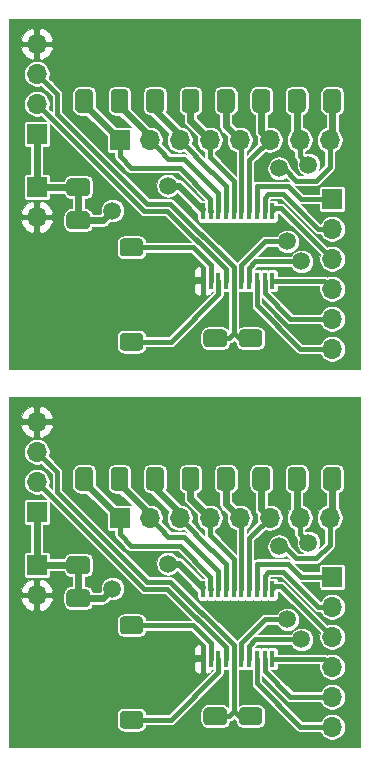
<source format=gbr>
G04 #@! TF.GenerationSoftware,KiCad,Pcbnew,(5.1.5)-3*
G04 #@! TF.CreationDate,2020-06-01T15:52:23-05:00*
G04 #@! TF.ProjectId,MSP430G2553_array,4d535034-3330-4473-9235-35335f617272,rev?*
G04 #@! TF.SameCoordinates,PX5a995c0PY68e7780*
G04 #@! TF.FileFunction,Copper,L2,Bot*
G04 #@! TF.FilePolarity,Positive*
%FSLAX46Y46*%
G04 Gerber Fmt 4.6, Leading zero omitted, Abs format (unit mm)*
G04 Created by KiCad (PCBNEW (5.1.5)-3) date 2020-06-01 15:52:23*
%MOMM*%
%LPD*%
G04 APERTURE LIST*
%ADD10C,0.100000*%
%ADD11R,1.700000X1.700000*%
%ADD12O,1.700000X1.700000*%
%ADD13R,0.450000X1.450000*%
%ADD14C,1.500000*%
%ADD15C,0.400000*%
%ADD16C,0.600000*%
G04 APERTURE END LIST*
G04 #@! TA.AperFunction,SMDPad,CuDef*
D10*
G36*
X26661756Y37648194D02*
G01*
X26698159Y37642794D01*
X26733857Y37633853D01*
X26768506Y37621455D01*
X26801774Y37605720D01*
X26833339Y37586801D01*
X26862897Y37564879D01*
X26890165Y37540165D01*
X26914879Y37512897D01*
X26936801Y37483339D01*
X26955720Y37451774D01*
X26971455Y37418506D01*
X26983853Y37383857D01*
X26992794Y37348159D01*
X26998194Y37311756D01*
X27000000Y37275000D01*
X27000000Y36525000D01*
X26998194Y36488244D01*
X26992794Y36451841D01*
X26983853Y36416143D01*
X26971455Y36381494D01*
X26955720Y36348226D01*
X26936801Y36316661D01*
X26914879Y36287103D01*
X26890165Y36259835D01*
X26862897Y36235121D01*
X26833339Y36213199D01*
X26801774Y36194280D01*
X26768506Y36178545D01*
X26733857Y36166147D01*
X26698159Y36157206D01*
X26661756Y36151806D01*
X26625000Y36150000D01*
X25375000Y36150000D01*
X25338244Y36151806D01*
X25301841Y36157206D01*
X25266143Y36166147D01*
X25231494Y36178545D01*
X25198226Y36194280D01*
X25166661Y36213199D01*
X25137103Y36235121D01*
X25109835Y36259835D01*
X25085121Y36287103D01*
X25063199Y36316661D01*
X25044280Y36348226D01*
X25028545Y36381494D01*
X25016147Y36416143D01*
X25007206Y36451841D01*
X25001806Y36488244D01*
X25000000Y36525000D01*
X25000000Y37275000D01*
X25001806Y37311756D01*
X25007206Y37348159D01*
X25016147Y37383857D01*
X25028545Y37418506D01*
X25044280Y37451774D01*
X25063199Y37483339D01*
X25085121Y37512897D01*
X25109835Y37540165D01*
X25137103Y37564879D01*
X25166661Y37586801D01*
X25198226Y37605720D01*
X25231494Y37621455D01*
X25266143Y37633853D01*
X25301841Y37642794D01*
X25338244Y37648194D01*
X25375000Y37650000D01*
X26625000Y37650000D01*
X26661756Y37648194D01*
G37*
G04 #@! TD.AperFunction*
G04 #@! TA.AperFunction,SMDPad,CuDef*
G36*
X12311756Y57998194D02*
G01*
X12348159Y57992794D01*
X12383857Y57983853D01*
X12418506Y57971455D01*
X12451774Y57955720D01*
X12483339Y57936801D01*
X12512897Y57914879D01*
X12540165Y57890165D01*
X12564879Y57862897D01*
X12586801Y57833339D01*
X12605720Y57801774D01*
X12621455Y57768506D01*
X12633853Y57733857D01*
X12642794Y57698159D01*
X12648194Y57661756D01*
X12650000Y57625000D01*
X12650000Y56375000D01*
X12648194Y56338244D01*
X12642794Y56301841D01*
X12633853Y56266143D01*
X12621455Y56231494D01*
X12605720Y56198226D01*
X12586801Y56166661D01*
X12564879Y56137103D01*
X12540165Y56109835D01*
X12512897Y56085121D01*
X12483339Y56063199D01*
X12451774Y56044280D01*
X12418506Y56028545D01*
X12383857Y56016147D01*
X12348159Y56007206D01*
X12311756Y56001806D01*
X12275000Y56000000D01*
X11525000Y56000000D01*
X11488244Y56001806D01*
X11451841Y56007206D01*
X11416143Y56016147D01*
X11381494Y56028545D01*
X11348226Y56044280D01*
X11316661Y56063199D01*
X11287103Y56085121D01*
X11259835Y56109835D01*
X11235121Y56137103D01*
X11213199Y56166661D01*
X11194280Y56198226D01*
X11178545Y56231494D01*
X11166147Y56266143D01*
X11157206Y56301841D01*
X11151806Y56338244D01*
X11150000Y56375000D01*
X11150000Y57625000D01*
X11151806Y57661756D01*
X11157206Y57698159D01*
X11166147Y57733857D01*
X11178545Y57768506D01*
X11194280Y57801774D01*
X11213199Y57833339D01*
X11235121Y57862897D01*
X11259835Y57890165D01*
X11287103Y57914879D01*
X11316661Y57936801D01*
X11348226Y57955720D01*
X11381494Y57971455D01*
X11416143Y57983853D01*
X11451841Y57992794D01*
X11488244Y57998194D01*
X11525000Y58000000D01*
X12275000Y58000000D01*
X12311756Y57998194D01*
G37*
G04 #@! TD.AperFunction*
G04 #@! TA.AperFunction,SMDPad,CuDef*
G36*
X15311756Y57998194D02*
G01*
X15348159Y57992794D01*
X15383857Y57983853D01*
X15418506Y57971455D01*
X15451774Y57955720D01*
X15483339Y57936801D01*
X15512897Y57914879D01*
X15540165Y57890165D01*
X15564879Y57862897D01*
X15586801Y57833339D01*
X15605720Y57801774D01*
X15621455Y57768506D01*
X15633853Y57733857D01*
X15642794Y57698159D01*
X15648194Y57661756D01*
X15650000Y57625000D01*
X15650000Y56375000D01*
X15648194Y56338244D01*
X15642794Y56301841D01*
X15633853Y56266143D01*
X15621455Y56231494D01*
X15605720Y56198226D01*
X15586801Y56166661D01*
X15564879Y56137103D01*
X15540165Y56109835D01*
X15512897Y56085121D01*
X15483339Y56063199D01*
X15451774Y56044280D01*
X15418506Y56028545D01*
X15383857Y56016147D01*
X15348159Y56007206D01*
X15311756Y56001806D01*
X15275000Y56000000D01*
X14525000Y56000000D01*
X14488244Y56001806D01*
X14451841Y56007206D01*
X14416143Y56016147D01*
X14381494Y56028545D01*
X14348226Y56044280D01*
X14316661Y56063199D01*
X14287103Y56085121D01*
X14259835Y56109835D01*
X14235121Y56137103D01*
X14213199Y56166661D01*
X14194280Y56198226D01*
X14178545Y56231494D01*
X14166147Y56266143D01*
X14157206Y56301841D01*
X14151806Y56338244D01*
X14150000Y56375000D01*
X14150000Y57625000D01*
X14151806Y57661756D01*
X14157206Y57698159D01*
X14166147Y57733857D01*
X14178545Y57768506D01*
X14194280Y57801774D01*
X14213199Y57833339D01*
X14235121Y57862897D01*
X14259835Y57890165D01*
X14287103Y57914879D01*
X14316661Y57936801D01*
X14348226Y57955720D01*
X14381494Y57971455D01*
X14416143Y57983853D01*
X14451841Y57992794D01*
X14488244Y57998194D01*
X14525000Y58000000D01*
X15275000Y58000000D01*
X15311756Y57998194D01*
G37*
G04 #@! TD.AperFunction*
G04 #@! TA.AperFunction,SMDPad,CuDef*
G36*
X18311756Y57998194D02*
G01*
X18348159Y57992794D01*
X18383857Y57983853D01*
X18418506Y57971455D01*
X18451774Y57955720D01*
X18483339Y57936801D01*
X18512897Y57914879D01*
X18540165Y57890165D01*
X18564879Y57862897D01*
X18586801Y57833339D01*
X18605720Y57801774D01*
X18621455Y57768506D01*
X18633853Y57733857D01*
X18642794Y57698159D01*
X18648194Y57661756D01*
X18650000Y57625000D01*
X18650000Y56375000D01*
X18648194Y56338244D01*
X18642794Y56301841D01*
X18633853Y56266143D01*
X18621455Y56231494D01*
X18605720Y56198226D01*
X18586801Y56166661D01*
X18564879Y56137103D01*
X18540165Y56109835D01*
X18512897Y56085121D01*
X18483339Y56063199D01*
X18451774Y56044280D01*
X18418506Y56028545D01*
X18383857Y56016147D01*
X18348159Y56007206D01*
X18311756Y56001806D01*
X18275000Y56000000D01*
X17525000Y56000000D01*
X17488244Y56001806D01*
X17451841Y56007206D01*
X17416143Y56016147D01*
X17381494Y56028545D01*
X17348226Y56044280D01*
X17316661Y56063199D01*
X17287103Y56085121D01*
X17259835Y56109835D01*
X17235121Y56137103D01*
X17213199Y56166661D01*
X17194280Y56198226D01*
X17178545Y56231494D01*
X17166147Y56266143D01*
X17157206Y56301841D01*
X17151806Y56338244D01*
X17150000Y56375000D01*
X17150000Y57625000D01*
X17151806Y57661756D01*
X17157206Y57698159D01*
X17166147Y57733857D01*
X17178545Y57768506D01*
X17194280Y57801774D01*
X17213199Y57833339D01*
X17235121Y57862897D01*
X17259835Y57890165D01*
X17287103Y57914879D01*
X17316661Y57936801D01*
X17348226Y57955720D01*
X17381494Y57971455D01*
X17416143Y57983853D01*
X17451841Y57992794D01*
X17488244Y57998194D01*
X17525000Y58000000D01*
X18275000Y58000000D01*
X18311756Y57998194D01*
G37*
G04 #@! TD.AperFunction*
G04 #@! TA.AperFunction,SMDPad,CuDef*
G36*
X21311756Y57998194D02*
G01*
X21348159Y57992794D01*
X21383857Y57983853D01*
X21418506Y57971455D01*
X21451774Y57955720D01*
X21483339Y57936801D01*
X21512897Y57914879D01*
X21540165Y57890165D01*
X21564879Y57862897D01*
X21586801Y57833339D01*
X21605720Y57801774D01*
X21621455Y57768506D01*
X21633853Y57733857D01*
X21642794Y57698159D01*
X21648194Y57661756D01*
X21650000Y57625000D01*
X21650000Y56375000D01*
X21648194Y56338244D01*
X21642794Y56301841D01*
X21633853Y56266143D01*
X21621455Y56231494D01*
X21605720Y56198226D01*
X21586801Y56166661D01*
X21564879Y56137103D01*
X21540165Y56109835D01*
X21512897Y56085121D01*
X21483339Y56063199D01*
X21451774Y56044280D01*
X21418506Y56028545D01*
X21383857Y56016147D01*
X21348159Y56007206D01*
X21311756Y56001806D01*
X21275000Y56000000D01*
X20525000Y56000000D01*
X20488244Y56001806D01*
X20451841Y56007206D01*
X20416143Y56016147D01*
X20381494Y56028545D01*
X20348226Y56044280D01*
X20316661Y56063199D01*
X20287103Y56085121D01*
X20259835Y56109835D01*
X20235121Y56137103D01*
X20213199Y56166661D01*
X20194280Y56198226D01*
X20178545Y56231494D01*
X20166147Y56266143D01*
X20157206Y56301841D01*
X20151806Y56338244D01*
X20150000Y56375000D01*
X20150000Y57625000D01*
X20151806Y57661756D01*
X20157206Y57698159D01*
X20166147Y57733857D01*
X20178545Y57768506D01*
X20194280Y57801774D01*
X20213199Y57833339D01*
X20235121Y57862897D01*
X20259835Y57890165D01*
X20287103Y57914879D01*
X20316661Y57936801D01*
X20348226Y57955720D01*
X20381494Y57971455D01*
X20416143Y57983853D01*
X20451841Y57992794D01*
X20488244Y57998194D01*
X20525000Y58000000D01*
X21275000Y58000000D01*
X21311756Y57998194D01*
G37*
G04 #@! TD.AperFunction*
G04 #@! TA.AperFunction,SMDPad,CuDef*
G36*
X24311756Y57998194D02*
G01*
X24348159Y57992794D01*
X24383857Y57983853D01*
X24418506Y57971455D01*
X24451774Y57955720D01*
X24483339Y57936801D01*
X24512897Y57914879D01*
X24540165Y57890165D01*
X24564879Y57862897D01*
X24586801Y57833339D01*
X24605720Y57801774D01*
X24621455Y57768506D01*
X24633853Y57733857D01*
X24642794Y57698159D01*
X24648194Y57661756D01*
X24650000Y57625000D01*
X24650000Y56375000D01*
X24648194Y56338244D01*
X24642794Y56301841D01*
X24633853Y56266143D01*
X24621455Y56231494D01*
X24605720Y56198226D01*
X24586801Y56166661D01*
X24564879Y56137103D01*
X24540165Y56109835D01*
X24512897Y56085121D01*
X24483339Y56063199D01*
X24451774Y56044280D01*
X24418506Y56028545D01*
X24383857Y56016147D01*
X24348159Y56007206D01*
X24311756Y56001806D01*
X24275000Y56000000D01*
X23525000Y56000000D01*
X23488244Y56001806D01*
X23451841Y56007206D01*
X23416143Y56016147D01*
X23381494Y56028545D01*
X23348226Y56044280D01*
X23316661Y56063199D01*
X23287103Y56085121D01*
X23259835Y56109835D01*
X23235121Y56137103D01*
X23213199Y56166661D01*
X23194280Y56198226D01*
X23178545Y56231494D01*
X23166147Y56266143D01*
X23157206Y56301841D01*
X23151806Y56338244D01*
X23150000Y56375000D01*
X23150000Y57625000D01*
X23151806Y57661756D01*
X23157206Y57698159D01*
X23166147Y57733857D01*
X23178545Y57768506D01*
X23194280Y57801774D01*
X23213199Y57833339D01*
X23235121Y57862897D01*
X23259835Y57890165D01*
X23287103Y57914879D01*
X23316661Y57936801D01*
X23348226Y57955720D01*
X23381494Y57971455D01*
X23416143Y57983853D01*
X23451841Y57992794D01*
X23488244Y57998194D01*
X23525000Y58000000D01*
X24275000Y58000000D01*
X24311756Y57998194D01*
G37*
G04 #@! TD.AperFunction*
G04 #@! TA.AperFunction,SMDPad,CuDef*
G36*
X27311756Y57998194D02*
G01*
X27348159Y57992794D01*
X27383857Y57983853D01*
X27418506Y57971455D01*
X27451774Y57955720D01*
X27483339Y57936801D01*
X27512897Y57914879D01*
X27540165Y57890165D01*
X27564879Y57862897D01*
X27586801Y57833339D01*
X27605720Y57801774D01*
X27621455Y57768506D01*
X27633853Y57733857D01*
X27642794Y57698159D01*
X27648194Y57661756D01*
X27650000Y57625000D01*
X27650000Y56375000D01*
X27648194Y56338244D01*
X27642794Y56301841D01*
X27633853Y56266143D01*
X27621455Y56231494D01*
X27605720Y56198226D01*
X27586801Y56166661D01*
X27564879Y56137103D01*
X27540165Y56109835D01*
X27512897Y56085121D01*
X27483339Y56063199D01*
X27451774Y56044280D01*
X27418506Y56028545D01*
X27383857Y56016147D01*
X27348159Y56007206D01*
X27311756Y56001806D01*
X27275000Y56000000D01*
X26525000Y56000000D01*
X26488244Y56001806D01*
X26451841Y56007206D01*
X26416143Y56016147D01*
X26381494Y56028545D01*
X26348226Y56044280D01*
X26316661Y56063199D01*
X26287103Y56085121D01*
X26259835Y56109835D01*
X26235121Y56137103D01*
X26213199Y56166661D01*
X26194280Y56198226D01*
X26178545Y56231494D01*
X26166147Y56266143D01*
X26157206Y56301841D01*
X26151806Y56338244D01*
X26150000Y56375000D01*
X26150000Y57625000D01*
X26151806Y57661756D01*
X26157206Y57698159D01*
X26166147Y57733857D01*
X26178545Y57768506D01*
X26194280Y57801774D01*
X26213199Y57833339D01*
X26235121Y57862897D01*
X26259835Y57890165D01*
X26287103Y57914879D01*
X26316661Y57936801D01*
X26348226Y57955720D01*
X26381494Y57971455D01*
X26416143Y57983853D01*
X26451841Y57992794D01*
X26488244Y57998194D01*
X26525000Y58000000D01*
X27275000Y58000000D01*
X27311756Y57998194D01*
G37*
G04 #@! TD.AperFunction*
G04 #@! TA.AperFunction,SMDPad,CuDef*
G36*
X30311756Y57998194D02*
G01*
X30348159Y57992794D01*
X30383857Y57983853D01*
X30418506Y57971455D01*
X30451774Y57955720D01*
X30483339Y57936801D01*
X30512897Y57914879D01*
X30540165Y57890165D01*
X30564879Y57862897D01*
X30586801Y57833339D01*
X30605720Y57801774D01*
X30621455Y57768506D01*
X30633853Y57733857D01*
X30642794Y57698159D01*
X30648194Y57661756D01*
X30650000Y57625000D01*
X30650000Y56375000D01*
X30648194Y56338244D01*
X30642794Y56301841D01*
X30633853Y56266143D01*
X30621455Y56231494D01*
X30605720Y56198226D01*
X30586801Y56166661D01*
X30564879Y56137103D01*
X30540165Y56109835D01*
X30512897Y56085121D01*
X30483339Y56063199D01*
X30451774Y56044280D01*
X30418506Y56028545D01*
X30383857Y56016147D01*
X30348159Y56007206D01*
X30311756Y56001806D01*
X30275000Y56000000D01*
X29525000Y56000000D01*
X29488244Y56001806D01*
X29451841Y56007206D01*
X29416143Y56016147D01*
X29381494Y56028545D01*
X29348226Y56044280D01*
X29316661Y56063199D01*
X29287103Y56085121D01*
X29259835Y56109835D01*
X29235121Y56137103D01*
X29213199Y56166661D01*
X29194280Y56198226D01*
X29178545Y56231494D01*
X29166147Y56266143D01*
X29157206Y56301841D01*
X29151806Y56338244D01*
X29150000Y56375000D01*
X29150000Y57625000D01*
X29151806Y57661756D01*
X29157206Y57698159D01*
X29166147Y57733857D01*
X29178545Y57768506D01*
X29194280Y57801774D01*
X29213199Y57833339D01*
X29235121Y57862897D01*
X29259835Y57890165D01*
X29287103Y57914879D01*
X29316661Y57936801D01*
X29348226Y57955720D01*
X29381494Y57971455D01*
X29416143Y57983853D01*
X29451841Y57992794D01*
X29488244Y57998194D01*
X29525000Y58000000D01*
X30275000Y58000000D01*
X30311756Y57998194D01*
G37*
G04 #@! TD.AperFunction*
G04 #@! TA.AperFunction,SMDPad,CuDef*
G36*
X33311756Y57998194D02*
G01*
X33348159Y57992794D01*
X33383857Y57983853D01*
X33418506Y57971455D01*
X33451774Y57955720D01*
X33483339Y57936801D01*
X33512897Y57914879D01*
X33540165Y57890165D01*
X33564879Y57862897D01*
X33586801Y57833339D01*
X33605720Y57801774D01*
X33621455Y57768506D01*
X33633853Y57733857D01*
X33642794Y57698159D01*
X33648194Y57661756D01*
X33650000Y57625000D01*
X33650000Y56375000D01*
X33648194Y56338244D01*
X33642794Y56301841D01*
X33633853Y56266143D01*
X33621455Y56231494D01*
X33605720Y56198226D01*
X33586801Y56166661D01*
X33564879Y56137103D01*
X33540165Y56109835D01*
X33512897Y56085121D01*
X33483339Y56063199D01*
X33451774Y56044280D01*
X33418506Y56028545D01*
X33383857Y56016147D01*
X33348159Y56007206D01*
X33311756Y56001806D01*
X33275000Y56000000D01*
X32525000Y56000000D01*
X32488244Y56001806D01*
X32451841Y56007206D01*
X32416143Y56016147D01*
X32381494Y56028545D01*
X32348226Y56044280D01*
X32316661Y56063199D01*
X32287103Y56085121D01*
X32259835Y56109835D01*
X32235121Y56137103D01*
X32213199Y56166661D01*
X32194280Y56198226D01*
X32178545Y56231494D01*
X32166147Y56266143D01*
X32157206Y56301841D01*
X32151806Y56338244D01*
X32150000Y56375000D01*
X32150000Y57625000D01*
X32151806Y57661756D01*
X32157206Y57698159D01*
X32166147Y57733857D01*
X32178545Y57768506D01*
X32194280Y57801774D01*
X32213199Y57833339D01*
X32235121Y57862897D01*
X32259835Y57890165D01*
X32287103Y57914879D01*
X32316661Y57936801D01*
X32348226Y57955720D01*
X32381494Y57971455D01*
X32416143Y57983853D01*
X32451841Y57992794D01*
X32488244Y57998194D01*
X32525000Y58000000D01*
X33275000Y58000000D01*
X33311756Y57998194D01*
G37*
G04 #@! TD.AperFunction*
G04 #@! TA.AperFunction,SMDPad,CuDef*
G36*
X16561756Y45348194D02*
G01*
X16598159Y45342794D01*
X16633857Y45333853D01*
X16668506Y45321455D01*
X16701774Y45305720D01*
X16733339Y45286801D01*
X16762897Y45264879D01*
X16790165Y45240165D01*
X16814879Y45212897D01*
X16836801Y45183339D01*
X16855720Y45151774D01*
X16871455Y45118506D01*
X16883853Y45083857D01*
X16892794Y45048159D01*
X16898194Y45011756D01*
X16900000Y44975000D01*
X16900000Y44225000D01*
X16898194Y44188244D01*
X16892794Y44151841D01*
X16883853Y44116143D01*
X16871455Y44081494D01*
X16855720Y44048226D01*
X16836801Y44016661D01*
X16814879Y43987103D01*
X16790165Y43959835D01*
X16762897Y43935121D01*
X16733339Y43913199D01*
X16701774Y43894280D01*
X16668506Y43878545D01*
X16633857Y43866147D01*
X16598159Y43857206D01*
X16561756Y43851806D01*
X16525000Y43850000D01*
X15275000Y43850000D01*
X15238244Y43851806D01*
X15201841Y43857206D01*
X15166143Y43866147D01*
X15131494Y43878545D01*
X15098226Y43894280D01*
X15066661Y43913199D01*
X15037103Y43935121D01*
X15009835Y43959835D01*
X14985121Y43987103D01*
X14963199Y44016661D01*
X14944280Y44048226D01*
X14928545Y44081494D01*
X14916147Y44116143D01*
X14907206Y44151841D01*
X14901806Y44188244D01*
X14900000Y44225000D01*
X14900000Y44975000D01*
X14901806Y45011756D01*
X14907206Y45048159D01*
X14916147Y45083857D01*
X14928545Y45118506D01*
X14944280Y45151774D01*
X14963199Y45183339D01*
X14985121Y45212897D01*
X15009835Y45240165D01*
X15037103Y45264879D01*
X15066661Y45286801D01*
X15098226Y45305720D01*
X15131494Y45321455D01*
X15166143Y45333853D01*
X15201841Y45342794D01*
X15238244Y45348194D01*
X15275000Y45350000D01*
X16525000Y45350000D01*
X16561756Y45348194D01*
G37*
G04 #@! TD.AperFunction*
G04 #@! TA.AperFunction,SMDPad,CuDef*
G36*
X12061756Y47648194D02*
G01*
X12098159Y47642794D01*
X12133857Y47633853D01*
X12168506Y47621455D01*
X12201774Y47605720D01*
X12233339Y47586801D01*
X12262897Y47564879D01*
X12290165Y47540165D01*
X12314879Y47512897D01*
X12336801Y47483339D01*
X12355720Y47451774D01*
X12371455Y47418506D01*
X12383853Y47383857D01*
X12392794Y47348159D01*
X12398194Y47311756D01*
X12400000Y47275000D01*
X12400000Y46525000D01*
X12398194Y46488244D01*
X12392794Y46451841D01*
X12383853Y46416143D01*
X12371455Y46381494D01*
X12355720Y46348226D01*
X12336801Y46316661D01*
X12314879Y46287103D01*
X12290165Y46259835D01*
X12262897Y46235121D01*
X12233339Y46213199D01*
X12201774Y46194280D01*
X12168506Y46178545D01*
X12133857Y46166147D01*
X12098159Y46157206D01*
X12061756Y46151806D01*
X12025000Y46150000D01*
X10775000Y46150000D01*
X10738244Y46151806D01*
X10701841Y46157206D01*
X10666143Y46166147D01*
X10631494Y46178545D01*
X10598226Y46194280D01*
X10566661Y46213199D01*
X10537103Y46235121D01*
X10509835Y46259835D01*
X10485121Y46287103D01*
X10463199Y46316661D01*
X10444280Y46348226D01*
X10428545Y46381494D01*
X10416147Y46416143D01*
X10407206Y46451841D01*
X10401806Y46488244D01*
X10400000Y46525000D01*
X10400000Y47275000D01*
X10401806Y47311756D01*
X10407206Y47348159D01*
X10416147Y47383857D01*
X10428545Y47418506D01*
X10444280Y47451774D01*
X10463199Y47483339D01*
X10485121Y47512897D01*
X10509835Y47540165D01*
X10537103Y47564879D01*
X10566661Y47586801D01*
X10598226Y47605720D01*
X10631494Y47621455D01*
X10666143Y47633853D01*
X10701841Y47642794D01*
X10738244Y47648194D01*
X10775000Y47650000D01*
X12025000Y47650000D01*
X12061756Y47648194D01*
G37*
G04 #@! TD.AperFunction*
G04 #@! TA.AperFunction,SMDPad,CuDef*
G36*
X12061756Y50448194D02*
G01*
X12098159Y50442794D01*
X12133857Y50433853D01*
X12168506Y50421455D01*
X12201774Y50405720D01*
X12233339Y50386801D01*
X12262897Y50364879D01*
X12290165Y50340165D01*
X12314879Y50312897D01*
X12336801Y50283339D01*
X12355720Y50251774D01*
X12371455Y50218506D01*
X12383853Y50183857D01*
X12392794Y50148159D01*
X12398194Y50111756D01*
X12400000Y50075000D01*
X12400000Y49325000D01*
X12398194Y49288244D01*
X12392794Y49251841D01*
X12383853Y49216143D01*
X12371455Y49181494D01*
X12355720Y49148226D01*
X12336801Y49116661D01*
X12314879Y49087103D01*
X12290165Y49059835D01*
X12262897Y49035121D01*
X12233339Y49013199D01*
X12201774Y48994280D01*
X12168506Y48978545D01*
X12133857Y48966147D01*
X12098159Y48957206D01*
X12061756Y48951806D01*
X12025000Y48950000D01*
X10775000Y48950000D01*
X10738244Y48951806D01*
X10701841Y48957206D01*
X10666143Y48966147D01*
X10631494Y48978545D01*
X10598226Y48994280D01*
X10566661Y49013199D01*
X10537103Y49035121D01*
X10509835Y49059835D01*
X10485121Y49087103D01*
X10463199Y49116661D01*
X10444280Y49148226D01*
X10428545Y49181494D01*
X10416147Y49216143D01*
X10407206Y49251841D01*
X10401806Y49288244D01*
X10400000Y49325000D01*
X10400000Y50075000D01*
X10401806Y50111756D01*
X10407206Y50148159D01*
X10416147Y50183857D01*
X10428545Y50218506D01*
X10444280Y50251774D01*
X10463199Y50283339D01*
X10485121Y50312897D01*
X10509835Y50340165D01*
X10537103Y50364879D01*
X10566661Y50386801D01*
X10598226Y50405720D01*
X10631494Y50421455D01*
X10666143Y50433853D01*
X10701841Y50442794D01*
X10738244Y50448194D01*
X10775000Y50450000D01*
X12025000Y50450000D01*
X12061756Y50448194D01*
G37*
G04 #@! TD.AperFunction*
G04 #@! TA.AperFunction,SMDPad,CuDef*
G36*
X23661756Y37648194D02*
G01*
X23698159Y37642794D01*
X23733857Y37633853D01*
X23768506Y37621455D01*
X23801774Y37605720D01*
X23833339Y37586801D01*
X23862897Y37564879D01*
X23890165Y37540165D01*
X23914879Y37512897D01*
X23936801Y37483339D01*
X23955720Y37451774D01*
X23971455Y37418506D01*
X23983853Y37383857D01*
X23992794Y37348159D01*
X23998194Y37311756D01*
X24000000Y37275000D01*
X24000000Y36525000D01*
X23998194Y36488244D01*
X23992794Y36451841D01*
X23983853Y36416143D01*
X23971455Y36381494D01*
X23955720Y36348226D01*
X23936801Y36316661D01*
X23914879Y36287103D01*
X23890165Y36259835D01*
X23862897Y36235121D01*
X23833339Y36213199D01*
X23801774Y36194280D01*
X23768506Y36178545D01*
X23733857Y36166147D01*
X23698159Y36157206D01*
X23661756Y36151806D01*
X23625000Y36150000D01*
X22375000Y36150000D01*
X22338244Y36151806D01*
X22301841Y36157206D01*
X22266143Y36166147D01*
X22231494Y36178545D01*
X22198226Y36194280D01*
X22166661Y36213199D01*
X22137103Y36235121D01*
X22109835Y36259835D01*
X22085121Y36287103D01*
X22063199Y36316661D01*
X22044280Y36348226D01*
X22028545Y36381494D01*
X22016147Y36416143D01*
X22007206Y36451841D01*
X22001806Y36488244D01*
X22000000Y36525000D01*
X22000000Y37275000D01*
X22001806Y37311756D01*
X22007206Y37348159D01*
X22016147Y37383857D01*
X22028545Y37418506D01*
X22044280Y37451774D01*
X22063199Y37483339D01*
X22085121Y37512897D01*
X22109835Y37540165D01*
X22137103Y37564879D01*
X22166661Y37586801D01*
X22198226Y37605720D01*
X22231494Y37621455D01*
X22266143Y37633853D01*
X22301841Y37642794D01*
X22338244Y37648194D01*
X22375000Y37650000D01*
X23625000Y37650000D01*
X23661756Y37648194D01*
G37*
G04 #@! TD.AperFunction*
G04 #@! TA.AperFunction,SMDPad,CuDef*
G36*
X16561756Y37348194D02*
G01*
X16598159Y37342794D01*
X16633857Y37333853D01*
X16668506Y37321455D01*
X16701774Y37305720D01*
X16733339Y37286801D01*
X16762897Y37264879D01*
X16790165Y37240165D01*
X16814879Y37212897D01*
X16836801Y37183339D01*
X16855720Y37151774D01*
X16871455Y37118506D01*
X16883853Y37083857D01*
X16892794Y37048159D01*
X16898194Y37011756D01*
X16900000Y36975000D01*
X16900000Y36225000D01*
X16898194Y36188244D01*
X16892794Y36151841D01*
X16883853Y36116143D01*
X16871455Y36081494D01*
X16855720Y36048226D01*
X16836801Y36016661D01*
X16814879Y35987103D01*
X16790165Y35959835D01*
X16762897Y35935121D01*
X16733339Y35913199D01*
X16701774Y35894280D01*
X16668506Y35878545D01*
X16633857Y35866147D01*
X16598159Y35857206D01*
X16561756Y35851806D01*
X16525000Y35850000D01*
X15275000Y35850000D01*
X15238244Y35851806D01*
X15201841Y35857206D01*
X15166143Y35866147D01*
X15131494Y35878545D01*
X15098226Y35894280D01*
X15066661Y35913199D01*
X15037103Y35935121D01*
X15009835Y35959835D01*
X14985121Y35987103D01*
X14963199Y36016661D01*
X14944280Y36048226D01*
X14928545Y36081494D01*
X14916147Y36116143D01*
X14907206Y36151841D01*
X14901806Y36188244D01*
X14900000Y36225000D01*
X14900000Y36975000D01*
X14901806Y37011756D01*
X14907206Y37048159D01*
X14916147Y37083857D01*
X14928545Y37118506D01*
X14944280Y37151774D01*
X14963199Y37183339D01*
X14985121Y37212897D01*
X15009835Y37240165D01*
X15037103Y37264879D01*
X15066661Y37286801D01*
X15098226Y37305720D01*
X15131494Y37321455D01*
X15166143Y37333853D01*
X15201841Y37342794D01*
X15238244Y37348194D01*
X15275000Y37350000D01*
X16525000Y37350000D01*
X16561756Y37348194D01*
G37*
G04 #@! TD.AperFunction*
D11*
X7900000Y49700000D03*
D12*
X7900000Y47160000D03*
D11*
X7900000Y54200000D03*
D12*
X7900000Y56740000D03*
X7900000Y59280000D03*
X7900000Y61820000D03*
D11*
X32900000Y48700000D03*
D12*
X32900000Y46160000D03*
X32900000Y43620000D03*
X32900000Y41080000D03*
X32900000Y38540000D03*
X32900000Y36000000D03*
D11*
X14900000Y53700000D03*
D12*
X17440000Y53700000D03*
X19980000Y53700000D03*
X22520000Y53700000D03*
X25060000Y53700000D03*
X27600000Y53700000D03*
X30140000Y53700000D03*
X32680000Y53700000D03*
D13*
X21975000Y47650000D03*
X22625000Y47650000D03*
X23275000Y47650000D03*
X23925000Y47650000D03*
X24575000Y47650000D03*
X25225000Y47650000D03*
X25875000Y47650000D03*
X26525000Y47650000D03*
X27175000Y47650000D03*
X27825000Y47650000D03*
X27825000Y41750000D03*
X27175000Y41750000D03*
X26525000Y41750000D03*
X25875000Y41750000D03*
X25225000Y41750000D03*
X24575000Y41750000D03*
X23925000Y41750000D03*
X23275000Y41750000D03*
X22625000Y41750000D03*
X21975000Y41750000D03*
G04 #@! TA.AperFunction,SMDPad,CuDef*
D10*
G36*
X26661756Y5648194D02*
G01*
X26698159Y5642794D01*
X26733857Y5633853D01*
X26768506Y5621455D01*
X26801774Y5605720D01*
X26833339Y5586801D01*
X26862897Y5564879D01*
X26890165Y5540165D01*
X26914879Y5512897D01*
X26936801Y5483339D01*
X26955720Y5451774D01*
X26971455Y5418506D01*
X26983853Y5383857D01*
X26992794Y5348159D01*
X26998194Y5311756D01*
X27000000Y5275000D01*
X27000000Y4525000D01*
X26998194Y4488244D01*
X26992794Y4451841D01*
X26983853Y4416143D01*
X26971455Y4381494D01*
X26955720Y4348226D01*
X26936801Y4316661D01*
X26914879Y4287103D01*
X26890165Y4259835D01*
X26862897Y4235121D01*
X26833339Y4213199D01*
X26801774Y4194280D01*
X26768506Y4178545D01*
X26733857Y4166147D01*
X26698159Y4157206D01*
X26661756Y4151806D01*
X26625000Y4150000D01*
X25375000Y4150000D01*
X25338244Y4151806D01*
X25301841Y4157206D01*
X25266143Y4166147D01*
X25231494Y4178545D01*
X25198226Y4194280D01*
X25166661Y4213199D01*
X25137103Y4235121D01*
X25109835Y4259835D01*
X25085121Y4287103D01*
X25063199Y4316661D01*
X25044280Y4348226D01*
X25028545Y4381494D01*
X25016147Y4416143D01*
X25007206Y4451841D01*
X25001806Y4488244D01*
X25000000Y4525000D01*
X25000000Y5275000D01*
X25001806Y5311756D01*
X25007206Y5348159D01*
X25016147Y5383857D01*
X25028545Y5418506D01*
X25044280Y5451774D01*
X25063199Y5483339D01*
X25085121Y5512897D01*
X25109835Y5540165D01*
X25137103Y5564879D01*
X25166661Y5586801D01*
X25198226Y5605720D01*
X25231494Y5621455D01*
X25266143Y5633853D01*
X25301841Y5642794D01*
X25338244Y5648194D01*
X25375000Y5650000D01*
X26625000Y5650000D01*
X26661756Y5648194D01*
G37*
G04 #@! TD.AperFunction*
G04 #@! TA.AperFunction,SMDPad,CuDef*
G36*
X12311756Y25998194D02*
G01*
X12348159Y25992794D01*
X12383857Y25983853D01*
X12418506Y25971455D01*
X12451774Y25955720D01*
X12483339Y25936801D01*
X12512897Y25914879D01*
X12540165Y25890165D01*
X12564879Y25862897D01*
X12586801Y25833339D01*
X12605720Y25801774D01*
X12621455Y25768506D01*
X12633853Y25733857D01*
X12642794Y25698159D01*
X12648194Y25661756D01*
X12650000Y25625000D01*
X12650000Y24375000D01*
X12648194Y24338244D01*
X12642794Y24301841D01*
X12633853Y24266143D01*
X12621455Y24231494D01*
X12605720Y24198226D01*
X12586801Y24166661D01*
X12564879Y24137103D01*
X12540165Y24109835D01*
X12512897Y24085121D01*
X12483339Y24063199D01*
X12451774Y24044280D01*
X12418506Y24028545D01*
X12383857Y24016147D01*
X12348159Y24007206D01*
X12311756Y24001806D01*
X12275000Y24000000D01*
X11525000Y24000000D01*
X11488244Y24001806D01*
X11451841Y24007206D01*
X11416143Y24016147D01*
X11381494Y24028545D01*
X11348226Y24044280D01*
X11316661Y24063199D01*
X11287103Y24085121D01*
X11259835Y24109835D01*
X11235121Y24137103D01*
X11213199Y24166661D01*
X11194280Y24198226D01*
X11178545Y24231494D01*
X11166147Y24266143D01*
X11157206Y24301841D01*
X11151806Y24338244D01*
X11150000Y24375000D01*
X11150000Y25625000D01*
X11151806Y25661756D01*
X11157206Y25698159D01*
X11166147Y25733857D01*
X11178545Y25768506D01*
X11194280Y25801774D01*
X11213199Y25833339D01*
X11235121Y25862897D01*
X11259835Y25890165D01*
X11287103Y25914879D01*
X11316661Y25936801D01*
X11348226Y25955720D01*
X11381494Y25971455D01*
X11416143Y25983853D01*
X11451841Y25992794D01*
X11488244Y25998194D01*
X11525000Y26000000D01*
X12275000Y26000000D01*
X12311756Y25998194D01*
G37*
G04 #@! TD.AperFunction*
G04 #@! TA.AperFunction,SMDPad,CuDef*
G36*
X15311756Y25998194D02*
G01*
X15348159Y25992794D01*
X15383857Y25983853D01*
X15418506Y25971455D01*
X15451774Y25955720D01*
X15483339Y25936801D01*
X15512897Y25914879D01*
X15540165Y25890165D01*
X15564879Y25862897D01*
X15586801Y25833339D01*
X15605720Y25801774D01*
X15621455Y25768506D01*
X15633853Y25733857D01*
X15642794Y25698159D01*
X15648194Y25661756D01*
X15650000Y25625000D01*
X15650000Y24375000D01*
X15648194Y24338244D01*
X15642794Y24301841D01*
X15633853Y24266143D01*
X15621455Y24231494D01*
X15605720Y24198226D01*
X15586801Y24166661D01*
X15564879Y24137103D01*
X15540165Y24109835D01*
X15512897Y24085121D01*
X15483339Y24063199D01*
X15451774Y24044280D01*
X15418506Y24028545D01*
X15383857Y24016147D01*
X15348159Y24007206D01*
X15311756Y24001806D01*
X15275000Y24000000D01*
X14525000Y24000000D01*
X14488244Y24001806D01*
X14451841Y24007206D01*
X14416143Y24016147D01*
X14381494Y24028545D01*
X14348226Y24044280D01*
X14316661Y24063199D01*
X14287103Y24085121D01*
X14259835Y24109835D01*
X14235121Y24137103D01*
X14213199Y24166661D01*
X14194280Y24198226D01*
X14178545Y24231494D01*
X14166147Y24266143D01*
X14157206Y24301841D01*
X14151806Y24338244D01*
X14150000Y24375000D01*
X14150000Y25625000D01*
X14151806Y25661756D01*
X14157206Y25698159D01*
X14166147Y25733857D01*
X14178545Y25768506D01*
X14194280Y25801774D01*
X14213199Y25833339D01*
X14235121Y25862897D01*
X14259835Y25890165D01*
X14287103Y25914879D01*
X14316661Y25936801D01*
X14348226Y25955720D01*
X14381494Y25971455D01*
X14416143Y25983853D01*
X14451841Y25992794D01*
X14488244Y25998194D01*
X14525000Y26000000D01*
X15275000Y26000000D01*
X15311756Y25998194D01*
G37*
G04 #@! TD.AperFunction*
G04 #@! TA.AperFunction,SMDPad,CuDef*
G36*
X18311756Y25998194D02*
G01*
X18348159Y25992794D01*
X18383857Y25983853D01*
X18418506Y25971455D01*
X18451774Y25955720D01*
X18483339Y25936801D01*
X18512897Y25914879D01*
X18540165Y25890165D01*
X18564879Y25862897D01*
X18586801Y25833339D01*
X18605720Y25801774D01*
X18621455Y25768506D01*
X18633853Y25733857D01*
X18642794Y25698159D01*
X18648194Y25661756D01*
X18650000Y25625000D01*
X18650000Y24375000D01*
X18648194Y24338244D01*
X18642794Y24301841D01*
X18633853Y24266143D01*
X18621455Y24231494D01*
X18605720Y24198226D01*
X18586801Y24166661D01*
X18564879Y24137103D01*
X18540165Y24109835D01*
X18512897Y24085121D01*
X18483339Y24063199D01*
X18451774Y24044280D01*
X18418506Y24028545D01*
X18383857Y24016147D01*
X18348159Y24007206D01*
X18311756Y24001806D01*
X18275000Y24000000D01*
X17525000Y24000000D01*
X17488244Y24001806D01*
X17451841Y24007206D01*
X17416143Y24016147D01*
X17381494Y24028545D01*
X17348226Y24044280D01*
X17316661Y24063199D01*
X17287103Y24085121D01*
X17259835Y24109835D01*
X17235121Y24137103D01*
X17213199Y24166661D01*
X17194280Y24198226D01*
X17178545Y24231494D01*
X17166147Y24266143D01*
X17157206Y24301841D01*
X17151806Y24338244D01*
X17150000Y24375000D01*
X17150000Y25625000D01*
X17151806Y25661756D01*
X17157206Y25698159D01*
X17166147Y25733857D01*
X17178545Y25768506D01*
X17194280Y25801774D01*
X17213199Y25833339D01*
X17235121Y25862897D01*
X17259835Y25890165D01*
X17287103Y25914879D01*
X17316661Y25936801D01*
X17348226Y25955720D01*
X17381494Y25971455D01*
X17416143Y25983853D01*
X17451841Y25992794D01*
X17488244Y25998194D01*
X17525000Y26000000D01*
X18275000Y26000000D01*
X18311756Y25998194D01*
G37*
G04 #@! TD.AperFunction*
G04 #@! TA.AperFunction,SMDPad,CuDef*
G36*
X21311756Y25998194D02*
G01*
X21348159Y25992794D01*
X21383857Y25983853D01*
X21418506Y25971455D01*
X21451774Y25955720D01*
X21483339Y25936801D01*
X21512897Y25914879D01*
X21540165Y25890165D01*
X21564879Y25862897D01*
X21586801Y25833339D01*
X21605720Y25801774D01*
X21621455Y25768506D01*
X21633853Y25733857D01*
X21642794Y25698159D01*
X21648194Y25661756D01*
X21650000Y25625000D01*
X21650000Y24375000D01*
X21648194Y24338244D01*
X21642794Y24301841D01*
X21633853Y24266143D01*
X21621455Y24231494D01*
X21605720Y24198226D01*
X21586801Y24166661D01*
X21564879Y24137103D01*
X21540165Y24109835D01*
X21512897Y24085121D01*
X21483339Y24063199D01*
X21451774Y24044280D01*
X21418506Y24028545D01*
X21383857Y24016147D01*
X21348159Y24007206D01*
X21311756Y24001806D01*
X21275000Y24000000D01*
X20525000Y24000000D01*
X20488244Y24001806D01*
X20451841Y24007206D01*
X20416143Y24016147D01*
X20381494Y24028545D01*
X20348226Y24044280D01*
X20316661Y24063199D01*
X20287103Y24085121D01*
X20259835Y24109835D01*
X20235121Y24137103D01*
X20213199Y24166661D01*
X20194280Y24198226D01*
X20178545Y24231494D01*
X20166147Y24266143D01*
X20157206Y24301841D01*
X20151806Y24338244D01*
X20150000Y24375000D01*
X20150000Y25625000D01*
X20151806Y25661756D01*
X20157206Y25698159D01*
X20166147Y25733857D01*
X20178545Y25768506D01*
X20194280Y25801774D01*
X20213199Y25833339D01*
X20235121Y25862897D01*
X20259835Y25890165D01*
X20287103Y25914879D01*
X20316661Y25936801D01*
X20348226Y25955720D01*
X20381494Y25971455D01*
X20416143Y25983853D01*
X20451841Y25992794D01*
X20488244Y25998194D01*
X20525000Y26000000D01*
X21275000Y26000000D01*
X21311756Y25998194D01*
G37*
G04 #@! TD.AperFunction*
G04 #@! TA.AperFunction,SMDPad,CuDef*
G36*
X24311756Y25998194D02*
G01*
X24348159Y25992794D01*
X24383857Y25983853D01*
X24418506Y25971455D01*
X24451774Y25955720D01*
X24483339Y25936801D01*
X24512897Y25914879D01*
X24540165Y25890165D01*
X24564879Y25862897D01*
X24586801Y25833339D01*
X24605720Y25801774D01*
X24621455Y25768506D01*
X24633853Y25733857D01*
X24642794Y25698159D01*
X24648194Y25661756D01*
X24650000Y25625000D01*
X24650000Y24375000D01*
X24648194Y24338244D01*
X24642794Y24301841D01*
X24633853Y24266143D01*
X24621455Y24231494D01*
X24605720Y24198226D01*
X24586801Y24166661D01*
X24564879Y24137103D01*
X24540165Y24109835D01*
X24512897Y24085121D01*
X24483339Y24063199D01*
X24451774Y24044280D01*
X24418506Y24028545D01*
X24383857Y24016147D01*
X24348159Y24007206D01*
X24311756Y24001806D01*
X24275000Y24000000D01*
X23525000Y24000000D01*
X23488244Y24001806D01*
X23451841Y24007206D01*
X23416143Y24016147D01*
X23381494Y24028545D01*
X23348226Y24044280D01*
X23316661Y24063199D01*
X23287103Y24085121D01*
X23259835Y24109835D01*
X23235121Y24137103D01*
X23213199Y24166661D01*
X23194280Y24198226D01*
X23178545Y24231494D01*
X23166147Y24266143D01*
X23157206Y24301841D01*
X23151806Y24338244D01*
X23150000Y24375000D01*
X23150000Y25625000D01*
X23151806Y25661756D01*
X23157206Y25698159D01*
X23166147Y25733857D01*
X23178545Y25768506D01*
X23194280Y25801774D01*
X23213199Y25833339D01*
X23235121Y25862897D01*
X23259835Y25890165D01*
X23287103Y25914879D01*
X23316661Y25936801D01*
X23348226Y25955720D01*
X23381494Y25971455D01*
X23416143Y25983853D01*
X23451841Y25992794D01*
X23488244Y25998194D01*
X23525000Y26000000D01*
X24275000Y26000000D01*
X24311756Y25998194D01*
G37*
G04 #@! TD.AperFunction*
G04 #@! TA.AperFunction,SMDPad,CuDef*
G36*
X27311756Y25998194D02*
G01*
X27348159Y25992794D01*
X27383857Y25983853D01*
X27418506Y25971455D01*
X27451774Y25955720D01*
X27483339Y25936801D01*
X27512897Y25914879D01*
X27540165Y25890165D01*
X27564879Y25862897D01*
X27586801Y25833339D01*
X27605720Y25801774D01*
X27621455Y25768506D01*
X27633853Y25733857D01*
X27642794Y25698159D01*
X27648194Y25661756D01*
X27650000Y25625000D01*
X27650000Y24375000D01*
X27648194Y24338244D01*
X27642794Y24301841D01*
X27633853Y24266143D01*
X27621455Y24231494D01*
X27605720Y24198226D01*
X27586801Y24166661D01*
X27564879Y24137103D01*
X27540165Y24109835D01*
X27512897Y24085121D01*
X27483339Y24063199D01*
X27451774Y24044280D01*
X27418506Y24028545D01*
X27383857Y24016147D01*
X27348159Y24007206D01*
X27311756Y24001806D01*
X27275000Y24000000D01*
X26525000Y24000000D01*
X26488244Y24001806D01*
X26451841Y24007206D01*
X26416143Y24016147D01*
X26381494Y24028545D01*
X26348226Y24044280D01*
X26316661Y24063199D01*
X26287103Y24085121D01*
X26259835Y24109835D01*
X26235121Y24137103D01*
X26213199Y24166661D01*
X26194280Y24198226D01*
X26178545Y24231494D01*
X26166147Y24266143D01*
X26157206Y24301841D01*
X26151806Y24338244D01*
X26150000Y24375000D01*
X26150000Y25625000D01*
X26151806Y25661756D01*
X26157206Y25698159D01*
X26166147Y25733857D01*
X26178545Y25768506D01*
X26194280Y25801774D01*
X26213199Y25833339D01*
X26235121Y25862897D01*
X26259835Y25890165D01*
X26287103Y25914879D01*
X26316661Y25936801D01*
X26348226Y25955720D01*
X26381494Y25971455D01*
X26416143Y25983853D01*
X26451841Y25992794D01*
X26488244Y25998194D01*
X26525000Y26000000D01*
X27275000Y26000000D01*
X27311756Y25998194D01*
G37*
G04 #@! TD.AperFunction*
G04 #@! TA.AperFunction,SMDPad,CuDef*
G36*
X30311756Y25998194D02*
G01*
X30348159Y25992794D01*
X30383857Y25983853D01*
X30418506Y25971455D01*
X30451774Y25955720D01*
X30483339Y25936801D01*
X30512897Y25914879D01*
X30540165Y25890165D01*
X30564879Y25862897D01*
X30586801Y25833339D01*
X30605720Y25801774D01*
X30621455Y25768506D01*
X30633853Y25733857D01*
X30642794Y25698159D01*
X30648194Y25661756D01*
X30650000Y25625000D01*
X30650000Y24375000D01*
X30648194Y24338244D01*
X30642794Y24301841D01*
X30633853Y24266143D01*
X30621455Y24231494D01*
X30605720Y24198226D01*
X30586801Y24166661D01*
X30564879Y24137103D01*
X30540165Y24109835D01*
X30512897Y24085121D01*
X30483339Y24063199D01*
X30451774Y24044280D01*
X30418506Y24028545D01*
X30383857Y24016147D01*
X30348159Y24007206D01*
X30311756Y24001806D01*
X30275000Y24000000D01*
X29525000Y24000000D01*
X29488244Y24001806D01*
X29451841Y24007206D01*
X29416143Y24016147D01*
X29381494Y24028545D01*
X29348226Y24044280D01*
X29316661Y24063199D01*
X29287103Y24085121D01*
X29259835Y24109835D01*
X29235121Y24137103D01*
X29213199Y24166661D01*
X29194280Y24198226D01*
X29178545Y24231494D01*
X29166147Y24266143D01*
X29157206Y24301841D01*
X29151806Y24338244D01*
X29150000Y24375000D01*
X29150000Y25625000D01*
X29151806Y25661756D01*
X29157206Y25698159D01*
X29166147Y25733857D01*
X29178545Y25768506D01*
X29194280Y25801774D01*
X29213199Y25833339D01*
X29235121Y25862897D01*
X29259835Y25890165D01*
X29287103Y25914879D01*
X29316661Y25936801D01*
X29348226Y25955720D01*
X29381494Y25971455D01*
X29416143Y25983853D01*
X29451841Y25992794D01*
X29488244Y25998194D01*
X29525000Y26000000D01*
X30275000Y26000000D01*
X30311756Y25998194D01*
G37*
G04 #@! TD.AperFunction*
G04 #@! TA.AperFunction,SMDPad,CuDef*
G36*
X33311756Y25998194D02*
G01*
X33348159Y25992794D01*
X33383857Y25983853D01*
X33418506Y25971455D01*
X33451774Y25955720D01*
X33483339Y25936801D01*
X33512897Y25914879D01*
X33540165Y25890165D01*
X33564879Y25862897D01*
X33586801Y25833339D01*
X33605720Y25801774D01*
X33621455Y25768506D01*
X33633853Y25733857D01*
X33642794Y25698159D01*
X33648194Y25661756D01*
X33650000Y25625000D01*
X33650000Y24375000D01*
X33648194Y24338244D01*
X33642794Y24301841D01*
X33633853Y24266143D01*
X33621455Y24231494D01*
X33605720Y24198226D01*
X33586801Y24166661D01*
X33564879Y24137103D01*
X33540165Y24109835D01*
X33512897Y24085121D01*
X33483339Y24063199D01*
X33451774Y24044280D01*
X33418506Y24028545D01*
X33383857Y24016147D01*
X33348159Y24007206D01*
X33311756Y24001806D01*
X33275000Y24000000D01*
X32525000Y24000000D01*
X32488244Y24001806D01*
X32451841Y24007206D01*
X32416143Y24016147D01*
X32381494Y24028545D01*
X32348226Y24044280D01*
X32316661Y24063199D01*
X32287103Y24085121D01*
X32259835Y24109835D01*
X32235121Y24137103D01*
X32213199Y24166661D01*
X32194280Y24198226D01*
X32178545Y24231494D01*
X32166147Y24266143D01*
X32157206Y24301841D01*
X32151806Y24338244D01*
X32150000Y24375000D01*
X32150000Y25625000D01*
X32151806Y25661756D01*
X32157206Y25698159D01*
X32166147Y25733857D01*
X32178545Y25768506D01*
X32194280Y25801774D01*
X32213199Y25833339D01*
X32235121Y25862897D01*
X32259835Y25890165D01*
X32287103Y25914879D01*
X32316661Y25936801D01*
X32348226Y25955720D01*
X32381494Y25971455D01*
X32416143Y25983853D01*
X32451841Y25992794D01*
X32488244Y25998194D01*
X32525000Y26000000D01*
X33275000Y26000000D01*
X33311756Y25998194D01*
G37*
G04 #@! TD.AperFunction*
G04 #@! TA.AperFunction,SMDPad,CuDef*
G36*
X16561756Y13348194D02*
G01*
X16598159Y13342794D01*
X16633857Y13333853D01*
X16668506Y13321455D01*
X16701774Y13305720D01*
X16733339Y13286801D01*
X16762897Y13264879D01*
X16790165Y13240165D01*
X16814879Y13212897D01*
X16836801Y13183339D01*
X16855720Y13151774D01*
X16871455Y13118506D01*
X16883853Y13083857D01*
X16892794Y13048159D01*
X16898194Y13011756D01*
X16900000Y12975000D01*
X16900000Y12225000D01*
X16898194Y12188244D01*
X16892794Y12151841D01*
X16883853Y12116143D01*
X16871455Y12081494D01*
X16855720Y12048226D01*
X16836801Y12016661D01*
X16814879Y11987103D01*
X16790165Y11959835D01*
X16762897Y11935121D01*
X16733339Y11913199D01*
X16701774Y11894280D01*
X16668506Y11878545D01*
X16633857Y11866147D01*
X16598159Y11857206D01*
X16561756Y11851806D01*
X16525000Y11850000D01*
X15275000Y11850000D01*
X15238244Y11851806D01*
X15201841Y11857206D01*
X15166143Y11866147D01*
X15131494Y11878545D01*
X15098226Y11894280D01*
X15066661Y11913199D01*
X15037103Y11935121D01*
X15009835Y11959835D01*
X14985121Y11987103D01*
X14963199Y12016661D01*
X14944280Y12048226D01*
X14928545Y12081494D01*
X14916147Y12116143D01*
X14907206Y12151841D01*
X14901806Y12188244D01*
X14900000Y12225000D01*
X14900000Y12975000D01*
X14901806Y13011756D01*
X14907206Y13048159D01*
X14916147Y13083857D01*
X14928545Y13118506D01*
X14944280Y13151774D01*
X14963199Y13183339D01*
X14985121Y13212897D01*
X15009835Y13240165D01*
X15037103Y13264879D01*
X15066661Y13286801D01*
X15098226Y13305720D01*
X15131494Y13321455D01*
X15166143Y13333853D01*
X15201841Y13342794D01*
X15238244Y13348194D01*
X15275000Y13350000D01*
X16525000Y13350000D01*
X16561756Y13348194D01*
G37*
G04 #@! TD.AperFunction*
G04 #@! TA.AperFunction,SMDPad,CuDef*
G36*
X12061756Y15648194D02*
G01*
X12098159Y15642794D01*
X12133857Y15633853D01*
X12168506Y15621455D01*
X12201774Y15605720D01*
X12233339Y15586801D01*
X12262897Y15564879D01*
X12290165Y15540165D01*
X12314879Y15512897D01*
X12336801Y15483339D01*
X12355720Y15451774D01*
X12371455Y15418506D01*
X12383853Y15383857D01*
X12392794Y15348159D01*
X12398194Y15311756D01*
X12400000Y15275000D01*
X12400000Y14525000D01*
X12398194Y14488244D01*
X12392794Y14451841D01*
X12383853Y14416143D01*
X12371455Y14381494D01*
X12355720Y14348226D01*
X12336801Y14316661D01*
X12314879Y14287103D01*
X12290165Y14259835D01*
X12262897Y14235121D01*
X12233339Y14213199D01*
X12201774Y14194280D01*
X12168506Y14178545D01*
X12133857Y14166147D01*
X12098159Y14157206D01*
X12061756Y14151806D01*
X12025000Y14150000D01*
X10775000Y14150000D01*
X10738244Y14151806D01*
X10701841Y14157206D01*
X10666143Y14166147D01*
X10631494Y14178545D01*
X10598226Y14194280D01*
X10566661Y14213199D01*
X10537103Y14235121D01*
X10509835Y14259835D01*
X10485121Y14287103D01*
X10463199Y14316661D01*
X10444280Y14348226D01*
X10428545Y14381494D01*
X10416147Y14416143D01*
X10407206Y14451841D01*
X10401806Y14488244D01*
X10400000Y14525000D01*
X10400000Y15275000D01*
X10401806Y15311756D01*
X10407206Y15348159D01*
X10416147Y15383857D01*
X10428545Y15418506D01*
X10444280Y15451774D01*
X10463199Y15483339D01*
X10485121Y15512897D01*
X10509835Y15540165D01*
X10537103Y15564879D01*
X10566661Y15586801D01*
X10598226Y15605720D01*
X10631494Y15621455D01*
X10666143Y15633853D01*
X10701841Y15642794D01*
X10738244Y15648194D01*
X10775000Y15650000D01*
X12025000Y15650000D01*
X12061756Y15648194D01*
G37*
G04 #@! TD.AperFunction*
G04 #@! TA.AperFunction,SMDPad,CuDef*
G36*
X12061756Y18448194D02*
G01*
X12098159Y18442794D01*
X12133857Y18433853D01*
X12168506Y18421455D01*
X12201774Y18405720D01*
X12233339Y18386801D01*
X12262897Y18364879D01*
X12290165Y18340165D01*
X12314879Y18312897D01*
X12336801Y18283339D01*
X12355720Y18251774D01*
X12371455Y18218506D01*
X12383853Y18183857D01*
X12392794Y18148159D01*
X12398194Y18111756D01*
X12400000Y18075000D01*
X12400000Y17325000D01*
X12398194Y17288244D01*
X12392794Y17251841D01*
X12383853Y17216143D01*
X12371455Y17181494D01*
X12355720Y17148226D01*
X12336801Y17116661D01*
X12314879Y17087103D01*
X12290165Y17059835D01*
X12262897Y17035121D01*
X12233339Y17013199D01*
X12201774Y16994280D01*
X12168506Y16978545D01*
X12133857Y16966147D01*
X12098159Y16957206D01*
X12061756Y16951806D01*
X12025000Y16950000D01*
X10775000Y16950000D01*
X10738244Y16951806D01*
X10701841Y16957206D01*
X10666143Y16966147D01*
X10631494Y16978545D01*
X10598226Y16994280D01*
X10566661Y17013199D01*
X10537103Y17035121D01*
X10509835Y17059835D01*
X10485121Y17087103D01*
X10463199Y17116661D01*
X10444280Y17148226D01*
X10428545Y17181494D01*
X10416147Y17216143D01*
X10407206Y17251841D01*
X10401806Y17288244D01*
X10400000Y17325000D01*
X10400000Y18075000D01*
X10401806Y18111756D01*
X10407206Y18148159D01*
X10416147Y18183857D01*
X10428545Y18218506D01*
X10444280Y18251774D01*
X10463199Y18283339D01*
X10485121Y18312897D01*
X10509835Y18340165D01*
X10537103Y18364879D01*
X10566661Y18386801D01*
X10598226Y18405720D01*
X10631494Y18421455D01*
X10666143Y18433853D01*
X10701841Y18442794D01*
X10738244Y18448194D01*
X10775000Y18450000D01*
X12025000Y18450000D01*
X12061756Y18448194D01*
G37*
G04 #@! TD.AperFunction*
G04 #@! TA.AperFunction,SMDPad,CuDef*
G36*
X23661756Y5648194D02*
G01*
X23698159Y5642794D01*
X23733857Y5633853D01*
X23768506Y5621455D01*
X23801774Y5605720D01*
X23833339Y5586801D01*
X23862897Y5564879D01*
X23890165Y5540165D01*
X23914879Y5512897D01*
X23936801Y5483339D01*
X23955720Y5451774D01*
X23971455Y5418506D01*
X23983853Y5383857D01*
X23992794Y5348159D01*
X23998194Y5311756D01*
X24000000Y5275000D01*
X24000000Y4525000D01*
X23998194Y4488244D01*
X23992794Y4451841D01*
X23983853Y4416143D01*
X23971455Y4381494D01*
X23955720Y4348226D01*
X23936801Y4316661D01*
X23914879Y4287103D01*
X23890165Y4259835D01*
X23862897Y4235121D01*
X23833339Y4213199D01*
X23801774Y4194280D01*
X23768506Y4178545D01*
X23733857Y4166147D01*
X23698159Y4157206D01*
X23661756Y4151806D01*
X23625000Y4150000D01*
X22375000Y4150000D01*
X22338244Y4151806D01*
X22301841Y4157206D01*
X22266143Y4166147D01*
X22231494Y4178545D01*
X22198226Y4194280D01*
X22166661Y4213199D01*
X22137103Y4235121D01*
X22109835Y4259835D01*
X22085121Y4287103D01*
X22063199Y4316661D01*
X22044280Y4348226D01*
X22028545Y4381494D01*
X22016147Y4416143D01*
X22007206Y4451841D01*
X22001806Y4488244D01*
X22000000Y4525000D01*
X22000000Y5275000D01*
X22001806Y5311756D01*
X22007206Y5348159D01*
X22016147Y5383857D01*
X22028545Y5418506D01*
X22044280Y5451774D01*
X22063199Y5483339D01*
X22085121Y5512897D01*
X22109835Y5540165D01*
X22137103Y5564879D01*
X22166661Y5586801D01*
X22198226Y5605720D01*
X22231494Y5621455D01*
X22266143Y5633853D01*
X22301841Y5642794D01*
X22338244Y5648194D01*
X22375000Y5650000D01*
X23625000Y5650000D01*
X23661756Y5648194D01*
G37*
G04 #@! TD.AperFunction*
G04 #@! TA.AperFunction,SMDPad,CuDef*
G36*
X16561756Y5348194D02*
G01*
X16598159Y5342794D01*
X16633857Y5333853D01*
X16668506Y5321455D01*
X16701774Y5305720D01*
X16733339Y5286801D01*
X16762897Y5264879D01*
X16790165Y5240165D01*
X16814879Y5212897D01*
X16836801Y5183339D01*
X16855720Y5151774D01*
X16871455Y5118506D01*
X16883853Y5083857D01*
X16892794Y5048159D01*
X16898194Y5011756D01*
X16900000Y4975000D01*
X16900000Y4225000D01*
X16898194Y4188244D01*
X16892794Y4151841D01*
X16883853Y4116143D01*
X16871455Y4081494D01*
X16855720Y4048226D01*
X16836801Y4016661D01*
X16814879Y3987103D01*
X16790165Y3959835D01*
X16762897Y3935121D01*
X16733339Y3913199D01*
X16701774Y3894280D01*
X16668506Y3878545D01*
X16633857Y3866147D01*
X16598159Y3857206D01*
X16561756Y3851806D01*
X16525000Y3850000D01*
X15275000Y3850000D01*
X15238244Y3851806D01*
X15201841Y3857206D01*
X15166143Y3866147D01*
X15131494Y3878545D01*
X15098226Y3894280D01*
X15066661Y3913199D01*
X15037103Y3935121D01*
X15009835Y3959835D01*
X14985121Y3987103D01*
X14963199Y4016661D01*
X14944280Y4048226D01*
X14928545Y4081494D01*
X14916147Y4116143D01*
X14907206Y4151841D01*
X14901806Y4188244D01*
X14900000Y4225000D01*
X14900000Y4975000D01*
X14901806Y5011756D01*
X14907206Y5048159D01*
X14916147Y5083857D01*
X14928545Y5118506D01*
X14944280Y5151774D01*
X14963199Y5183339D01*
X14985121Y5212897D01*
X15009835Y5240165D01*
X15037103Y5264879D01*
X15066661Y5286801D01*
X15098226Y5305720D01*
X15131494Y5321455D01*
X15166143Y5333853D01*
X15201841Y5342794D01*
X15238244Y5348194D01*
X15275000Y5350000D01*
X16525000Y5350000D01*
X16561756Y5348194D01*
G37*
G04 #@! TD.AperFunction*
D11*
X7900000Y17700000D03*
D12*
X7900000Y15160000D03*
D11*
X7900000Y22200000D03*
D12*
X7900000Y24740000D03*
X7900000Y27280000D03*
X7900000Y29820000D03*
D11*
X32900000Y16700000D03*
D12*
X32900000Y14160000D03*
X32900000Y11620000D03*
X32900000Y9080000D03*
X32900000Y6540000D03*
X32900000Y4000000D03*
D11*
X14900000Y21700000D03*
D12*
X17440000Y21700000D03*
X19980000Y21700000D03*
X22520000Y21700000D03*
X25060000Y21700000D03*
X27600000Y21700000D03*
X30140000Y21700000D03*
X32680000Y21700000D03*
D13*
X21975000Y15650000D03*
X22625000Y15650000D03*
X23275000Y15650000D03*
X23925000Y15650000D03*
X24575000Y15650000D03*
X25225000Y15650000D03*
X25875000Y15650000D03*
X26525000Y15650000D03*
X27175000Y15650000D03*
X27825000Y15650000D03*
X27825000Y9750000D03*
X27175000Y9750000D03*
X26525000Y9750000D03*
X25875000Y9750000D03*
X25225000Y9750000D03*
X24575000Y9750000D03*
X23925000Y9750000D03*
X23275000Y9750000D03*
X22625000Y9750000D03*
X21975000Y9750000D03*
D14*
X20300000Y41800000D03*
X10400000Y59100000D03*
X34000000Y51300000D03*
X11600000Y44100000D03*
X20300000Y9800000D03*
X10400000Y27100000D03*
X34000000Y19300000D03*
X11600000Y12100000D03*
X14300000Y47700000D03*
X19000012Y49800000D03*
X14300000Y15700000D03*
X19000012Y17800000D03*
X30300000Y43400000D03*
X30900000Y51599999D03*
X30300000Y11400000D03*
X30900000Y19599999D03*
X29100000Y45100000D03*
X28403648Y51288514D03*
X29100000Y13100000D03*
X28403648Y19288514D03*
D15*
X25000000Y36900000D02*
X26000000Y36900000D01*
X24575000Y37325000D02*
X25000000Y36900000D01*
X24575000Y41750000D02*
X24575000Y37325000D01*
X24150000Y36900000D02*
X23000000Y36900000D01*
X24575000Y37325000D02*
X24150000Y36900000D01*
X9600000Y57580000D02*
X8749999Y58430001D01*
X8749999Y58430001D02*
X7900000Y59280000D01*
X24575000Y42925000D02*
X19200000Y48300000D01*
X24575000Y41750000D02*
X24575000Y42925000D01*
X19200000Y48300000D02*
X17200000Y48300000D01*
X17200000Y48300000D02*
X9600000Y55900000D01*
X9600000Y55900000D02*
X9600000Y57580000D01*
X25000000Y4900000D02*
X26000000Y4900000D01*
X24575000Y5325000D02*
X25000000Y4900000D01*
X24575000Y9750000D02*
X24575000Y5325000D01*
X24150000Y4900000D02*
X23000000Y4900000D01*
X24575000Y5325000D02*
X24150000Y4900000D01*
X9600000Y25580000D02*
X8749999Y26430001D01*
X8749999Y26430001D02*
X7900000Y27280000D01*
X24575000Y10925000D02*
X19200000Y16300000D01*
X24575000Y9750000D02*
X24575000Y10925000D01*
X19200000Y16300000D02*
X17200000Y16300000D01*
X17200000Y16300000D02*
X9600000Y23900000D01*
X9600000Y23900000D02*
X9600000Y25580000D01*
X21925000Y41800000D02*
X21975000Y41750000D01*
D16*
X20300000Y41800000D02*
X21925000Y41800000D01*
D15*
X21925000Y9800000D02*
X21975000Y9750000D01*
D16*
X20300000Y9800000D02*
X21925000Y9800000D01*
X7900000Y54200000D02*
X8000000Y54200000D01*
X19900000Y49800000D02*
X19000012Y49800000D01*
X21899991Y47800009D02*
X19900000Y49800000D01*
X11400000Y49700000D02*
X11400000Y49100000D01*
X7900000Y54200000D02*
X7900000Y49700000D01*
X7900000Y49700000D02*
X11400000Y49700000D01*
X11400000Y49700000D02*
X11400000Y46900000D01*
X13500000Y46900000D02*
X14300000Y47700000D01*
X11400000Y46900000D02*
X13500000Y46900000D01*
X7900000Y22200000D02*
X8000000Y22200000D01*
X19900000Y17800000D02*
X19000012Y17800000D01*
X21899991Y15800009D02*
X19900000Y17800000D01*
X11400000Y17700000D02*
X11400000Y17100000D01*
X7900000Y22200000D02*
X7900000Y17700000D01*
X7900000Y17700000D02*
X11400000Y17700000D01*
X11400000Y17700000D02*
X11400000Y14900000D01*
X13500000Y14900000D02*
X14300000Y15700000D01*
X11400000Y14900000D02*
X13500000Y14900000D01*
D15*
X16940000Y47700000D02*
X8749999Y55890001D01*
X18951458Y47700000D02*
X16940000Y47700000D01*
X8749999Y55890001D02*
X7900000Y56740000D01*
X23925000Y41750000D02*
X23925000Y42726458D01*
X23925000Y42726458D02*
X18951458Y47700000D01*
X16940000Y15700000D02*
X8749999Y23890001D01*
X18951458Y15700000D02*
X16940000Y15700000D01*
X8749999Y23890001D02*
X7900000Y24740000D01*
X23925000Y9750000D02*
X23925000Y10726458D01*
X23925000Y10726458D02*
X18951458Y15700000D01*
X19800000Y44600000D02*
X15900000Y44600000D01*
X21100000Y44600000D02*
X19800000Y44600000D01*
X22625000Y41750000D02*
X22625000Y43075000D01*
X22625000Y43075000D02*
X21100000Y44600000D01*
X19800000Y12600000D02*
X15900000Y12600000D01*
X21100000Y12600000D02*
X19800000Y12600000D01*
X22625000Y9750000D02*
X22625000Y11075000D01*
X22625000Y11075000D02*
X21100000Y12600000D01*
X23275000Y40625000D02*
X23275000Y41750000D01*
X19250000Y36600000D02*
X23275000Y40625000D01*
X15900000Y36600000D02*
X19250000Y36600000D01*
X23275000Y8625000D02*
X23275000Y9750000D01*
X19250000Y4600000D02*
X23275000Y8625000D01*
X15900000Y4600000D02*
X19250000Y4600000D01*
X26525000Y47650000D02*
X26525000Y49800000D01*
X29149455Y49800000D02*
X30249455Y48700000D01*
X26525000Y49800000D02*
X29149455Y49800000D01*
X30249455Y48700000D02*
X32900000Y48700000D01*
X26525000Y15650000D02*
X26525000Y17800000D01*
X29149455Y17800000D02*
X30249455Y16700000D01*
X26525000Y17800000D02*
X29149455Y17800000D01*
X30249455Y16700000D02*
X32900000Y16700000D01*
X28757919Y49100000D02*
X31697919Y46160000D01*
X31697919Y46160000D02*
X32900000Y46160000D01*
X27500000Y49100000D02*
X28757919Y49100000D01*
X27175000Y48775000D02*
X27500000Y49100000D01*
X27175000Y47650000D02*
X27175000Y48775000D01*
X28757919Y17100000D02*
X31697919Y14160000D01*
X31697919Y14160000D02*
X32900000Y14160000D01*
X27500000Y17100000D02*
X28757919Y17100000D01*
X27175000Y16775000D02*
X27500000Y17100000D01*
X27175000Y15650000D02*
X27175000Y16775000D01*
X27825000Y47650000D02*
X28075000Y47900000D01*
X32880000Y43620000D02*
X32900000Y43620000D01*
X28600000Y47900000D02*
X32880000Y43620000D01*
X28075000Y47900000D02*
X28600000Y47900000D01*
X27825000Y15650000D02*
X28075000Y15900000D01*
X32880000Y11620000D02*
X32900000Y11620000D01*
X28600000Y15900000D02*
X32880000Y11620000D01*
X28075000Y15900000D02*
X28600000Y15900000D01*
X32230000Y41750000D02*
X32900000Y41080000D01*
X27825000Y41750000D02*
X32230000Y41750000D01*
X32230000Y9750000D02*
X32900000Y9080000D01*
X27825000Y9750000D02*
X32230000Y9750000D01*
X31697919Y38540000D02*
X32900000Y38540000D01*
X29364998Y38540000D02*
X31697919Y38540000D01*
X27175000Y40729998D02*
X29364998Y38540000D01*
X27175000Y41750000D02*
X27175000Y40729998D01*
X31697919Y6540000D02*
X32900000Y6540000D01*
X29364998Y6540000D02*
X31697919Y6540000D01*
X27175000Y8729998D02*
X29364998Y6540000D01*
X27175000Y9750000D02*
X27175000Y8729998D01*
X31697919Y36000000D02*
X32900000Y36000000D01*
X30200000Y36000000D02*
X31697919Y36000000D01*
X26525000Y39675000D02*
X30200000Y36000000D01*
X26525000Y41750000D02*
X26525000Y39675000D01*
X31697919Y4000000D02*
X32900000Y4000000D01*
X30200000Y4000000D02*
X31697919Y4000000D01*
X26525000Y7675000D02*
X30200000Y4000000D01*
X26525000Y9750000D02*
X26525000Y7675000D01*
D16*
X11900000Y56700000D02*
X14900000Y53700000D01*
X11900000Y57000000D02*
X11900000Y56700000D01*
D15*
X14900000Y52300000D02*
X14900000Y53700000D01*
X22600001Y47674999D02*
X22600001Y48699999D01*
X22600001Y48699999D02*
X20000000Y51300000D01*
X22625000Y47650000D02*
X22600001Y47674999D01*
X20000000Y51300000D02*
X15900000Y51300000D01*
X15900000Y51300000D02*
X14900000Y52300000D01*
D16*
X11900000Y24700000D02*
X14900000Y21700000D01*
X11900000Y25000000D02*
X11900000Y24700000D01*
D15*
X14900000Y20300000D02*
X14900000Y21700000D01*
X22600001Y15674999D02*
X22600001Y16699999D01*
X22600001Y16699999D02*
X20000000Y19300000D01*
X22625000Y15650000D02*
X22600001Y15674999D01*
X20000000Y19300000D02*
X15900000Y19300000D01*
X15900000Y19300000D02*
X14900000Y20300000D01*
D16*
X17440000Y53980000D02*
X17440000Y53700000D01*
X14900000Y57000000D02*
X14900000Y56520000D01*
X14900000Y56520000D02*
X17440000Y53980000D01*
D15*
X18289999Y52850001D02*
X17440000Y53700000D01*
X19040000Y52100000D02*
X18289999Y52850001D01*
X20348543Y52100000D02*
X19040000Y52100000D01*
X23275000Y47650000D02*
X23275000Y49173543D01*
X23275000Y49173543D02*
X20348543Y52100000D01*
D16*
X17440000Y21980000D02*
X17440000Y21700000D01*
X14900000Y25000000D02*
X14900000Y24520000D01*
X14900000Y24520000D02*
X17440000Y21980000D01*
D15*
X18289999Y20850001D02*
X17440000Y21700000D01*
X19040000Y20100000D02*
X18289999Y20850001D01*
X20348543Y20100000D02*
X19040000Y20100000D01*
X23275000Y15650000D02*
X23275000Y17173543D01*
X23275000Y17173543D02*
X20348543Y20100000D01*
D16*
X19980000Y54120000D02*
X19980000Y53700000D01*
X17900000Y57000000D02*
X17900000Y56200000D01*
X17900000Y56200000D02*
X19980000Y54120000D01*
D15*
X22680000Y51000000D02*
X19980000Y53700000D01*
X22700000Y51000000D02*
X22680000Y51000000D01*
X23925000Y47650000D02*
X23925000Y49775000D01*
X23925000Y49775000D02*
X22700000Y51000000D01*
D16*
X19980000Y22120000D02*
X19980000Y21700000D01*
X17900000Y25000000D02*
X17900000Y24200000D01*
X17900000Y24200000D02*
X19980000Y22120000D01*
D15*
X22680000Y19000000D02*
X19980000Y21700000D01*
X22700000Y19000000D02*
X22680000Y19000000D01*
X23925000Y15650000D02*
X23925000Y17775000D01*
X23925000Y17775000D02*
X22700000Y19000000D01*
D16*
X20900000Y55320000D02*
X22520000Y53700000D01*
X20900000Y57000000D02*
X20900000Y55320000D01*
D15*
X22520000Y52280000D02*
X22520000Y53700000D01*
X24575000Y47650000D02*
X24575000Y50225000D01*
X24575000Y50225000D02*
X22520000Y52280000D01*
D16*
X20900000Y23320000D02*
X22520000Y21700000D01*
X20900000Y25000000D02*
X20900000Y23320000D01*
D15*
X22520000Y20280000D02*
X22520000Y21700000D01*
X24575000Y15650000D02*
X24575000Y18225000D01*
X24575000Y18225000D02*
X22520000Y20280000D01*
D16*
X23900000Y54860000D02*
X25060000Y53700000D01*
X23900000Y57000000D02*
X23900000Y54860000D01*
D15*
X25225000Y53535000D02*
X25060000Y53700000D01*
X25225000Y47650000D02*
X25225000Y53535000D01*
D16*
X23900000Y22860000D02*
X25060000Y21700000D01*
X23900000Y25000000D02*
X23900000Y22860000D01*
D15*
X25225000Y21535000D02*
X25060000Y21700000D01*
X25225000Y15650000D02*
X25225000Y21535000D01*
D16*
X26900000Y54400000D02*
X27600000Y53700000D01*
X26900000Y57000000D02*
X26900000Y54400000D01*
D15*
X26200000Y52300000D02*
X27600000Y53700000D01*
X25875000Y51975000D02*
X26200000Y52300000D01*
X25875000Y47650000D02*
X25875000Y51975000D01*
D16*
X26900000Y22400000D02*
X27600000Y21700000D01*
X26900000Y25000000D02*
X26900000Y22400000D01*
D15*
X26200000Y20300000D02*
X27600000Y21700000D01*
X25875000Y19975000D02*
X26200000Y20300000D01*
X25875000Y15650000D02*
X25875000Y19975000D01*
D16*
X29900000Y53940000D02*
X30140000Y53700000D01*
X29900000Y57000000D02*
X29900000Y53940000D01*
D15*
X29734315Y43400000D02*
X30300000Y43400000D01*
X26400000Y43400000D02*
X29734315Y43400000D01*
X25875000Y42875000D02*
X26400000Y43400000D01*
X25875000Y41750000D02*
X25875000Y42875000D01*
X30140000Y52359999D02*
X30150001Y52349998D01*
X30150001Y52349998D02*
X30900000Y51599999D01*
X30140000Y53700000D02*
X30140000Y52359999D01*
D16*
X29900000Y21940000D02*
X30140000Y21700000D01*
X29900000Y25000000D02*
X29900000Y21940000D01*
D15*
X29734315Y11400000D02*
X30300000Y11400000D01*
X26400000Y11400000D02*
X29734315Y11400000D01*
X25875000Y10875000D02*
X26400000Y11400000D01*
X25875000Y9750000D02*
X25875000Y10875000D01*
X30140000Y20359999D02*
X30150001Y20349998D01*
X30150001Y20349998D02*
X30900000Y19599999D01*
X30140000Y21700000D02*
X30140000Y20359999D01*
D16*
X32900000Y53920000D02*
X32680000Y53700000D01*
X32900000Y57000000D02*
X32900000Y53920000D01*
D15*
X28534315Y45100000D02*
X29100000Y45100000D01*
X25225000Y41750000D02*
X25225000Y43125000D01*
X27200000Y45100000D02*
X28534315Y45100000D01*
X25225000Y43125000D02*
X27200000Y45100000D01*
X28811486Y51288514D02*
X28403648Y51288514D01*
X31549998Y50249998D02*
X29850002Y50249998D01*
X29850002Y50249998D02*
X28811486Y51288514D01*
X32680000Y53700000D02*
X32680000Y51380000D01*
X32680000Y51380000D02*
X31549998Y50249998D01*
D16*
X32900000Y21920000D02*
X32680000Y21700000D01*
X32900000Y25000000D02*
X32900000Y21920000D01*
D15*
X28534315Y13100000D02*
X29100000Y13100000D01*
X25225000Y9750000D02*
X25225000Y11125000D01*
X27200000Y13100000D02*
X28534315Y13100000D01*
X25225000Y11125000D02*
X27200000Y13100000D01*
X28811486Y19288514D02*
X28403648Y19288514D01*
X31549998Y18249998D02*
X29850002Y18249998D01*
X29850002Y18249998D02*
X28811486Y19288514D01*
X32680000Y21700000D02*
X32680000Y19380000D01*
X32680000Y19380000D02*
X31549998Y18249998D01*
D10*
G36*
X35225001Y34275000D02*
G01*
X5575000Y34275000D01*
X5575000Y41049156D01*
X21197867Y41049156D01*
X21203764Y40940976D01*
X21230652Y40836025D01*
X21277498Y40738336D01*
X21342502Y40651664D01*
X21423167Y40579339D01*
X21516391Y40524140D01*
X21618593Y40488189D01*
X21662500Y40475000D01*
X21800000Y40612500D01*
X21800000Y41550000D01*
X21337500Y41550000D01*
X21200000Y41412500D01*
X21197867Y41049156D01*
X5575000Y41049156D01*
X5575000Y42450844D01*
X21197867Y42450844D01*
X21200000Y42087500D01*
X21337500Y41950000D01*
X21800000Y41950000D01*
X21800000Y42887500D01*
X21662500Y43025000D01*
X21618593Y43011811D01*
X21516391Y42975860D01*
X21423167Y42920661D01*
X21342502Y42848336D01*
X21277498Y42761664D01*
X21230652Y42663975D01*
X21203764Y42559024D01*
X21197867Y42450844D01*
X5575000Y42450844D01*
X5575000Y46745700D01*
X6562705Y46745700D01*
X6661429Y46507339D01*
X6812556Y46278247D01*
X7005472Y46083040D01*
X7232765Y45929220D01*
X7485699Y45822698D01*
X7700000Y45911851D01*
X7700000Y46960000D01*
X8100000Y46960000D01*
X8100000Y45911851D01*
X8314301Y45822698D01*
X8567235Y45929220D01*
X8794528Y46083040D01*
X8987444Y46278247D01*
X9138571Y46507339D01*
X9237295Y46745700D01*
X9146558Y46960000D01*
X8100000Y46960000D01*
X7700000Y46960000D01*
X6653442Y46960000D01*
X6562705Y46745700D01*
X5575000Y46745700D01*
X5575000Y47574300D01*
X6562705Y47574300D01*
X6653442Y47360000D01*
X7700000Y47360000D01*
X7700000Y48408149D01*
X8100000Y48408149D01*
X8100000Y47360000D01*
X9146558Y47360000D01*
X9237295Y47574300D01*
X9138571Y47812661D01*
X8987444Y48041753D01*
X8794528Y48236960D01*
X8567235Y48390780D01*
X8314301Y48497302D01*
X8100000Y48408149D01*
X7700000Y48408149D01*
X7485699Y48497302D01*
X7232765Y48390780D01*
X7005472Y48236960D01*
X6812556Y48041753D01*
X6661429Y47812661D01*
X6562705Y47574300D01*
X5575000Y47574300D01*
X5575000Y55050000D01*
X6798791Y55050000D01*
X6798791Y53350000D01*
X6803618Y53300992D01*
X6817913Y53253866D01*
X6841127Y53210436D01*
X6872368Y53172368D01*
X6910436Y53141127D01*
X6953866Y53117913D01*
X7000992Y53103618D01*
X7050000Y53098791D01*
X7350000Y53098791D01*
X7350001Y50801209D01*
X7050000Y50801209D01*
X7000992Y50796382D01*
X6953866Y50782087D01*
X6910436Y50758873D01*
X6872368Y50727632D01*
X6841127Y50689564D01*
X6817913Y50646134D01*
X6803618Y50599008D01*
X6798791Y50550000D01*
X6798791Y48850000D01*
X6803618Y48800992D01*
X6817913Y48753866D01*
X6841127Y48710436D01*
X6872368Y48672368D01*
X6910436Y48641127D01*
X6953866Y48617913D01*
X7000992Y48603618D01*
X7050000Y48598791D01*
X8750000Y48598791D01*
X8799008Y48603618D01*
X8846134Y48617913D01*
X8889564Y48641127D01*
X8927632Y48672368D01*
X8958873Y48710436D01*
X8982087Y48753866D01*
X8996382Y48800992D01*
X9001209Y48850000D01*
X9001209Y49150000D01*
X10176850Y49150000D01*
X10196458Y49085360D01*
X10254326Y48977097D01*
X10332203Y48882203D01*
X10427097Y48804326D01*
X10535360Y48746458D01*
X10652833Y48710823D01*
X10775000Y48698791D01*
X10850000Y48698791D01*
X10850001Y47901209D01*
X10775000Y47901209D01*
X10652833Y47889177D01*
X10535360Y47853542D01*
X10427097Y47795674D01*
X10332203Y47717797D01*
X10254326Y47622903D01*
X10196458Y47514640D01*
X10160823Y47397167D01*
X10148791Y47275000D01*
X10148791Y46525000D01*
X10160823Y46402833D01*
X10196458Y46285360D01*
X10254326Y46177097D01*
X10332203Y46082203D01*
X10427097Y46004326D01*
X10535360Y45946458D01*
X10652833Y45910823D01*
X10775000Y45898791D01*
X12025000Y45898791D01*
X12147167Y45910823D01*
X12264640Y45946458D01*
X12372903Y46004326D01*
X12467797Y46082203D01*
X12545674Y46177097D01*
X12603542Y46285360D01*
X12623150Y46350000D01*
X13472992Y46350000D01*
X13500000Y46347340D01*
X13527008Y46350000D01*
X13527018Y46350000D01*
X13607819Y46357958D01*
X13711494Y46389408D01*
X13807042Y46440479D01*
X13890790Y46509210D01*
X13908013Y46530196D01*
X14098339Y46720522D01*
X14201509Y46700000D01*
X14398491Y46700000D01*
X14591689Y46738429D01*
X14773678Y46813811D01*
X14937463Y46923249D01*
X15076751Y47062537D01*
X15186189Y47226322D01*
X15261571Y47408311D01*
X15300000Y47601509D01*
X15300000Y47798491D01*
X15261571Y47991689D01*
X15186189Y48173678D01*
X15076751Y48337463D01*
X14937463Y48476751D01*
X14773678Y48586189D01*
X14591689Y48661571D01*
X14398491Y48700000D01*
X14201509Y48700000D01*
X14008311Y48661571D01*
X13826322Y48586189D01*
X13662537Y48476751D01*
X13523249Y48337463D01*
X13413811Y48173678D01*
X13338429Y47991689D01*
X13300000Y47798491D01*
X13300000Y47601509D01*
X13320522Y47498339D01*
X13272183Y47450000D01*
X12623150Y47450000D01*
X12603542Y47514640D01*
X12545674Y47622903D01*
X12467797Y47717797D01*
X12372903Y47795674D01*
X12264640Y47853542D01*
X12147167Y47889177D01*
X12025000Y47901209D01*
X11950000Y47901209D01*
X11950000Y48698791D01*
X12025000Y48698791D01*
X12147167Y48710823D01*
X12264640Y48746458D01*
X12372903Y48804326D01*
X12467797Y48882203D01*
X12545674Y48977097D01*
X12603542Y49085360D01*
X12639177Y49202833D01*
X12651209Y49325000D01*
X12651209Y50075000D01*
X12639177Y50197167D01*
X12603542Y50314640D01*
X12545674Y50422903D01*
X12467797Y50517797D01*
X12372903Y50595674D01*
X12264640Y50653542D01*
X12147167Y50689177D01*
X12025000Y50701209D01*
X10775000Y50701209D01*
X10652833Y50689177D01*
X10535360Y50653542D01*
X10427097Y50595674D01*
X10332203Y50517797D01*
X10254326Y50422903D01*
X10196458Y50314640D01*
X10176850Y50250000D01*
X9001209Y50250000D01*
X9001209Y50550000D01*
X8996382Y50599008D01*
X8982087Y50646134D01*
X8958873Y50689564D01*
X8927632Y50727632D01*
X8889564Y50758873D01*
X8846134Y50782087D01*
X8799008Y50796382D01*
X8750000Y50801209D01*
X8450000Y50801209D01*
X8450000Y53098791D01*
X8750000Y53098791D01*
X8799008Y53103618D01*
X8846134Y53117913D01*
X8889564Y53141127D01*
X8927632Y53172368D01*
X8958873Y53210436D01*
X8982087Y53253866D01*
X8996382Y53300992D01*
X9001209Y53350000D01*
X9001209Y55002396D01*
X16606176Y47397428D01*
X16620263Y47380263D01*
X16637428Y47366176D01*
X16637432Y47366172D01*
X16688782Y47324029D01*
X16729175Y47302439D01*
X16766959Y47282243D01*
X16851785Y47256511D01*
X16917895Y47250000D01*
X16917907Y47250000D01*
X16939999Y47247824D01*
X16962091Y47250000D01*
X18765063Y47250000D01*
X20965063Y45050000D01*
X17143822Y45050000D01*
X17139177Y45097167D01*
X17103542Y45214640D01*
X17045674Y45322903D01*
X16967797Y45417797D01*
X16872903Y45495674D01*
X16764640Y45553542D01*
X16647167Y45589177D01*
X16525000Y45601209D01*
X15275000Y45601209D01*
X15152833Y45589177D01*
X15035360Y45553542D01*
X14927097Y45495674D01*
X14832203Y45417797D01*
X14754326Y45322903D01*
X14696458Y45214640D01*
X14660823Y45097167D01*
X14648791Y44975000D01*
X14648791Y44225000D01*
X14660823Y44102833D01*
X14696458Y43985360D01*
X14754326Y43877097D01*
X14832203Y43782203D01*
X14927097Y43704326D01*
X15035360Y43646458D01*
X15152833Y43610823D01*
X15275000Y43598791D01*
X16525000Y43598791D01*
X16647167Y43610823D01*
X16764640Y43646458D01*
X16872903Y43704326D01*
X16967797Y43782203D01*
X17045674Y43877097D01*
X17103542Y43985360D01*
X17139177Y44102833D01*
X17143822Y44150000D01*
X20913605Y44150000D01*
X22163052Y42900552D01*
X22150000Y42887500D01*
X22150000Y42487275D01*
X22148791Y42475000D01*
X22148791Y41025000D01*
X22150000Y41012725D01*
X22150000Y40612500D01*
X22287500Y40475000D01*
X22331407Y40488189D01*
X22433609Y40524140D01*
X22526833Y40579339D01*
X22607498Y40651664D01*
X22672502Y40738336D01*
X22689504Y40773791D01*
X22787395Y40773791D01*
X19063605Y37050000D01*
X17143822Y37050000D01*
X17139177Y37097167D01*
X17103542Y37214640D01*
X17045674Y37322903D01*
X16967797Y37417797D01*
X16872903Y37495674D01*
X16764640Y37553542D01*
X16647167Y37589177D01*
X16525000Y37601209D01*
X15275000Y37601209D01*
X15152833Y37589177D01*
X15035360Y37553542D01*
X14927097Y37495674D01*
X14832203Y37417797D01*
X14754326Y37322903D01*
X14696458Y37214640D01*
X14660823Y37097167D01*
X14648791Y36975000D01*
X14648791Y36225000D01*
X14660823Y36102833D01*
X14696458Y35985360D01*
X14754326Y35877097D01*
X14832203Y35782203D01*
X14927097Y35704326D01*
X15035360Y35646458D01*
X15152833Y35610823D01*
X15275000Y35598791D01*
X16525000Y35598791D01*
X16647167Y35610823D01*
X16764640Y35646458D01*
X16872903Y35704326D01*
X16967797Y35782203D01*
X17045674Y35877097D01*
X17103542Y35985360D01*
X17139177Y36102833D01*
X17143822Y36150000D01*
X19227906Y36150000D01*
X19250000Y36147824D01*
X19272094Y36150000D01*
X19272105Y36150000D01*
X19338215Y36156511D01*
X19423041Y36182243D01*
X19501216Y36224029D01*
X19569737Y36280263D01*
X19583829Y36297434D01*
X23577573Y40291177D01*
X23594737Y40305263D01*
X23608824Y40322428D01*
X23608828Y40322432D01*
X23650971Y40373783D01*
X23692757Y40451959D01*
X23699746Y40475000D01*
X23718489Y40536785D01*
X23725000Y40602895D01*
X23725000Y40602906D01*
X23727176Y40625000D01*
X23725000Y40647094D01*
X23725000Y40773791D01*
X24125000Y40773791D01*
X24125001Y37648093D01*
X24067797Y37717797D01*
X23972903Y37795674D01*
X23864640Y37853542D01*
X23747167Y37889177D01*
X23625000Y37901209D01*
X22375000Y37901209D01*
X22252833Y37889177D01*
X22135360Y37853542D01*
X22027097Y37795674D01*
X21932203Y37717797D01*
X21854326Y37622903D01*
X21796458Y37514640D01*
X21760823Y37397167D01*
X21748791Y37275000D01*
X21748791Y36525000D01*
X21760823Y36402833D01*
X21796458Y36285360D01*
X21854326Y36177097D01*
X21932203Y36082203D01*
X22027097Y36004326D01*
X22135360Y35946458D01*
X22252833Y35910823D01*
X22375000Y35898791D01*
X23625000Y35898791D01*
X23747167Y35910823D01*
X23864640Y35946458D01*
X23972903Y36004326D01*
X24067797Y36082203D01*
X24145674Y36177097D01*
X24203542Y36285360D01*
X24239177Y36402833D01*
X24244656Y36458465D01*
X24323041Y36482243D01*
X24401216Y36524029D01*
X24469737Y36580263D01*
X24483828Y36597433D01*
X24575000Y36688604D01*
X24666176Y36597428D01*
X24680263Y36580263D01*
X24697428Y36566176D01*
X24697432Y36566172D01*
X24748783Y36524029D01*
X24748892Y36523971D01*
X24760823Y36402833D01*
X24796458Y36285360D01*
X24854326Y36177097D01*
X24932203Y36082203D01*
X25027097Y36004326D01*
X25135360Y35946458D01*
X25252833Y35910823D01*
X25375000Y35898791D01*
X26625000Y35898791D01*
X26747167Y35910823D01*
X26864640Y35946458D01*
X26972903Y36004326D01*
X27067797Y36082203D01*
X27145674Y36177097D01*
X27203542Y36285360D01*
X27239177Y36402833D01*
X27251209Y36525000D01*
X27251209Y37275000D01*
X27239177Y37397167D01*
X27203542Y37514640D01*
X27145674Y37622903D01*
X27067797Y37717797D01*
X26972903Y37795674D01*
X26864640Y37853542D01*
X26747167Y37889177D01*
X26625000Y37901209D01*
X25375000Y37901209D01*
X25252833Y37889177D01*
X25135360Y37853542D01*
X25027097Y37795674D01*
X25025000Y37793953D01*
X25025000Y40773791D01*
X25450000Y40773791D01*
X25499008Y40778618D01*
X25546134Y40792913D01*
X25550000Y40794979D01*
X25553866Y40792913D01*
X25600992Y40778618D01*
X25650000Y40773791D01*
X26075000Y40773791D01*
X26075001Y39697104D01*
X26072824Y39675000D01*
X26081512Y39586785D01*
X26107243Y39501960D01*
X26149029Y39423784D01*
X26191172Y39372433D01*
X26191177Y39372428D01*
X26205264Y39355263D01*
X26222429Y39341176D01*
X29866176Y35697428D01*
X29880263Y35680263D01*
X29897428Y35666176D01*
X29897432Y35666172D01*
X29948783Y35624029D01*
X29973490Y35610823D01*
X30026959Y35582243D01*
X30111785Y35556511D01*
X30177895Y35550000D01*
X30177906Y35550000D01*
X30200000Y35547824D01*
X30222094Y35550000D01*
X31895765Y35550000D01*
X31925193Y35478955D01*
X32045575Y35298791D01*
X32198791Y35145575D01*
X32378955Y35025193D01*
X32579142Y34942273D01*
X32791659Y34900000D01*
X33008341Y34900000D01*
X33220858Y34942273D01*
X33421045Y35025193D01*
X33601209Y35145575D01*
X33754425Y35298791D01*
X33874807Y35478955D01*
X33957727Y35679142D01*
X34000000Y35891659D01*
X34000000Y36108341D01*
X33957727Y36320858D01*
X33874807Y36521045D01*
X33754425Y36701209D01*
X33601209Y36854425D01*
X33421045Y36974807D01*
X33220858Y37057727D01*
X33008341Y37100000D01*
X32791659Y37100000D01*
X32579142Y37057727D01*
X32378955Y36974807D01*
X32198791Y36854425D01*
X32045575Y36701209D01*
X31925193Y36521045D01*
X31895765Y36450000D01*
X30386396Y36450000D01*
X26975000Y39861395D01*
X26975000Y40293603D01*
X29031174Y38237428D01*
X29045261Y38220263D01*
X29062426Y38206176D01*
X29062430Y38206172D01*
X29113781Y38164029D01*
X29191957Y38122243D01*
X29276783Y38096511D01*
X29342893Y38090000D01*
X29342903Y38090000D01*
X29364998Y38087824D01*
X29387092Y38090000D01*
X31895765Y38090000D01*
X31925193Y38018955D01*
X32045575Y37838791D01*
X32198791Y37685575D01*
X32378955Y37565193D01*
X32579142Y37482273D01*
X32791659Y37440000D01*
X33008341Y37440000D01*
X33220858Y37482273D01*
X33421045Y37565193D01*
X33601209Y37685575D01*
X33754425Y37838791D01*
X33874807Y38018955D01*
X33957727Y38219142D01*
X34000000Y38431659D01*
X34000000Y38648341D01*
X33957727Y38860858D01*
X33874807Y39061045D01*
X33754425Y39241209D01*
X33601209Y39394425D01*
X33421045Y39514807D01*
X33220858Y39597727D01*
X33008341Y39640000D01*
X32791659Y39640000D01*
X32579142Y39597727D01*
X32378955Y39514807D01*
X32198791Y39394425D01*
X32045575Y39241209D01*
X31925193Y39061045D01*
X31895765Y38990000D01*
X29551394Y38990000D01*
X27767602Y40773791D01*
X28050000Y40773791D01*
X28099008Y40778618D01*
X28146134Y40792913D01*
X28189564Y40816127D01*
X28227632Y40847368D01*
X28258873Y40885436D01*
X28282087Y40928866D01*
X28296382Y40975992D01*
X28301209Y41025000D01*
X28301209Y41300000D01*
X31822211Y41300000D01*
X31800000Y41188341D01*
X31800000Y40971659D01*
X31842273Y40759142D01*
X31925193Y40558955D01*
X32045575Y40378791D01*
X32198791Y40225575D01*
X32378955Y40105193D01*
X32579142Y40022273D01*
X32791659Y39980000D01*
X33008341Y39980000D01*
X33220858Y40022273D01*
X33421045Y40105193D01*
X33601209Y40225575D01*
X33754425Y40378791D01*
X33874807Y40558955D01*
X33957727Y40759142D01*
X34000000Y40971659D01*
X34000000Y41188341D01*
X33957727Y41400858D01*
X33874807Y41601045D01*
X33754425Y41781209D01*
X33601209Y41934425D01*
X33421045Y42054807D01*
X33220858Y42137727D01*
X33008341Y42180000D01*
X32791659Y42180000D01*
X32579142Y42137727D01*
X32504543Y42106827D01*
X32481216Y42125971D01*
X32403041Y42167757D01*
X32318215Y42193489D01*
X32252105Y42200000D01*
X32252094Y42200000D01*
X32230000Y42202176D01*
X32207906Y42200000D01*
X28301209Y42200000D01*
X28301209Y42475000D01*
X28296382Y42524008D01*
X28282087Y42571134D01*
X28258873Y42614564D01*
X28227632Y42652632D01*
X28189564Y42683873D01*
X28146134Y42707087D01*
X28099008Y42721382D01*
X28050000Y42726209D01*
X27600000Y42726209D01*
X27550992Y42721382D01*
X27503866Y42707087D01*
X27500000Y42705021D01*
X27496134Y42707087D01*
X27449008Y42721382D01*
X27400000Y42726209D01*
X26950000Y42726209D01*
X26900992Y42721382D01*
X26853866Y42707087D01*
X26850000Y42705021D01*
X26846134Y42707087D01*
X26799008Y42721382D01*
X26750000Y42726209D01*
X26362604Y42726209D01*
X26586396Y42950000D01*
X29404003Y42950000D01*
X29413811Y42926322D01*
X29523249Y42762537D01*
X29662537Y42623249D01*
X29826322Y42513811D01*
X30008311Y42438429D01*
X30201509Y42400000D01*
X30398491Y42400000D01*
X30591689Y42438429D01*
X30773678Y42513811D01*
X30937463Y42623249D01*
X31076751Y42762537D01*
X31186189Y42926322D01*
X31261571Y43108311D01*
X31300000Y43301509D01*
X31300000Y43498491D01*
X31261571Y43691689D01*
X31186189Y43873678D01*
X31076751Y44037463D01*
X30937463Y44176751D01*
X30773678Y44286189D01*
X30591689Y44361571D01*
X30398491Y44400000D01*
X30201509Y44400000D01*
X30008311Y44361571D01*
X29826322Y44286189D01*
X29662537Y44176751D01*
X29523249Y44037463D01*
X29413811Y43873678D01*
X29404003Y43850000D01*
X26586396Y43850000D01*
X27386396Y44650000D01*
X28204003Y44650000D01*
X28213811Y44626322D01*
X28323249Y44462537D01*
X28462537Y44323249D01*
X28626322Y44213811D01*
X28808311Y44138429D01*
X29001509Y44100000D01*
X29198491Y44100000D01*
X29391689Y44138429D01*
X29573678Y44213811D01*
X29737463Y44323249D01*
X29876751Y44462537D01*
X29986189Y44626322D01*
X30061571Y44808311D01*
X30100000Y45001509D01*
X30100000Y45198491D01*
X30061571Y45391689D01*
X29986189Y45573678D01*
X29876751Y45737463D01*
X29737463Y45876751D01*
X29573678Y45986189D01*
X29391689Y46061571D01*
X29198491Y46100000D01*
X29001509Y46100000D01*
X28808311Y46061571D01*
X28626322Y45986189D01*
X28462537Y45876751D01*
X28323249Y45737463D01*
X28213811Y45573678D01*
X28204003Y45550000D01*
X27222094Y45550000D01*
X27200000Y45552176D01*
X27177906Y45550000D01*
X27177895Y45550000D01*
X27111785Y45543489D01*
X27026959Y45517757D01*
X26948783Y45475971D01*
X26897432Y45433828D01*
X26897428Y45433824D01*
X26880263Y45419737D01*
X26866176Y45402572D01*
X24922429Y43458824D01*
X24905264Y43444737D01*
X24891177Y43427572D01*
X24891172Y43427567D01*
X24849029Y43376216D01*
X24818080Y43318315D01*
X19533827Y48602568D01*
X19519737Y48619737D01*
X19451216Y48675971D01*
X19373041Y48717757D01*
X19288215Y48743489D01*
X19222105Y48750000D01*
X19222094Y48750000D01*
X19200000Y48752176D01*
X19177906Y48750000D01*
X17386396Y48750000D01*
X10050000Y56086395D01*
X10050000Y57557906D01*
X10052176Y57580000D01*
X10050000Y57602095D01*
X10050000Y57602105D01*
X10047746Y57625000D01*
X10898791Y57625000D01*
X10898791Y56375000D01*
X10910823Y56252833D01*
X10946458Y56135360D01*
X11004326Y56027097D01*
X11082203Y55932203D01*
X11177097Y55854326D01*
X11285360Y55796458D01*
X11402833Y55760823D01*
X11525000Y55748791D01*
X12073392Y55748791D01*
X13798791Y54023392D01*
X13798791Y52850000D01*
X13803618Y52800992D01*
X13817913Y52753866D01*
X13841127Y52710436D01*
X13872368Y52672368D01*
X13910436Y52641127D01*
X13953866Y52617913D01*
X14000992Y52603618D01*
X14050000Y52598791D01*
X14450000Y52598791D01*
X14450000Y52322095D01*
X14447824Y52300000D01*
X14450000Y52277906D01*
X14450000Y52277896D01*
X14456511Y52211786D01*
X14482243Y52126960D01*
X14524029Y52048784D01*
X14539231Y52030261D01*
X14580263Y51980263D01*
X14597433Y51966172D01*
X15566176Y50997428D01*
X15580263Y50980263D01*
X15597428Y50966176D01*
X15597432Y50966172D01*
X15648783Y50924029D01*
X15726959Y50882243D01*
X15811785Y50856511D01*
X15877895Y50850000D01*
X15877906Y50850000D01*
X15900000Y50847824D01*
X15922094Y50850000D01*
X19813605Y50850000D01*
X22037395Y48626209D01*
X21851609Y48626209D01*
X20308013Y50169804D01*
X20290790Y50190790D01*
X20266662Y50210592D01*
X20207042Y50259521D01*
X20111494Y50310592D01*
X20007819Y50342042D01*
X19927018Y50350000D01*
X19927008Y50350000D01*
X19900000Y50352660D01*
X19872992Y50350000D01*
X19835204Y50350000D01*
X19776763Y50437463D01*
X19637475Y50576751D01*
X19473690Y50686189D01*
X19291701Y50761571D01*
X19098503Y50800000D01*
X18901521Y50800000D01*
X18708323Y50761571D01*
X18526334Y50686189D01*
X18362549Y50576751D01*
X18223261Y50437463D01*
X18113823Y50273678D01*
X18038441Y50091689D01*
X18000012Y49898491D01*
X18000012Y49701509D01*
X18038441Y49508311D01*
X18113823Y49326322D01*
X18223261Y49162537D01*
X18362549Y49023249D01*
X18526334Y48913811D01*
X18708323Y48838429D01*
X18901521Y48800000D01*
X19098503Y48800000D01*
X19291701Y48838429D01*
X19473690Y48913811D01*
X19637475Y49023249D01*
X19768204Y49153978D01*
X21498791Y47423391D01*
X21498791Y46925000D01*
X21503618Y46875992D01*
X21517913Y46828866D01*
X21541127Y46785436D01*
X21572368Y46747368D01*
X21610436Y46716127D01*
X21653866Y46692913D01*
X21700992Y46678618D01*
X21750000Y46673791D01*
X22200000Y46673791D01*
X22249008Y46678618D01*
X22296134Y46692913D01*
X22300000Y46694979D01*
X22303866Y46692913D01*
X22350992Y46678618D01*
X22400000Y46673791D01*
X22850000Y46673791D01*
X22899008Y46678618D01*
X22946134Y46692913D01*
X22950000Y46694979D01*
X22953866Y46692913D01*
X23000992Y46678618D01*
X23050000Y46673791D01*
X23500000Y46673791D01*
X23549008Y46678618D01*
X23596134Y46692913D01*
X23600000Y46694979D01*
X23603866Y46692913D01*
X23650992Y46678618D01*
X23700000Y46673791D01*
X24150000Y46673791D01*
X24199008Y46678618D01*
X24246134Y46692913D01*
X24250000Y46694979D01*
X24253866Y46692913D01*
X24300992Y46678618D01*
X24350000Y46673791D01*
X24800000Y46673791D01*
X24849008Y46678618D01*
X24896134Y46692913D01*
X24900000Y46694979D01*
X24903866Y46692913D01*
X24950992Y46678618D01*
X25000000Y46673791D01*
X25450000Y46673791D01*
X25499008Y46678618D01*
X25546134Y46692913D01*
X25550000Y46694979D01*
X25553866Y46692913D01*
X25600992Y46678618D01*
X25650000Y46673791D01*
X26100000Y46673791D01*
X26149008Y46678618D01*
X26196134Y46692913D01*
X26200000Y46694979D01*
X26203866Y46692913D01*
X26250992Y46678618D01*
X26300000Y46673791D01*
X26750000Y46673791D01*
X26799008Y46678618D01*
X26846134Y46692913D01*
X26850000Y46694979D01*
X26853866Y46692913D01*
X26900992Y46678618D01*
X26950000Y46673791D01*
X27400000Y46673791D01*
X27449008Y46678618D01*
X27496134Y46692913D01*
X27500000Y46694979D01*
X27503866Y46692913D01*
X27550992Y46678618D01*
X27600000Y46673791D01*
X28050000Y46673791D01*
X28099008Y46678618D01*
X28146134Y46692913D01*
X28189564Y46716127D01*
X28227632Y46747368D01*
X28258873Y46785436D01*
X28282087Y46828866D01*
X28296382Y46875992D01*
X28301209Y46925000D01*
X28301209Y47450000D01*
X28413605Y47450000D01*
X31865843Y43997761D01*
X31842273Y43940858D01*
X31800000Y43728341D01*
X31800000Y43511659D01*
X31842273Y43299142D01*
X31925193Y43098955D01*
X32045575Y42918791D01*
X32198791Y42765575D01*
X32378955Y42645193D01*
X32579142Y42562273D01*
X32791659Y42520000D01*
X33008341Y42520000D01*
X33220858Y42562273D01*
X33421045Y42645193D01*
X33601209Y42765575D01*
X33754425Y42918791D01*
X33874807Y43098955D01*
X33957727Y43299142D01*
X34000000Y43511659D01*
X34000000Y43728341D01*
X33957727Y43940858D01*
X33874807Y44141045D01*
X33754425Y44321209D01*
X33601209Y44474425D01*
X33421045Y44594807D01*
X33220858Y44677727D01*
X33008341Y44720000D01*
X32791659Y44720000D01*
X32579142Y44677727D01*
X32493955Y44642441D01*
X28933829Y48202566D01*
X28919737Y48219737D01*
X28851216Y48275971D01*
X28773041Y48317757D01*
X28688215Y48343489D01*
X28622105Y48350000D01*
X28622094Y48350000D01*
X28600000Y48352176D01*
X28577906Y48350000D01*
X28301209Y48350000D01*
X28301209Y48375000D01*
X28296382Y48424008D01*
X28282087Y48471134D01*
X28258873Y48514564D01*
X28227632Y48552632D01*
X28189564Y48583873D01*
X28146134Y48607087D01*
X28099008Y48621382D01*
X28050000Y48626209D01*
X27662605Y48626209D01*
X27686396Y48650000D01*
X28571524Y48650000D01*
X31364095Y45857428D01*
X31378182Y45840263D01*
X31395347Y45826176D01*
X31395351Y45826172D01*
X31446702Y45784029D01*
X31524878Y45742243D01*
X31609704Y45716511D01*
X31675814Y45710000D01*
X31675824Y45710000D01*
X31697919Y45707824D01*
X31720013Y45710000D01*
X31895765Y45710000D01*
X31925193Y45638955D01*
X32045575Y45458791D01*
X32198791Y45305575D01*
X32378955Y45185193D01*
X32579142Y45102273D01*
X32791659Y45060000D01*
X33008341Y45060000D01*
X33220858Y45102273D01*
X33421045Y45185193D01*
X33601209Y45305575D01*
X33754425Y45458791D01*
X33874807Y45638955D01*
X33957727Y45839142D01*
X34000000Y46051659D01*
X34000000Y46268341D01*
X33957727Y46480858D01*
X33874807Y46681045D01*
X33754425Y46861209D01*
X33601209Y47014425D01*
X33421045Y47134807D01*
X33220858Y47217727D01*
X33008341Y47260000D01*
X32791659Y47260000D01*
X32579142Y47217727D01*
X32378955Y47134807D01*
X32198791Y47014425D01*
X32045575Y46861209D01*
X31925193Y46681045D01*
X31895765Y46610000D01*
X31884315Y46610000D01*
X30246167Y48248148D01*
X30249455Y48247824D01*
X30271549Y48250000D01*
X31798791Y48250000D01*
X31798791Y47850000D01*
X31803618Y47800992D01*
X31817913Y47753866D01*
X31841127Y47710436D01*
X31872368Y47672368D01*
X31910436Y47641127D01*
X31953866Y47617913D01*
X32000992Y47603618D01*
X32050000Y47598791D01*
X33750000Y47598791D01*
X33799008Y47603618D01*
X33846134Y47617913D01*
X33889564Y47641127D01*
X33927632Y47672368D01*
X33958873Y47710436D01*
X33982087Y47753866D01*
X33996382Y47800992D01*
X34001209Y47850000D01*
X34001209Y49550000D01*
X33996382Y49599008D01*
X33982087Y49646134D01*
X33958873Y49689564D01*
X33927632Y49727632D01*
X33889564Y49758873D01*
X33846134Y49782087D01*
X33799008Y49796382D01*
X33750000Y49801209D01*
X32050000Y49801209D01*
X32000992Y49796382D01*
X31953866Y49782087D01*
X31910436Y49758873D01*
X31872368Y49727632D01*
X31841127Y49689564D01*
X31817913Y49646134D01*
X31803618Y49599008D01*
X31798791Y49550000D01*
X31798791Y49150000D01*
X30435851Y49150000D01*
X29781259Y49804591D01*
X29827897Y49799998D01*
X29827909Y49799998D01*
X29850001Y49797822D01*
X29872093Y49799998D01*
X31527904Y49799998D01*
X31549998Y49797822D01*
X31572092Y49799998D01*
X31572103Y49799998D01*
X31638213Y49806509D01*
X31723039Y49832241D01*
X31801214Y49874027D01*
X31869735Y49930261D01*
X31883827Y49947432D01*
X32982572Y51046176D01*
X32999737Y51060263D01*
X33013824Y51077428D01*
X33013828Y51077432D01*
X33055971Y51128783D01*
X33097757Y51206959D01*
X33111182Y51251216D01*
X33123489Y51291785D01*
X33130000Y51357895D01*
X33130000Y51357905D01*
X33132176Y51379999D01*
X33130000Y51402093D01*
X33130000Y52695765D01*
X33201045Y52725193D01*
X33381209Y52845575D01*
X33534425Y52998791D01*
X33654807Y53178955D01*
X33737727Y53379142D01*
X33780000Y53591659D01*
X33780000Y53808341D01*
X33737727Y54020858D01*
X33654807Y54221045D01*
X33534425Y54401209D01*
X33450000Y54485634D01*
X33450000Y55776850D01*
X33514640Y55796458D01*
X33622903Y55854326D01*
X33717797Y55932203D01*
X33795674Y56027097D01*
X33853542Y56135360D01*
X33889177Y56252833D01*
X33901209Y56375000D01*
X33901209Y57625000D01*
X33889177Y57747167D01*
X33853542Y57864640D01*
X33795674Y57972903D01*
X33717797Y58067797D01*
X33622903Y58145674D01*
X33514640Y58203542D01*
X33397167Y58239177D01*
X33275000Y58251209D01*
X32525000Y58251209D01*
X32402833Y58239177D01*
X32285360Y58203542D01*
X32177097Y58145674D01*
X32082203Y58067797D01*
X32004326Y57972903D01*
X31946458Y57864640D01*
X31910823Y57747167D01*
X31898791Y57625000D01*
X31898791Y56375000D01*
X31910823Y56252833D01*
X31946458Y56135360D01*
X32004326Y56027097D01*
X32082203Y55932203D01*
X32177097Y55854326D01*
X32285360Y55796458D01*
X32350000Y55776850D01*
X32350001Y54753941D01*
X32158955Y54674807D01*
X31978791Y54554425D01*
X31825575Y54401209D01*
X31705193Y54221045D01*
X31622273Y54020858D01*
X31580000Y53808341D01*
X31580000Y53591659D01*
X31622273Y53379142D01*
X31705193Y53178955D01*
X31825575Y52998791D01*
X31978791Y52845575D01*
X32158955Y52725193D01*
X32230000Y52695765D01*
X32230001Y51566397D01*
X31778665Y51115060D01*
X31786189Y51126321D01*
X31861571Y51308310D01*
X31900000Y51501508D01*
X31900000Y51698490D01*
X31861571Y51891688D01*
X31786189Y52073677D01*
X31676751Y52237462D01*
X31537463Y52376750D01*
X31373678Y52486188D01*
X31191689Y52561570D01*
X30998491Y52599999D01*
X30801509Y52599999D01*
X30608311Y52561570D01*
X30590000Y52553985D01*
X30590000Y52695765D01*
X30661045Y52725193D01*
X30841209Y52845575D01*
X30994425Y52998791D01*
X31114807Y53178955D01*
X31197727Y53379142D01*
X31240000Y53591659D01*
X31240000Y53808341D01*
X31197727Y54020858D01*
X31114807Y54221045D01*
X30994425Y54401209D01*
X30841209Y54554425D01*
X30661045Y54674807D01*
X30460858Y54757727D01*
X30450000Y54759887D01*
X30450000Y55776850D01*
X30514640Y55796458D01*
X30622903Y55854326D01*
X30717797Y55932203D01*
X30795674Y56027097D01*
X30853542Y56135360D01*
X30889177Y56252833D01*
X30901209Y56375000D01*
X30901209Y57625000D01*
X30889177Y57747167D01*
X30853542Y57864640D01*
X30795674Y57972903D01*
X30717797Y58067797D01*
X30622903Y58145674D01*
X30514640Y58203542D01*
X30397167Y58239177D01*
X30275000Y58251209D01*
X29525000Y58251209D01*
X29402833Y58239177D01*
X29285360Y58203542D01*
X29177097Y58145674D01*
X29082203Y58067797D01*
X29004326Y57972903D01*
X28946458Y57864640D01*
X28910823Y57747167D01*
X28898791Y57625000D01*
X28898791Y56375000D01*
X28910823Y56252833D01*
X28946458Y56135360D01*
X29004326Y56027097D01*
X29082203Y55932203D01*
X29177097Y55854326D01*
X29285360Y55796458D01*
X29350000Y55776850D01*
X29350001Y54465635D01*
X29285575Y54401209D01*
X29165193Y54221045D01*
X29082273Y54020858D01*
X29040000Y53808341D01*
X29040000Y53591659D01*
X29082273Y53379142D01*
X29165193Y53178955D01*
X29285575Y52998791D01*
X29438791Y52845575D01*
X29618955Y52725193D01*
X29690001Y52695765D01*
X29690001Y52382103D01*
X29687824Y52359999D01*
X29696512Y52271784D01*
X29722243Y52186959D01*
X29764029Y52108783D01*
X29806172Y52057432D01*
X29806177Y52057427D01*
X29820264Y52040262D01*
X29837429Y52026175D01*
X29948237Y51915367D01*
X29938429Y51891688D01*
X29900000Y51698490D01*
X29900000Y51501508D01*
X29938429Y51308310D01*
X30013811Y51126321D01*
X30123249Y50962536D01*
X30262537Y50823248D01*
X30426322Y50713810D01*
X30459667Y50699998D01*
X30036398Y50699998D01*
X29403648Y51332747D01*
X29403648Y51387005D01*
X29365219Y51580203D01*
X29289837Y51762192D01*
X29180399Y51925977D01*
X29041111Y52065265D01*
X28877326Y52174703D01*
X28695337Y52250085D01*
X28502139Y52288514D01*
X28305157Y52288514D01*
X28111959Y52250085D01*
X27929970Y52174703D01*
X27766185Y52065265D01*
X27626897Y51925977D01*
X27517459Y51762192D01*
X27442077Y51580203D01*
X27403648Y51387005D01*
X27403648Y51190023D01*
X27442077Y50996825D01*
X27517459Y50814836D01*
X27626897Y50651051D01*
X27766185Y50511763D01*
X27929970Y50402325D01*
X28111959Y50326943D01*
X28305157Y50288514D01*
X28502139Y50288514D01*
X28695337Y50326943D01*
X28877326Y50402325D01*
X28987598Y50476007D01*
X29218198Y50245407D01*
X29171560Y50250000D01*
X29171549Y50250000D01*
X29149455Y50252176D01*
X29127361Y50250000D01*
X26547105Y50250000D01*
X26525000Y50252177D01*
X26502896Y50250000D01*
X26502895Y50250000D01*
X26436785Y50243489D01*
X26351959Y50217757D01*
X26325000Y50203347D01*
X26325000Y51788605D01*
X26533828Y51997432D01*
X26533832Y51997437D01*
X27208096Y52671701D01*
X27279142Y52642273D01*
X27491659Y52600000D01*
X27708341Y52600000D01*
X27920858Y52642273D01*
X28121045Y52725193D01*
X28301209Y52845575D01*
X28454425Y52998791D01*
X28574807Y53178955D01*
X28657727Y53379142D01*
X28700000Y53591659D01*
X28700000Y53808341D01*
X28657727Y54020858D01*
X28574807Y54221045D01*
X28454425Y54401209D01*
X28301209Y54554425D01*
X28121045Y54674807D01*
X27920858Y54757727D01*
X27708341Y54800000D01*
X27491659Y54800000D01*
X27450000Y54791713D01*
X27450000Y55776850D01*
X27514640Y55796458D01*
X27622903Y55854326D01*
X27717797Y55932203D01*
X27795674Y56027097D01*
X27853542Y56135360D01*
X27889177Y56252833D01*
X27901209Y56375000D01*
X27901209Y57625000D01*
X27889177Y57747167D01*
X27853542Y57864640D01*
X27795674Y57972903D01*
X27717797Y58067797D01*
X27622903Y58145674D01*
X27514640Y58203542D01*
X27397167Y58239177D01*
X27275000Y58251209D01*
X26525000Y58251209D01*
X26402833Y58239177D01*
X26285360Y58203542D01*
X26177097Y58145674D01*
X26082203Y58067797D01*
X26004326Y57972903D01*
X25946458Y57864640D01*
X25910823Y57747167D01*
X25898791Y57625000D01*
X25898791Y56375000D01*
X25910823Y56252833D01*
X25946458Y56135360D01*
X26004326Y56027097D01*
X26082203Y55932203D01*
X26177097Y55854326D01*
X26285360Y55796458D01*
X26350000Y55776850D01*
X26350001Y54427018D01*
X26347340Y54400000D01*
X26357959Y54292182D01*
X26389409Y54188506D01*
X26440479Y54092958D01*
X26491987Y54030196D01*
X26491993Y54030190D01*
X26509211Y54009210D01*
X26530191Y53991992D01*
X26535479Y53986704D01*
X26500000Y53808341D01*
X26500000Y53591659D01*
X26542273Y53379142D01*
X26571701Y53308096D01*
X25897437Y52633832D01*
X25897432Y52633828D01*
X25675000Y52411395D01*
X25675000Y52787972D01*
X25761209Y52845575D01*
X25914425Y52998791D01*
X26034807Y53178955D01*
X26117727Y53379142D01*
X26160000Y53591659D01*
X26160000Y53808341D01*
X26117727Y54020858D01*
X26034807Y54221045D01*
X25914425Y54401209D01*
X25761209Y54554425D01*
X25581045Y54674807D01*
X25380858Y54757727D01*
X25168341Y54800000D01*
X24951659Y54800000D01*
X24773296Y54764521D01*
X24450000Y55087817D01*
X24450000Y55776850D01*
X24514640Y55796458D01*
X24622903Y55854326D01*
X24717797Y55932203D01*
X24795674Y56027097D01*
X24853542Y56135360D01*
X24889177Y56252833D01*
X24901209Y56375000D01*
X24901209Y57625000D01*
X24889177Y57747167D01*
X24853542Y57864640D01*
X24795674Y57972903D01*
X24717797Y58067797D01*
X24622903Y58145674D01*
X24514640Y58203542D01*
X24397167Y58239177D01*
X24275000Y58251209D01*
X23525000Y58251209D01*
X23402833Y58239177D01*
X23285360Y58203542D01*
X23177097Y58145674D01*
X23082203Y58067797D01*
X23004326Y57972903D01*
X22946458Y57864640D01*
X22910823Y57747167D01*
X22898791Y57625000D01*
X22898791Y56375000D01*
X22910823Y56252833D01*
X22946458Y56135360D01*
X23004326Y56027097D01*
X23082203Y55932203D01*
X23177097Y55854326D01*
X23285360Y55796458D01*
X23350001Y55776850D01*
X23350001Y54887018D01*
X23347340Y54860000D01*
X23357959Y54752182D01*
X23389409Y54648506D01*
X23440479Y54552958D01*
X23491987Y54490196D01*
X23491993Y54490190D01*
X23509211Y54469210D01*
X23530191Y54451992D01*
X23995479Y53986704D01*
X23960000Y53808341D01*
X23960000Y53591659D01*
X24002273Y53379142D01*
X24085193Y53178955D01*
X24205575Y52998791D01*
X24358791Y52845575D01*
X24538955Y52725193D01*
X24739142Y52642273D01*
X24775001Y52635140D01*
X24775001Y50661395D01*
X22970000Y52466395D01*
X22970000Y52695765D01*
X23041045Y52725193D01*
X23221209Y52845575D01*
X23374425Y52998791D01*
X23494807Y53178955D01*
X23577727Y53379142D01*
X23620000Y53591659D01*
X23620000Y53808341D01*
X23577727Y54020858D01*
X23494807Y54221045D01*
X23374425Y54401209D01*
X23221209Y54554425D01*
X23041045Y54674807D01*
X22840858Y54757727D01*
X22628341Y54800000D01*
X22411659Y54800000D01*
X22233297Y54764521D01*
X21450000Y55547817D01*
X21450000Y55776850D01*
X21514640Y55796458D01*
X21622903Y55854326D01*
X21717797Y55932203D01*
X21795674Y56027097D01*
X21853542Y56135360D01*
X21889177Y56252833D01*
X21901209Y56375000D01*
X21901209Y57625000D01*
X21889177Y57747167D01*
X21853542Y57864640D01*
X21795674Y57972903D01*
X21717797Y58067797D01*
X21622903Y58145674D01*
X21514640Y58203542D01*
X21397167Y58239177D01*
X21275000Y58251209D01*
X20525000Y58251209D01*
X20402833Y58239177D01*
X20285360Y58203542D01*
X20177097Y58145674D01*
X20082203Y58067797D01*
X20004326Y57972903D01*
X19946458Y57864640D01*
X19910823Y57747167D01*
X19898791Y57625000D01*
X19898791Y56375000D01*
X19910823Y56252833D01*
X19946458Y56135360D01*
X20004326Y56027097D01*
X20082203Y55932203D01*
X20177097Y55854326D01*
X20285360Y55796458D01*
X20350001Y55776849D01*
X20350001Y55347018D01*
X20347340Y55320000D01*
X20350001Y55292982D01*
X20357959Y55212181D01*
X20389409Y55108506D01*
X20440479Y55012958D01*
X20491987Y54950196D01*
X20491993Y54950190D01*
X20509211Y54929210D01*
X20530191Y54911992D01*
X21455479Y53986703D01*
X21420000Y53808341D01*
X21420000Y53591659D01*
X21462273Y53379142D01*
X21545193Y53178955D01*
X21665575Y52998791D01*
X21818791Y52845575D01*
X21998955Y52725193D01*
X22070000Y52695765D01*
X22070000Y52302095D01*
X22067824Y52280000D01*
X22070000Y52257906D01*
X22070000Y52257896D01*
X22071256Y52245139D01*
X21008299Y53308096D01*
X21037727Y53379142D01*
X21080000Y53591659D01*
X21080000Y53808341D01*
X21037727Y54020858D01*
X20954807Y54221045D01*
X20834425Y54401209D01*
X20681209Y54554425D01*
X20501045Y54674807D01*
X20300858Y54757727D01*
X20088341Y54800000D01*
X20077818Y54800000D01*
X18814848Y56062969D01*
X18853542Y56135360D01*
X18889177Y56252833D01*
X18901209Y56375000D01*
X18901209Y57625000D01*
X18889177Y57747167D01*
X18853542Y57864640D01*
X18795674Y57972903D01*
X18717797Y58067797D01*
X18622903Y58145674D01*
X18514640Y58203542D01*
X18397167Y58239177D01*
X18275000Y58251209D01*
X17525000Y58251209D01*
X17402833Y58239177D01*
X17285360Y58203542D01*
X17177097Y58145674D01*
X17082203Y58067797D01*
X17004326Y57972903D01*
X16946458Y57864640D01*
X16910823Y57747167D01*
X16898791Y57625000D01*
X16898791Y56375000D01*
X16910823Y56252833D01*
X16946458Y56135360D01*
X17004326Y56027097D01*
X17082203Y55932203D01*
X17177097Y55854326D01*
X17285360Y55796458D01*
X17402833Y55760823D01*
X17525000Y55748791D01*
X17573392Y55748791D01*
X19043623Y54278559D01*
X19005193Y54221045D01*
X18922273Y54020858D01*
X18880000Y53808341D01*
X18880000Y53591659D01*
X18922273Y53379142D01*
X19005193Y53178955D01*
X19125575Y52998791D01*
X19278791Y52845575D01*
X19458955Y52725193D01*
X19659142Y52642273D01*
X19871659Y52600000D01*
X20088341Y52600000D01*
X20300858Y52642273D01*
X20371904Y52671701D01*
X20530744Y52512861D01*
X20521584Y52517757D01*
X20436758Y52543489D01*
X20370648Y52550000D01*
X20370637Y52550000D01*
X20348543Y52552176D01*
X20326449Y52550000D01*
X19226396Y52550000D01*
X18623831Y53152564D01*
X18623827Y53152569D01*
X18468299Y53308097D01*
X18497727Y53379142D01*
X18540000Y53591659D01*
X18540000Y53808341D01*
X18497727Y54020858D01*
X18414807Y54221045D01*
X18294425Y54401209D01*
X18141209Y54554425D01*
X17961045Y54674807D01*
X17760858Y54757727D01*
X17548341Y54800000D01*
X17397818Y54800000D01*
X15894181Y56303637D01*
X15901209Y56375000D01*
X15901209Y57625000D01*
X15889177Y57747167D01*
X15853542Y57864640D01*
X15795674Y57972903D01*
X15717797Y58067797D01*
X15622903Y58145674D01*
X15514640Y58203542D01*
X15397167Y58239177D01*
X15275000Y58251209D01*
X14525000Y58251209D01*
X14402833Y58239177D01*
X14285360Y58203542D01*
X14177097Y58145674D01*
X14082203Y58067797D01*
X14004326Y57972903D01*
X13946458Y57864640D01*
X13910823Y57747167D01*
X13898791Y57625000D01*
X13898791Y56375000D01*
X13910823Y56252833D01*
X13946458Y56135360D01*
X14004326Y56027097D01*
X14082203Y55932203D01*
X14177097Y55854326D01*
X14285360Y55796458D01*
X14402833Y55760823D01*
X14525000Y55748791D01*
X14893392Y55748791D01*
X15876127Y54766055D01*
X15846134Y54782087D01*
X15799008Y54796382D01*
X15750000Y54801209D01*
X14576608Y54801209D01*
X12901209Y56476608D01*
X12901209Y57625000D01*
X12889177Y57747167D01*
X12853542Y57864640D01*
X12795674Y57972903D01*
X12717797Y58067797D01*
X12622903Y58145674D01*
X12514640Y58203542D01*
X12397167Y58239177D01*
X12275000Y58251209D01*
X11525000Y58251209D01*
X11402833Y58239177D01*
X11285360Y58203542D01*
X11177097Y58145674D01*
X11082203Y58067797D01*
X11004326Y57972903D01*
X10946458Y57864640D01*
X10910823Y57747167D01*
X10898791Y57625000D01*
X10047746Y57625000D01*
X10043489Y57668215D01*
X10017757Y57753041D01*
X10006020Y57775000D01*
X9975971Y57831217D01*
X9933828Y57882568D01*
X9933824Y57882572D01*
X9919737Y57899737D01*
X9902572Y57913824D01*
X9083831Y58732564D01*
X9083827Y58732569D01*
X8928299Y58888097D01*
X8957727Y58959142D01*
X9000000Y59171659D01*
X9000000Y59388341D01*
X8957727Y59600858D01*
X8874807Y59801045D01*
X8754425Y59981209D01*
X8601209Y60134425D01*
X8421045Y60254807D01*
X8220858Y60337727D01*
X8008341Y60380000D01*
X7791659Y60380000D01*
X7579142Y60337727D01*
X7378955Y60254807D01*
X7198791Y60134425D01*
X7045575Y59981209D01*
X6925193Y59801045D01*
X6842273Y59600858D01*
X6800000Y59388341D01*
X6800000Y59171659D01*
X6842273Y58959142D01*
X6925193Y58758955D01*
X7045575Y58578791D01*
X7198791Y58425575D01*
X7378955Y58305193D01*
X7579142Y58222273D01*
X7791659Y58180000D01*
X8008341Y58180000D01*
X8220858Y58222273D01*
X8291903Y58251701D01*
X8447431Y58096173D01*
X8447436Y58096169D01*
X9150001Y57393603D01*
X9150000Y56126395D01*
X9083832Y56192563D01*
X9083827Y56192569D01*
X8928299Y56348097D01*
X8957727Y56419142D01*
X9000000Y56631659D01*
X9000000Y56848341D01*
X8957727Y57060858D01*
X8874807Y57261045D01*
X8754425Y57441209D01*
X8601209Y57594425D01*
X8421045Y57714807D01*
X8220858Y57797727D01*
X8008341Y57840000D01*
X7791659Y57840000D01*
X7579142Y57797727D01*
X7378955Y57714807D01*
X7198791Y57594425D01*
X7045575Y57441209D01*
X6925193Y57261045D01*
X6842273Y57060858D01*
X6800000Y56848341D01*
X6800000Y56631659D01*
X6842273Y56419142D01*
X6925193Y56218955D01*
X7045575Y56038791D01*
X7198791Y55885575D01*
X7378955Y55765193D01*
X7579142Y55682273D01*
X7791659Y55640000D01*
X8008341Y55640000D01*
X8220858Y55682273D01*
X8291903Y55711701D01*
X8447431Y55556173D01*
X8447437Y55556168D01*
X8702396Y55301209D01*
X7050000Y55301209D01*
X7000992Y55296382D01*
X6953866Y55282087D01*
X6910436Y55258873D01*
X6872368Y55227632D01*
X6841127Y55189564D01*
X6817913Y55146134D01*
X6803618Y55099008D01*
X6798791Y55050000D01*
X5575000Y55050000D01*
X5575000Y61405700D01*
X6562705Y61405700D01*
X6661429Y61167339D01*
X6812556Y60938247D01*
X7005472Y60743040D01*
X7232765Y60589220D01*
X7485699Y60482698D01*
X7700000Y60571851D01*
X7700000Y61620000D01*
X8100000Y61620000D01*
X8100000Y60571851D01*
X8314301Y60482698D01*
X8567235Y60589220D01*
X8794528Y60743040D01*
X8987444Y60938247D01*
X9138571Y61167339D01*
X9237295Y61405700D01*
X9146558Y61620000D01*
X8100000Y61620000D01*
X7700000Y61620000D01*
X6653442Y61620000D01*
X6562705Y61405700D01*
X5575000Y61405700D01*
X5575000Y62234300D01*
X6562705Y62234300D01*
X6653442Y62020000D01*
X7700000Y62020000D01*
X7700000Y63068149D01*
X8100000Y63068149D01*
X8100000Y62020000D01*
X9146558Y62020000D01*
X9237295Y62234300D01*
X9138571Y62472661D01*
X8987444Y62701753D01*
X8794528Y62896960D01*
X8567235Y63050780D01*
X8314301Y63157302D01*
X8100000Y63068149D01*
X7700000Y63068149D01*
X7485699Y63157302D01*
X7232765Y63050780D01*
X7005472Y62896960D01*
X6812556Y62701753D01*
X6661429Y62472661D01*
X6562705Y62234300D01*
X5575000Y62234300D01*
X5575000Y63925000D01*
X35225000Y63925000D01*
X35225001Y34275000D01*
G37*
X35225001Y34275000D02*
X5575000Y34275000D01*
X5575000Y41049156D01*
X21197867Y41049156D01*
X21203764Y40940976D01*
X21230652Y40836025D01*
X21277498Y40738336D01*
X21342502Y40651664D01*
X21423167Y40579339D01*
X21516391Y40524140D01*
X21618593Y40488189D01*
X21662500Y40475000D01*
X21800000Y40612500D01*
X21800000Y41550000D01*
X21337500Y41550000D01*
X21200000Y41412500D01*
X21197867Y41049156D01*
X5575000Y41049156D01*
X5575000Y42450844D01*
X21197867Y42450844D01*
X21200000Y42087500D01*
X21337500Y41950000D01*
X21800000Y41950000D01*
X21800000Y42887500D01*
X21662500Y43025000D01*
X21618593Y43011811D01*
X21516391Y42975860D01*
X21423167Y42920661D01*
X21342502Y42848336D01*
X21277498Y42761664D01*
X21230652Y42663975D01*
X21203764Y42559024D01*
X21197867Y42450844D01*
X5575000Y42450844D01*
X5575000Y46745700D01*
X6562705Y46745700D01*
X6661429Y46507339D01*
X6812556Y46278247D01*
X7005472Y46083040D01*
X7232765Y45929220D01*
X7485699Y45822698D01*
X7700000Y45911851D01*
X7700000Y46960000D01*
X8100000Y46960000D01*
X8100000Y45911851D01*
X8314301Y45822698D01*
X8567235Y45929220D01*
X8794528Y46083040D01*
X8987444Y46278247D01*
X9138571Y46507339D01*
X9237295Y46745700D01*
X9146558Y46960000D01*
X8100000Y46960000D01*
X7700000Y46960000D01*
X6653442Y46960000D01*
X6562705Y46745700D01*
X5575000Y46745700D01*
X5575000Y47574300D01*
X6562705Y47574300D01*
X6653442Y47360000D01*
X7700000Y47360000D01*
X7700000Y48408149D01*
X8100000Y48408149D01*
X8100000Y47360000D01*
X9146558Y47360000D01*
X9237295Y47574300D01*
X9138571Y47812661D01*
X8987444Y48041753D01*
X8794528Y48236960D01*
X8567235Y48390780D01*
X8314301Y48497302D01*
X8100000Y48408149D01*
X7700000Y48408149D01*
X7485699Y48497302D01*
X7232765Y48390780D01*
X7005472Y48236960D01*
X6812556Y48041753D01*
X6661429Y47812661D01*
X6562705Y47574300D01*
X5575000Y47574300D01*
X5575000Y55050000D01*
X6798791Y55050000D01*
X6798791Y53350000D01*
X6803618Y53300992D01*
X6817913Y53253866D01*
X6841127Y53210436D01*
X6872368Y53172368D01*
X6910436Y53141127D01*
X6953866Y53117913D01*
X7000992Y53103618D01*
X7050000Y53098791D01*
X7350000Y53098791D01*
X7350001Y50801209D01*
X7050000Y50801209D01*
X7000992Y50796382D01*
X6953866Y50782087D01*
X6910436Y50758873D01*
X6872368Y50727632D01*
X6841127Y50689564D01*
X6817913Y50646134D01*
X6803618Y50599008D01*
X6798791Y50550000D01*
X6798791Y48850000D01*
X6803618Y48800992D01*
X6817913Y48753866D01*
X6841127Y48710436D01*
X6872368Y48672368D01*
X6910436Y48641127D01*
X6953866Y48617913D01*
X7000992Y48603618D01*
X7050000Y48598791D01*
X8750000Y48598791D01*
X8799008Y48603618D01*
X8846134Y48617913D01*
X8889564Y48641127D01*
X8927632Y48672368D01*
X8958873Y48710436D01*
X8982087Y48753866D01*
X8996382Y48800992D01*
X9001209Y48850000D01*
X9001209Y49150000D01*
X10176850Y49150000D01*
X10196458Y49085360D01*
X10254326Y48977097D01*
X10332203Y48882203D01*
X10427097Y48804326D01*
X10535360Y48746458D01*
X10652833Y48710823D01*
X10775000Y48698791D01*
X10850000Y48698791D01*
X10850001Y47901209D01*
X10775000Y47901209D01*
X10652833Y47889177D01*
X10535360Y47853542D01*
X10427097Y47795674D01*
X10332203Y47717797D01*
X10254326Y47622903D01*
X10196458Y47514640D01*
X10160823Y47397167D01*
X10148791Y47275000D01*
X10148791Y46525000D01*
X10160823Y46402833D01*
X10196458Y46285360D01*
X10254326Y46177097D01*
X10332203Y46082203D01*
X10427097Y46004326D01*
X10535360Y45946458D01*
X10652833Y45910823D01*
X10775000Y45898791D01*
X12025000Y45898791D01*
X12147167Y45910823D01*
X12264640Y45946458D01*
X12372903Y46004326D01*
X12467797Y46082203D01*
X12545674Y46177097D01*
X12603542Y46285360D01*
X12623150Y46350000D01*
X13472992Y46350000D01*
X13500000Y46347340D01*
X13527008Y46350000D01*
X13527018Y46350000D01*
X13607819Y46357958D01*
X13711494Y46389408D01*
X13807042Y46440479D01*
X13890790Y46509210D01*
X13908013Y46530196D01*
X14098339Y46720522D01*
X14201509Y46700000D01*
X14398491Y46700000D01*
X14591689Y46738429D01*
X14773678Y46813811D01*
X14937463Y46923249D01*
X15076751Y47062537D01*
X15186189Y47226322D01*
X15261571Y47408311D01*
X15300000Y47601509D01*
X15300000Y47798491D01*
X15261571Y47991689D01*
X15186189Y48173678D01*
X15076751Y48337463D01*
X14937463Y48476751D01*
X14773678Y48586189D01*
X14591689Y48661571D01*
X14398491Y48700000D01*
X14201509Y48700000D01*
X14008311Y48661571D01*
X13826322Y48586189D01*
X13662537Y48476751D01*
X13523249Y48337463D01*
X13413811Y48173678D01*
X13338429Y47991689D01*
X13300000Y47798491D01*
X13300000Y47601509D01*
X13320522Y47498339D01*
X13272183Y47450000D01*
X12623150Y47450000D01*
X12603542Y47514640D01*
X12545674Y47622903D01*
X12467797Y47717797D01*
X12372903Y47795674D01*
X12264640Y47853542D01*
X12147167Y47889177D01*
X12025000Y47901209D01*
X11950000Y47901209D01*
X11950000Y48698791D01*
X12025000Y48698791D01*
X12147167Y48710823D01*
X12264640Y48746458D01*
X12372903Y48804326D01*
X12467797Y48882203D01*
X12545674Y48977097D01*
X12603542Y49085360D01*
X12639177Y49202833D01*
X12651209Y49325000D01*
X12651209Y50075000D01*
X12639177Y50197167D01*
X12603542Y50314640D01*
X12545674Y50422903D01*
X12467797Y50517797D01*
X12372903Y50595674D01*
X12264640Y50653542D01*
X12147167Y50689177D01*
X12025000Y50701209D01*
X10775000Y50701209D01*
X10652833Y50689177D01*
X10535360Y50653542D01*
X10427097Y50595674D01*
X10332203Y50517797D01*
X10254326Y50422903D01*
X10196458Y50314640D01*
X10176850Y50250000D01*
X9001209Y50250000D01*
X9001209Y50550000D01*
X8996382Y50599008D01*
X8982087Y50646134D01*
X8958873Y50689564D01*
X8927632Y50727632D01*
X8889564Y50758873D01*
X8846134Y50782087D01*
X8799008Y50796382D01*
X8750000Y50801209D01*
X8450000Y50801209D01*
X8450000Y53098791D01*
X8750000Y53098791D01*
X8799008Y53103618D01*
X8846134Y53117913D01*
X8889564Y53141127D01*
X8927632Y53172368D01*
X8958873Y53210436D01*
X8982087Y53253866D01*
X8996382Y53300992D01*
X9001209Y53350000D01*
X9001209Y55002396D01*
X16606176Y47397428D01*
X16620263Y47380263D01*
X16637428Y47366176D01*
X16637432Y47366172D01*
X16688782Y47324029D01*
X16729175Y47302439D01*
X16766959Y47282243D01*
X16851785Y47256511D01*
X16917895Y47250000D01*
X16917907Y47250000D01*
X16939999Y47247824D01*
X16962091Y47250000D01*
X18765063Y47250000D01*
X20965063Y45050000D01*
X17143822Y45050000D01*
X17139177Y45097167D01*
X17103542Y45214640D01*
X17045674Y45322903D01*
X16967797Y45417797D01*
X16872903Y45495674D01*
X16764640Y45553542D01*
X16647167Y45589177D01*
X16525000Y45601209D01*
X15275000Y45601209D01*
X15152833Y45589177D01*
X15035360Y45553542D01*
X14927097Y45495674D01*
X14832203Y45417797D01*
X14754326Y45322903D01*
X14696458Y45214640D01*
X14660823Y45097167D01*
X14648791Y44975000D01*
X14648791Y44225000D01*
X14660823Y44102833D01*
X14696458Y43985360D01*
X14754326Y43877097D01*
X14832203Y43782203D01*
X14927097Y43704326D01*
X15035360Y43646458D01*
X15152833Y43610823D01*
X15275000Y43598791D01*
X16525000Y43598791D01*
X16647167Y43610823D01*
X16764640Y43646458D01*
X16872903Y43704326D01*
X16967797Y43782203D01*
X17045674Y43877097D01*
X17103542Y43985360D01*
X17139177Y44102833D01*
X17143822Y44150000D01*
X20913605Y44150000D01*
X22163052Y42900552D01*
X22150000Y42887500D01*
X22150000Y42487275D01*
X22148791Y42475000D01*
X22148791Y41025000D01*
X22150000Y41012725D01*
X22150000Y40612500D01*
X22287500Y40475000D01*
X22331407Y40488189D01*
X22433609Y40524140D01*
X22526833Y40579339D01*
X22607498Y40651664D01*
X22672502Y40738336D01*
X22689504Y40773791D01*
X22787395Y40773791D01*
X19063605Y37050000D01*
X17143822Y37050000D01*
X17139177Y37097167D01*
X17103542Y37214640D01*
X17045674Y37322903D01*
X16967797Y37417797D01*
X16872903Y37495674D01*
X16764640Y37553542D01*
X16647167Y37589177D01*
X16525000Y37601209D01*
X15275000Y37601209D01*
X15152833Y37589177D01*
X15035360Y37553542D01*
X14927097Y37495674D01*
X14832203Y37417797D01*
X14754326Y37322903D01*
X14696458Y37214640D01*
X14660823Y37097167D01*
X14648791Y36975000D01*
X14648791Y36225000D01*
X14660823Y36102833D01*
X14696458Y35985360D01*
X14754326Y35877097D01*
X14832203Y35782203D01*
X14927097Y35704326D01*
X15035360Y35646458D01*
X15152833Y35610823D01*
X15275000Y35598791D01*
X16525000Y35598791D01*
X16647167Y35610823D01*
X16764640Y35646458D01*
X16872903Y35704326D01*
X16967797Y35782203D01*
X17045674Y35877097D01*
X17103542Y35985360D01*
X17139177Y36102833D01*
X17143822Y36150000D01*
X19227906Y36150000D01*
X19250000Y36147824D01*
X19272094Y36150000D01*
X19272105Y36150000D01*
X19338215Y36156511D01*
X19423041Y36182243D01*
X19501216Y36224029D01*
X19569737Y36280263D01*
X19583829Y36297434D01*
X23577573Y40291177D01*
X23594737Y40305263D01*
X23608824Y40322428D01*
X23608828Y40322432D01*
X23650971Y40373783D01*
X23692757Y40451959D01*
X23699746Y40475000D01*
X23718489Y40536785D01*
X23725000Y40602895D01*
X23725000Y40602906D01*
X23727176Y40625000D01*
X23725000Y40647094D01*
X23725000Y40773791D01*
X24125000Y40773791D01*
X24125001Y37648093D01*
X24067797Y37717797D01*
X23972903Y37795674D01*
X23864640Y37853542D01*
X23747167Y37889177D01*
X23625000Y37901209D01*
X22375000Y37901209D01*
X22252833Y37889177D01*
X22135360Y37853542D01*
X22027097Y37795674D01*
X21932203Y37717797D01*
X21854326Y37622903D01*
X21796458Y37514640D01*
X21760823Y37397167D01*
X21748791Y37275000D01*
X21748791Y36525000D01*
X21760823Y36402833D01*
X21796458Y36285360D01*
X21854326Y36177097D01*
X21932203Y36082203D01*
X22027097Y36004326D01*
X22135360Y35946458D01*
X22252833Y35910823D01*
X22375000Y35898791D01*
X23625000Y35898791D01*
X23747167Y35910823D01*
X23864640Y35946458D01*
X23972903Y36004326D01*
X24067797Y36082203D01*
X24145674Y36177097D01*
X24203542Y36285360D01*
X24239177Y36402833D01*
X24244656Y36458465D01*
X24323041Y36482243D01*
X24401216Y36524029D01*
X24469737Y36580263D01*
X24483828Y36597433D01*
X24575000Y36688604D01*
X24666176Y36597428D01*
X24680263Y36580263D01*
X24697428Y36566176D01*
X24697432Y36566172D01*
X24748783Y36524029D01*
X24748892Y36523971D01*
X24760823Y36402833D01*
X24796458Y36285360D01*
X24854326Y36177097D01*
X24932203Y36082203D01*
X25027097Y36004326D01*
X25135360Y35946458D01*
X25252833Y35910823D01*
X25375000Y35898791D01*
X26625000Y35898791D01*
X26747167Y35910823D01*
X26864640Y35946458D01*
X26972903Y36004326D01*
X27067797Y36082203D01*
X27145674Y36177097D01*
X27203542Y36285360D01*
X27239177Y36402833D01*
X27251209Y36525000D01*
X27251209Y37275000D01*
X27239177Y37397167D01*
X27203542Y37514640D01*
X27145674Y37622903D01*
X27067797Y37717797D01*
X26972903Y37795674D01*
X26864640Y37853542D01*
X26747167Y37889177D01*
X26625000Y37901209D01*
X25375000Y37901209D01*
X25252833Y37889177D01*
X25135360Y37853542D01*
X25027097Y37795674D01*
X25025000Y37793953D01*
X25025000Y40773791D01*
X25450000Y40773791D01*
X25499008Y40778618D01*
X25546134Y40792913D01*
X25550000Y40794979D01*
X25553866Y40792913D01*
X25600992Y40778618D01*
X25650000Y40773791D01*
X26075000Y40773791D01*
X26075001Y39697104D01*
X26072824Y39675000D01*
X26081512Y39586785D01*
X26107243Y39501960D01*
X26149029Y39423784D01*
X26191172Y39372433D01*
X26191177Y39372428D01*
X26205264Y39355263D01*
X26222429Y39341176D01*
X29866176Y35697428D01*
X29880263Y35680263D01*
X29897428Y35666176D01*
X29897432Y35666172D01*
X29948783Y35624029D01*
X29973490Y35610823D01*
X30026959Y35582243D01*
X30111785Y35556511D01*
X30177895Y35550000D01*
X30177906Y35550000D01*
X30200000Y35547824D01*
X30222094Y35550000D01*
X31895765Y35550000D01*
X31925193Y35478955D01*
X32045575Y35298791D01*
X32198791Y35145575D01*
X32378955Y35025193D01*
X32579142Y34942273D01*
X32791659Y34900000D01*
X33008341Y34900000D01*
X33220858Y34942273D01*
X33421045Y35025193D01*
X33601209Y35145575D01*
X33754425Y35298791D01*
X33874807Y35478955D01*
X33957727Y35679142D01*
X34000000Y35891659D01*
X34000000Y36108341D01*
X33957727Y36320858D01*
X33874807Y36521045D01*
X33754425Y36701209D01*
X33601209Y36854425D01*
X33421045Y36974807D01*
X33220858Y37057727D01*
X33008341Y37100000D01*
X32791659Y37100000D01*
X32579142Y37057727D01*
X32378955Y36974807D01*
X32198791Y36854425D01*
X32045575Y36701209D01*
X31925193Y36521045D01*
X31895765Y36450000D01*
X30386396Y36450000D01*
X26975000Y39861395D01*
X26975000Y40293603D01*
X29031174Y38237428D01*
X29045261Y38220263D01*
X29062426Y38206176D01*
X29062430Y38206172D01*
X29113781Y38164029D01*
X29191957Y38122243D01*
X29276783Y38096511D01*
X29342893Y38090000D01*
X29342903Y38090000D01*
X29364998Y38087824D01*
X29387092Y38090000D01*
X31895765Y38090000D01*
X31925193Y38018955D01*
X32045575Y37838791D01*
X32198791Y37685575D01*
X32378955Y37565193D01*
X32579142Y37482273D01*
X32791659Y37440000D01*
X33008341Y37440000D01*
X33220858Y37482273D01*
X33421045Y37565193D01*
X33601209Y37685575D01*
X33754425Y37838791D01*
X33874807Y38018955D01*
X33957727Y38219142D01*
X34000000Y38431659D01*
X34000000Y38648341D01*
X33957727Y38860858D01*
X33874807Y39061045D01*
X33754425Y39241209D01*
X33601209Y39394425D01*
X33421045Y39514807D01*
X33220858Y39597727D01*
X33008341Y39640000D01*
X32791659Y39640000D01*
X32579142Y39597727D01*
X32378955Y39514807D01*
X32198791Y39394425D01*
X32045575Y39241209D01*
X31925193Y39061045D01*
X31895765Y38990000D01*
X29551394Y38990000D01*
X27767602Y40773791D01*
X28050000Y40773791D01*
X28099008Y40778618D01*
X28146134Y40792913D01*
X28189564Y40816127D01*
X28227632Y40847368D01*
X28258873Y40885436D01*
X28282087Y40928866D01*
X28296382Y40975992D01*
X28301209Y41025000D01*
X28301209Y41300000D01*
X31822211Y41300000D01*
X31800000Y41188341D01*
X31800000Y40971659D01*
X31842273Y40759142D01*
X31925193Y40558955D01*
X32045575Y40378791D01*
X32198791Y40225575D01*
X32378955Y40105193D01*
X32579142Y40022273D01*
X32791659Y39980000D01*
X33008341Y39980000D01*
X33220858Y40022273D01*
X33421045Y40105193D01*
X33601209Y40225575D01*
X33754425Y40378791D01*
X33874807Y40558955D01*
X33957727Y40759142D01*
X34000000Y40971659D01*
X34000000Y41188341D01*
X33957727Y41400858D01*
X33874807Y41601045D01*
X33754425Y41781209D01*
X33601209Y41934425D01*
X33421045Y42054807D01*
X33220858Y42137727D01*
X33008341Y42180000D01*
X32791659Y42180000D01*
X32579142Y42137727D01*
X32504543Y42106827D01*
X32481216Y42125971D01*
X32403041Y42167757D01*
X32318215Y42193489D01*
X32252105Y42200000D01*
X32252094Y42200000D01*
X32230000Y42202176D01*
X32207906Y42200000D01*
X28301209Y42200000D01*
X28301209Y42475000D01*
X28296382Y42524008D01*
X28282087Y42571134D01*
X28258873Y42614564D01*
X28227632Y42652632D01*
X28189564Y42683873D01*
X28146134Y42707087D01*
X28099008Y42721382D01*
X28050000Y42726209D01*
X27600000Y42726209D01*
X27550992Y42721382D01*
X27503866Y42707087D01*
X27500000Y42705021D01*
X27496134Y42707087D01*
X27449008Y42721382D01*
X27400000Y42726209D01*
X26950000Y42726209D01*
X26900992Y42721382D01*
X26853866Y42707087D01*
X26850000Y42705021D01*
X26846134Y42707087D01*
X26799008Y42721382D01*
X26750000Y42726209D01*
X26362604Y42726209D01*
X26586396Y42950000D01*
X29404003Y42950000D01*
X29413811Y42926322D01*
X29523249Y42762537D01*
X29662537Y42623249D01*
X29826322Y42513811D01*
X30008311Y42438429D01*
X30201509Y42400000D01*
X30398491Y42400000D01*
X30591689Y42438429D01*
X30773678Y42513811D01*
X30937463Y42623249D01*
X31076751Y42762537D01*
X31186189Y42926322D01*
X31261571Y43108311D01*
X31300000Y43301509D01*
X31300000Y43498491D01*
X31261571Y43691689D01*
X31186189Y43873678D01*
X31076751Y44037463D01*
X30937463Y44176751D01*
X30773678Y44286189D01*
X30591689Y44361571D01*
X30398491Y44400000D01*
X30201509Y44400000D01*
X30008311Y44361571D01*
X29826322Y44286189D01*
X29662537Y44176751D01*
X29523249Y44037463D01*
X29413811Y43873678D01*
X29404003Y43850000D01*
X26586396Y43850000D01*
X27386396Y44650000D01*
X28204003Y44650000D01*
X28213811Y44626322D01*
X28323249Y44462537D01*
X28462537Y44323249D01*
X28626322Y44213811D01*
X28808311Y44138429D01*
X29001509Y44100000D01*
X29198491Y44100000D01*
X29391689Y44138429D01*
X29573678Y44213811D01*
X29737463Y44323249D01*
X29876751Y44462537D01*
X29986189Y44626322D01*
X30061571Y44808311D01*
X30100000Y45001509D01*
X30100000Y45198491D01*
X30061571Y45391689D01*
X29986189Y45573678D01*
X29876751Y45737463D01*
X29737463Y45876751D01*
X29573678Y45986189D01*
X29391689Y46061571D01*
X29198491Y46100000D01*
X29001509Y46100000D01*
X28808311Y46061571D01*
X28626322Y45986189D01*
X28462537Y45876751D01*
X28323249Y45737463D01*
X28213811Y45573678D01*
X28204003Y45550000D01*
X27222094Y45550000D01*
X27200000Y45552176D01*
X27177906Y45550000D01*
X27177895Y45550000D01*
X27111785Y45543489D01*
X27026959Y45517757D01*
X26948783Y45475971D01*
X26897432Y45433828D01*
X26897428Y45433824D01*
X26880263Y45419737D01*
X26866176Y45402572D01*
X24922429Y43458824D01*
X24905264Y43444737D01*
X24891177Y43427572D01*
X24891172Y43427567D01*
X24849029Y43376216D01*
X24818080Y43318315D01*
X19533827Y48602568D01*
X19519737Y48619737D01*
X19451216Y48675971D01*
X19373041Y48717757D01*
X19288215Y48743489D01*
X19222105Y48750000D01*
X19222094Y48750000D01*
X19200000Y48752176D01*
X19177906Y48750000D01*
X17386396Y48750000D01*
X10050000Y56086395D01*
X10050000Y57557906D01*
X10052176Y57580000D01*
X10050000Y57602095D01*
X10050000Y57602105D01*
X10047746Y57625000D01*
X10898791Y57625000D01*
X10898791Y56375000D01*
X10910823Y56252833D01*
X10946458Y56135360D01*
X11004326Y56027097D01*
X11082203Y55932203D01*
X11177097Y55854326D01*
X11285360Y55796458D01*
X11402833Y55760823D01*
X11525000Y55748791D01*
X12073392Y55748791D01*
X13798791Y54023392D01*
X13798791Y52850000D01*
X13803618Y52800992D01*
X13817913Y52753866D01*
X13841127Y52710436D01*
X13872368Y52672368D01*
X13910436Y52641127D01*
X13953866Y52617913D01*
X14000992Y52603618D01*
X14050000Y52598791D01*
X14450000Y52598791D01*
X14450000Y52322095D01*
X14447824Y52300000D01*
X14450000Y52277906D01*
X14450000Y52277896D01*
X14456511Y52211786D01*
X14482243Y52126960D01*
X14524029Y52048784D01*
X14539231Y52030261D01*
X14580263Y51980263D01*
X14597433Y51966172D01*
X15566176Y50997428D01*
X15580263Y50980263D01*
X15597428Y50966176D01*
X15597432Y50966172D01*
X15648783Y50924029D01*
X15726959Y50882243D01*
X15811785Y50856511D01*
X15877895Y50850000D01*
X15877906Y50850000D01*
X15900000Y50847824D01*
X15922094Y50850000D01*
X19813605Y50850000D01*
X22037395Y48626209D01*
X21851609Y48626209D01*
X20308013Y50169804D01*
X20290790Y50190790D01*
X20266662Y50210592D01*
X20207042Y50259521D01*
X20111494Y50310592D01*
X20007819Y50342042D01*
X19927018Y50350000D01*
X19927008Y50350000D01*
X19900000Y50352660D01*
X19872992Y50350000D01*
X19835204Y50350000D01*
X19776763Y50437463D01*
X19637475Y50576751D01*
X19473690Y50686189D01*
X19291701Y50761571D01*
X19098503Y50800000D01*
X18901521Y50800000D01*
X18708323Y50761571D01*
X18526334Y50686189D01*
X18362549Y50576751D01*
X18223261Y50437463D01*
X18113823Y50273678D01*
X18038441Y50091689D01*
X18000012Y49898491D01*
X18000012Y49701509D01*
X18038441Y49508311D01*
X18113823Y49326322D01*
X18223261Y49162537D01*
X18362549Y49023249D01*
X18526334Y48913811D01*
X18708323Y48838429D01*
X18901521Y48800000D01*
X19098503Y48800000D01*
X19291701Y48838429D01*
X19473690Y48913811D01*
X19637475Y49023249D01*
X19768204Y49153978D01*
X21498791Y47423391D01*
X21498791Y46925000D01*
X21503618Y46875992D01*
X21517913Y46828866D01*
X21541127Y46785436D01*
X21572368Y46747368D01*
X21610436Y46716127D01*
X21653866Y46692913D01*
X21700992Y46678618D01*
X21750000Y46673791D01*
X22200000Y46673791D01*
X22249008Y46678618D01*
X22296134Y46692913D01*
X22300000Y46694979D01*
X22303866Y46692913D01*
X22350992Y46678618D01*
X22400000Y46673791D01*
X22850000Y46673791D01*
X22899008Y46678618D01*
X22946134Y46692913D01*
X22950000Y46694979D01*
X22953866Y46692913D01*
X23000992Y46678618D01*
X23050000Y46673791D01*
X23500000Y46673791D01*
X23549008Y46678618D01*
X23596134Y46692913D01*
X23600000Y46694979D01*
X23603866Y46692913D01*
X23650992Y46678618D01*
X23700000Y46673791D01*
X24150000Y46673791D01*
X24199008Y46678618D01*
X24246134Y46692913D01*
X24250000Y46694979D01*
X24253866Y46692913D01*
X24300992Y46678618D01*
X24350000Y46673791D01*
X24800000Y46673791D01*
X24849008Y46678618D01*
X24896134Y46692913D01*
X24900000Y46694979D01*
X24903866Y46692913D01*
X24950992Y46678618D01*
X25000000Y46673791D01*
X25450000Y46673791D01*
X25499008Y46678618D01*
X25546134Y46692913D01*
X25550000Y46694979D01*
X25553866Y46692913D01*
X25600992Y46678618D01*
X25650000Y46673791D01*
X26100000Y46673791D01*
X26149008Y46678618D01*
X26196134Y46692913D01*
X26200000Y46694979D01*
X26203866Y46692913D01*
X26250992Y46678618D01*
X26300000Y46673791D01*
X26750000Y46673791D01*
X26799008Y46678618D01*
X26846134Y46692913D01*
X26850000Y46694979D01*
X26853866Y46692913D01*
X26900992Y46678618D01*
X26950000Y46673791D01*
X27400000Y46673791D01*
X27449008Y46678618D01*
X27496134Y46692913D01*
X27500000Y46694979D01*
X27503866Y46692913D01*
X27550992Y46678618D01*
X27600000Y46673791D01*
X28050000Y46673791D01*
X28099008Y46678618D01*
X28146134Y46692913D01*
X28189564Y46716127D01*
X28227632Y46747368D01*
X28258873Y46785436D01*
X28282087Y46828866D01*
X28296382Y46875992D01*
X28301209Y46925000D01*
X28301209Y47450000D01*
X28413605Y47450000D01*
X31865843Y43997761D01*
X31842273Y43940858D01*
X31800000Y43728341D01*
X31800000Y43511659D01*
X31842273Y43299142D01*
X31925193Y43098955D01*
X32045575Y42918791D01*
X32198791Y42765575D01*
X32378955Y42645193D01*
X32579142Y42562273D01*
X32791659Y42520000D01*
X33008341Y42520000D01*
X33220858Y42562273D01*
X33421045Y42645193D01*
X33601209Y42765575D01*
X33754425Y42918791D01*
X33874807Y43098955D01*
X33957727Y43299142D01*
X34000000Y43511659D01*
X34000000Y43728341D01*
X33957727Y43940858D01*
X33874807Y44141045D01*
X33754425Y44321209D01*
X33601209Y44474425D01*
X33421045Y44594807D01*
X33220858Y44677727D01*
X33008341Y44720000D01*
X32791659Y44720000D01*
X32579142Y44677727D01*
X32493955Y44642441D01*
X28933829Y48202566D01*
X28919737Y48219737D01*
X28851216Y48275971D01*
X28773041Y48317757D01*
X28688215Y48343489D01*
X28622105Y48350000D01*
X28622094Y48350000D01*
X28600000Y48352176D01*
X28577906Y48350000D01*
X28301209Y48350000D01*
X28301209Y48375000D01*
X28296382Y48424008D01*
X28282087Y48471134D01*
X28258873Y48514564D01*
X28227632Y48552632D01*
X28189564Y48583873D01*
X28146134Y48607087D01*
X28099008Y48621382D01*
X28050000Y48626209D01*
X27662605Y48626209D01*
X27686396Y48650000D01*
X28571524Y48650000D01*
X31364095Y45857428D01*
X31378182Y45840263D01*
X31395347Y45826176D01*
X31395351Y45826172D01*
X31446702Y45784029D01*
X31524878Y45742243D01*
X31609704Y45716511D01*
X31675814Y45710000D01*
X31675824Y45710000D01*
X31697919Y45707824D01*
X31720013Y45710000D01*
X31895765Y45710000D01*
X31925193Y45638955D01*
X32045575Y45458791D01*
X32198791Y45305575D01*
X32378955Y45185193D01*
X32579142Y45102273D01*
X32791659Y45060000D01*
X33008341Y45060000D01*
X33220858Y45102273D01*
X33421045Y45185193D01*
X33601209Y45305575D01*
X33754425Y45458791D01*
X33874807Y45638955D01*
X33957727Y45839142D01*
X34000000Y46051659D01*
X34000000Y46268341D01*
X33957727Y46480858D01*
X33874807Y46681045D01*
X33754425Y46861209D01*
X33601209Y47014425D01*
X33421045Y47134807D01*
X33220858Y47217727D01*
X33008341Y47260000D01*
X32791659Y47260000D01*
X32579142Y47217727D01*
X32378955Y47134807D01*
X32198791Y47014425D01*
X32045575Y46861209D01*
X31925193Y46681045D01*
X31895765Y46610000D01*
X31884315Y46610000D01*
X30246167Y48248148D01*
X30249455Y48247824D01*
X30271549Y48250000D01*
X31798791Y48250000D01*
X31798791Y47850000D01*
X31803618Y47800992D01*
X31817913Y47753866D01*
X31841127Y47710436D01*
X31872368Y47672368D01*
X31910436Y47641127D01*
X31953866Y47617913D01*
X32000992Y47603618D01*
X32050000Y47598791D01*
X33750000Y47598791D01*
X33799008Y47603618D01*
X33846134Y47617913D01*
X33889564Y47641127D01*
X33927632Y47672368D01*
X33958873Y47710436D01*
X33982087Y47753866D01*
X33996382Y47800992D01*
X34001209Y47850000D01*
X34001209Y49550000D01*
X33996382Y49599008D01*
X33982087Y49646134D01*
X33958873Y49689564D01*
X33927632Y49727632D01*
X33889564Y49758873D01*
X33846134Y49782087D01*
X33799008Y49796382D01*
X33750000Y49801209D01*
X32050000Y49801209D01*
X32000992Y49796382D01*
X31953866Y49782087D01*
X31910436Y49758873D01*
X31872368Y49727632D01*
X31841127Y49689564D01*
X31817913Y49646134D01*
X31803618Y49599008D01*
X31798791Y49550000D01*
X31798791Y49150000D01*
X30435851Y49150000D01*
X29781259Y49804591D01*
X29827897Y49799998D01*
X29827909Y49799998D01*
X29850001Y49797822D01*
X29872093Y49799998D01*
X31527904Y49799998D01*
X31549998Y49797822D01*
X31572092Y49799998D01*
X31572103Y49799998D01*
X31638213Y49806509D01*
X31723039Y49832241D01*
X31801214Y49874027D01*
X31869735Y49930261D01*
X31883827Y49947432D01*
X32982572Y51046176D01*
X32999737Y51060263D01*
X33013824Y51077428D01*
X33013828Y51077432D01*
X33055971Y51128783D01*
X33097757Y51206959D01*
X33111182Y51251216D01*
X33123489Y51291785D01*
X33130000Y51357895D01*
X33130000Y51357905D01*
X33132176Y51379999D01*
X33130000Y51402093D01*
X33130000Y52695765D01*
X33201045Y52725193D01*
X33381209Y52845575D01*
X33534425Y52998791D01*
X33654807Y53178955D01*
X33737727Y53379142D01*
X33780000Y53591659D01*
X33780000Y53808341D01*
X33737727Y54020858D01*
X33654807Y54221045D01*
X33534425Y54401209D01*
X33450000Y54485634D01*
X33450000Y55776850D01*
X33514640Y55796458D01*
X33622903Y55854326D01*
X33717797Y55932203D01*
X33795674Y56027097D01*
X33853542Y56135360D01*
X33889177Y56252833D01*
X33901209Y56375000D01*
X33901209Y57625000D01*
X33889177Y57747167D01*
X33853542Y57864640D01*
X33795674Y57972903D01*
X33717797Y58067797D01*
X33622903Y58145674D01*
X33514640Y58203542D01*
X33397167Y58239177D01*
X33275000Y58251209D01*
X32525000Y58251209D01*
X32402833Y58239177D01*
X32285360Y58203542D01*
X32177097Y58145674D01*
X32082203Y58067797D01*
X32004326Y57972903D01*
X31946458Y57864640D01*
X31910823Y57747167D01*
X31898791Y57625000D01*
X31898791Y56375000D01*
X31910823Y56252833D01*
X31946458Y56135360D01*
X32004326Y56027097D01*
X32082203Y55932203D01*
X32177097Y55854326D01*
X32285360Y55796458D01*
X32350000Y55776850D01*
X32350001Y54753941D01*
X32158955Y54674807D01*
X31978791Y54554425D01*
X31825575Y54401209D01*
X31705193Y54221045D01*
X31622273Y54020858D01*
X31580000Y53808341D01*
X31580000Y53591659D01*
X31622273Y53379142D01*
X31705193Y53178955D01*
X31825575Y52998791D01*
X31978791Y52845575D01*
X32158955Y52725193D01*
X32230000Y52695765D01*
X32230001Y51566397D01*
X31778665Y51115060D01*
X31786189Y51126321D01*
X31861571Y51308310D01*
X31900000Y51501508D01*
X31900000Y51698490D01*
X31861571Y51891688D01*
X31786189Y52073677D01*
X31676751Y52237462D01*
X31537463Y52376750D01*
X31373678Y52486188D01*
X31191689Y52561570D01*
X30998491Y52599999D01*
X30801509Y52599999D01*
X30608311Y52561570D01*
X30590000Y52553985D01*
X30590000Y52695765D01*
X30661045Y52725193D01*
X30841209Y52845575D01*
X30994425Y52998791D01*
X31114807Y53178955D01*
X31197727Y53379142D01*
X31240000Y53591659D01*
X31240000Y53808341D01*
X31197727Y54020858D01*
X31114807Y54221045D01*
X30994425Y54401209D01*
X30841209Y54554425D01*
X30661045Y54674807D01*
X30460858Y54757727D01*
X30450000Y54759887D01*
X30450000Y55776850D01*
X30514640Y55796458D01*
X30622903Y55854326D01*
X30717797Y55932203D01*
X30795674Y56027097D01*
X30853542Y56135360D01*
X30889177Y56252833D01*
X30901209Y56375000D01*
X30901209Y57625000D01*
X30889177Y57747167D01*
X30853542Y57864640D01*
X30795674Y57972903D01*
X30717797Y58067797D01*
X30622903Y58145674D01*
X30514640Y58203542D01*
X30397167Y58239177D01*
X30275000Y58251209D01*
X29525000Y58251209D01*
X29402833Y58239177D01*
X29285360Y58203542D01*
X29177097Y58145674D01*
X29082203Y58067797D01*
X29004326Y57972903D01*
X28946458Y57864640D01*
X28910823Y57747167D01*
X28898791Y57625000D01*
X28898791Y56375000D01*
X28910823Y56252833D01*
X28946458Y56135360D01*
X29004326Y56027097D01*
X29082203Y55932203D01*
X29177097Y55854326D01*
X29285360Y55796458D01*
X29350000Y55776850D01*
X29350001Y54465635D01*
X29285575Y54401209D01*
X29165193Y54221045D01*
X29082273Y54020858D01*
X29040000Y53808341D01*
X29040000Y53591659D01*
X29082273Y53379142D01*
X29165193Y53178955D01*
X29285575Y52998791D01*
X29438791Y52845575D01*
X29618955Y52725193D01*
X29690001Y52695765D01*
X29690001Y52382103D01*
X29687824Y52359999D01*
X29696512Y52271784D01*
X29722243Y52186959D01*
X29764029Y52108783D01*
X29806172Y52057432D01*
X29806177Y52057427D01*
X29820264Y52040262D01*
X29837429Y52026175D01*
X29948237Y51915367D01*
X29938429Y51891688D01*
X29900000Y51698490D01*
X29900000Y51501508D01*
X29938429Y51308310D01*
X30013811Y51126321D01*
X30123249Y50962536D01*
X30262537Y50823248D01*
X30426322Y50713810D01*
X30459667Y50699998D01*
X30036398Y50699998D01*
X29403648Y51332747D01*
X29403648Y51387005D01*
X29365219Y51580203D01*
X29289837Y51762192D01*
X29180399Y51925977D01*
X29041111Y52065265D01*
X28877326Y52174703D01*
X28695337Y52250085D01*
X28502139Y52288514D01*
X28305157Y52288514D01*
X28111959Y52250085D01*
X27929970Y52174703D01*
X27766185Y52065265D01*
X27626897Y51925977D01*
X27517459Y51762192D01*
X27442077Y51580203D01*
X27403648Y51387005D01*
X27403648Y51190023D01*
X27442077Y50996825D01*
X27517459Y50814836D01*
X27626897Y50651051D01*
X27766185Y50511763D01*
X27929970Y50402325D01*
X28111959Y50326943D01*
X28305157Y50288514D01*
X28502139Y50288514D01*
X28695337Y50326943D01*
X28877326Y50402325D01*
X28987598Y50476007D01*
X29218198Y50245407D01*
X29171560Y50250000D01*
X29171549Y50250000D01*
X29149455Y50252176D01*
X29127361Y50250000D01*
X26547105Y50250000D01*
X26525000Y50252177D01*
X26502896Y50250000D01*
X26502895Y50250000D01*
X26436785Y50243489D01*
X26351959Y50217757D01*
X26325000Y50203347D01*
X26325000Y51788605D01*
X26533828Y51997432D01*
X26533832Y51997437D01*
X27208096Y52671701D01*
X27279142Y52642273D01*
X27491659Y52600000D01*
X27708341Y52600000D01*
X27920858Y52642273D01*
X28121045Y52725193D01*
X28301209Y52845575D01*
X28454425Y52998791D01*
X28574807Y53178955D01*
X28657727Y53379142D01*
X28700000Y53591659D01*
X28700000Y53808341D01*
X28657727Y54020858D01*
X28574807Y54221045D01*
X28454425Y54401209D01*
X28301209Y54554425D01*
X28121045Y54674807D01*
X27920858Y54757727D01*
X27708341Y54800000D01*
X27491659Y54800000D01*
X27450000Y54791713D01*
X27450000Y55776850D01*
X27514640Y55796458D01*
X27622903Y55854326D01*
X27717797Y55932203D01*
X27795674Y56027097D01*
X27853542Y56135360D01*
X27889177Y56252833D01*
X27901209Y56375000D01*
X27901209Y57625000D01*
X27889177Y57747167D01*
X27853542Y57864640D01*
X27795674Y57972903D01*
X27717797Y58067797D01*
X27622903Y58145674D01*
X27514640Y58203542D01*
X27397167Y58239177D01*
X27275000Y58251209D01*
X26525000Y58251209D01*
X26402833Y58239177D01*
X26285360Y58203542D01*
X26177097Y58145674D01*
X26082203Y58067797D01*
X26004326Y57972903D01*
X25946458Y57864640D01*
X25910823Y57747167D01*
X25898791Y57625000D01*
X25898791Y56375000D01*
X25910823Y56252833D01*
X25946458Y56135360D01*
X26004326Y56027097D01*
X26082203Y55932203D01*
X26177097Y55854326D01*
X26285360Y55796458D01*
X26350000Y55776850D01*
X26350001Y54427018D01*
X26347340Y54400000D01*
X26357959Y54292182D01*
X26389409Y54188506D01*
X26440479Y54092958D01*
X26491987Y54030196D01*
X26491993Y54030190D01*
X26509211Y54009210D01*
X26530191Y53991992D01*
X26535479Y53986704D01*
X26500000Y53808341D01*
X26500000Y53591659D01*
X26542273Y53379142D01*
X26571701Y53308096D01*
X25897437Y52633832D01*
X25897432Y52633828D01*
X25675000Y52411395D01*
X25675000Y52787972D01*
X25761209Y52845575D01*
X25914425Y52998791D01*
X26034807Y53178955D01*
X26117727Y53379142D01*
X26160000Y53591659D01*
X26160000Y53808341D01*
X26117727Y54020858D01*
X26034807Y54221045D01*
X25914425Y54401209D01*
X25761209Y54554425D01*
X25581045Y54674807D01*
X25380858Y54757727D01*
X25168341Y54800000D01*
X24951659Y54800000D01*
X24773296Y54764521D01*
X24450000Y55087817D01*
X24450000Y55776850D01*
X24514640Y55796458D01*
X24622903Y55854326D01*
X24717797Y55932203D01*
X24795674Y56027097D01*
X24853542Y56135360D01*
X24889177Y56252833D01*
X24901209Y56375000D01*
X24901209Y57625000D01*
X24889177Y57747167D01*
X24853542Y57864640D01*
X24795674Y57972903D01*
X24717797Y58067797D01*
X24622903Y58145674D01*
X24514640Y58203542D01*
X24397167Y58239177D01*
X24275000Y58251209D01*
X23525000Y58251209D01*
X23402833Y58239177D01*
X23285360Y58203542D01*
X23177097Y58145674D01*
X23082203Y58067797D01*
X23004326Y57972903D01*
X22946458Y57864640D01*
X22910823Y57747167D01*
X22898791Y57625000D01*
X22898791Y56375000D01*
X22910823Y56252833D01*
X22946458Y56135360D01*
X23004326Y56027097D01*
X23082203Y55932203D01*
X23177097Y55854326D01*
X23285360Y55796458D01*
X23350001Y55776850D01*
X23350001Y54887018D01*
X23347340Y54860000D01*
X23357959Y54752182D01*
X23389409Y54648506D01*
X23440479Y54552958D01*
X23491987Y54490196D01*
X23491993Y54490190D01*
X23509211Y54469210D01*
X23530191Y54451992D01*
X23995479Y53986704D01*
X23960000Y53808341D01*
X23960000Y53591659D01*
X24002273Y53379142D01*
X24085193Y53178955D01*
X24205575Y52998791D01*
X24358791Y52845575D01*
X24538955Y52725193D01*
X24739142Y52642273D01*
X24775001Y52635140D01*
X24775001Y50661395D01*
X22970000Y52466395D01*
X22970000Y52695765D01*
X23041045Y52725193D01*
X23221209Y52845575D01*
X23374425Y52998791D01*
X23494807Y53178955D01*
X23577727Y53379142D01*
X23620000Y53591659D01*
X23620000Y53808341D01*
X23577727Y54020858D01*
X23494807Y54221045D01*
X23374425Y54401209D01*
X23221209Y54554425D01*
X23041045Y54674807D01*
X22840858Y54757727D01*
X22628341Y54800000D01*
X22411659Y54800000D01*
X22233297Y54764521D01*
X21450000Y55547817D01*
X21450000Y55776850D01*
X21514640Y55796458D01*
X21622903Y55854326D01*
X21717797Y55932203D01*
X21795674Y56027097D01*
X21853542Y56135360D01*
X21889177Y56252833D01*
X21901209Y56375000D01*
X21901209Y57625000D01*
X21889177Y57747167D01*
X21853542Y57864640D01*
X21795674Y57972903D01*
X21717797Y58067797D01*
X21622903Y58145674D01*
X21514640Y58203542D01*
X21397167Y58239177D01*
X21275000Y58251209D01*
X20525000Y58251209D01*
X20402833Y58239177D01*
X20285360Y58203542D01*
X20177097Y58145674D01*
X20082203Y58067797D01*
X20004326Y57972903D01*
X19946458Y57864640D01*
X19910823Y57747167D01*
X19898791Y57625000D01*
X19898791Y56375000D01*
X19910823Y56252833D01*
X19946458Y56135360D01*
X20004326Y56027097D01*
X20082203Y55932203D01*
X20177097Y55854326D01*
X20285360Y55796458D01*
X20350001Y55776849D01*
X20350001Y55347018D01*
X20347340Y55320000D01*
X20350001Y55292982D01*
X20357959Y55212181D01*
X20389409Y55108506D01*
X20440479Y55012958D01*
X20491987Y54950196D01*
X20491993Y54950190D01*
X20509211Y54929210D01*
X20530191Y54911992D01*
X21455479Y53986703D01*
X21420000Y53808341D01*
X21420000Y53591659D01*
X21462273Y53379142D01*
X21545193Y53178955D01*
X21665575Y52998791D01*
X21818791Y52845575D01*
X21998955Y52725193D01*
X22070000Y52695765D01*
X22070000Y52302095D01*
X22067824Y52280000D01*
X22070000Y52257906D01*
X22070000Y52257896D01*
X22071256Y52245139D01*
X21008299Y53308096D01*
X21037727Y53379142D01*
X21080000Y53591659D01*
X21080000Y53808341D01*
X21037727Y54020858D01*
X20954807Y54221045D01*
X20834425Y54401209D01*
X20681209Y54554425D01*
X20501045Y54674807D01*
X20300858Y54757727D01*
X20088341Y54800000D01*
X20077818Y54800000D01*
X18814848Y56062969D01*
X18853542Y56135360D01*
X18889177Y56252833D01*
X18901209Y56375000D01*
X18901209Y57625000D01*
X18889177Y57747167D01*
X18853542Y57864640D01*
X18795674Y57972903D01*
X18717797Y58067797D01*
X18622903Y58145674D01*
X18514640Y58203542D01*
X18397167Y58239177D01*
X18275000Y58251209D01*
X17525000Y58251209D01*
X17402833Y58239177D01*
X17285360Y58203542D01*
X17177097Y58145674D01*
X17082203Y58067797D01*
X17004326Y57972903D01*
X16946458Y57864640D01*
X16910823Y57747167D01*
X16898791Y57625000D01*
X16898791Y56375000D01*
X16910823Y56252833D01*
X16946458Y56135360D01*
X17004326Y56027097D01*
X17082203Y55932203D01*
X17177097Y55854326D01*
X17285360Y55796458D01*
X17402833Y55760823D01*
X17525000Y55748791D01*
X17573392Y55748791D01*
X19043623Y54278559D01*
X19005193Y54221045D01*
X18922273Y54020858D01*
X18880000Y53808341D01*
X18880000Y53591659D01*
X18922273Y53379142D01*
X19005193Y53178955D01*
X19125575Y52998791D01*
X19278791Y52845575D01*
X19458955Y52725193D01*
X19659142Y52642273D01*
X19871659Y52600000D01*
X20088341Y52600000D01*
X20300858Y52642273D01*
X20371904Y52671701D01*
X20530744Y52512861D01*
X20521584Y52517757D01*
X20436758Y52543489D01*
X20370648Y52550000D01*
X20370637Y52550000D01*
X20348543Y52552176D01*
X20326449Y52550000D01*
X19226396Y52550000D01*
X18623831Y53152564D01*
X18623827Y53152569D01*
X18468299Y53308097D01*
X18497727Y53379142D01*
X18540000Y53591659D01*
X18540000Y53808341D01*
X18497727Y54020858D01*
X18414807Y54221045D01*
X18294425Y54401209D01*
X18141209Y54554425D01*
X17961045Y54674807D01*
X17760858Y54757727D01*
X17548341Y54800000D01*
X17397818Y54800000D01*
X15894181Y56303637D01*
X15901209Y56375000D01*
X15901209Y57625000D01*
X15889177Y57747167D01*
X15853542Y57864640D01*
X15795674Y57972903D01*
X15717797Y58067797D01*
X15622903Y58145674D01*
X15514640Y58203542D01*
X15397167Y58239177D01*
X15275000Y58251209D01*
X14525000Y58251209D01*
X14402833Y58239177D01*
X14285360Y58203542D01*
X14177097Y58145674D01*
X14082203Y58067797D01*
X14004326Y57972903D01*
X13946458Y57864640D01*
X13910823Y57747167D01*
X13898791Y57625000D01*
X13898791Y56375000D01*
X13910823Y56252833D01*
X13946458Y56135360D01*
X14004326Y56027097D01*
X14082203Y55932203D01*
X14177097Y55854326D01*
X14285360Y55796458D01*
X14402833Y55760823D01*
X14525000Y55748791D01*
X14893392Y55748791D01*
X15876127Y54766055D01*
X15846134Y54782087D01*
X15799008Y54796382D01*
X15750000Y54801209D01*
X14576608Y54801209D01*
X12901209Y56476608D01*
X12901209Y57625000D01*
X12889177Y57747167D01*
X12853542Y57864640D01*
X12795674Y57972903D01*
X12717797Y58067797D01*
X12622903Y58145674D01*
X12514640Y58203542D01*
X12397167Y58239177D01*
X12275000Y58251209D01*
X11525000Y58251209D01*
X11402833Y58239177D01*
X11285360Y58203542D01*
X11177097Y58145674D01*
X11082203Y58067797D01*
X11004326Y57972903D01*
X10946458Y57864640D01*
X10910823Y57747167D01*
X10898791Y57625000D01*
X10047746Y57625000D01*
X10043489Y57668215D01*
X10017757Y57753041D01*
X10006020Y57775000D01*
X9975971Y57831217D01*
X9933828Y57882568D01*
X9933824Y57882572D01*
X9919737Y57899737D01*
X9902572Y57913824D01*
X9083831Y58732564D01*
X9083827Y58732569D01*
X8928299Y58888097D01*
X8957727Y58959142D01*
X9000000Y59171659D01*
X9000000Y59388341D01*
X8957727Y59600858D01*
X8874807Y59801045D01*
X8754425Y59981209D01*
X8601209Y60134425D01*
X8421045Y60254807D01*
X8220858Y60337727D01*
X8008341Y60380000D01*
X7791659Y60380000D01*
X7579142Y60337727D01*
X7378955Y60254807D01*
X7198791Y60134425D01*
X7045575Y59981209D01*
X6925193Y59801045D01*
X6842273Y59600858D01*
X6800000Y59388341D01*
X6800000Y59171659D01*
X6842273Y58959142D01*
X6925193Y58758955D01*
X7045575Y58578791D01*
X7198791Y58425575D01*
X7378955Y58305193D01*
X7579142Y58222273D01*
X7791659Y58180000D01*
X8008341Y58180000D01*
X8220858Y58222273D01*
X8291903Y58251701D01*
X8447431Y58096173D01*
X8447436Y58096169D01*
X9150001Y57393603D01*
X9150000Y56126395D01*
X9083832Y56192563D01*
X9083827Y56192569D01*
X8928299Y56348097D01*
X8957727Y56419142D01*
X9000000Y56631659D01*
X9000000Y56848341D01*
X8957727Y57060858D01*
X8874807Y57261045D01*
X8754425Y57441209D01*
X8601209Y57594425D01*
X8421045Y57714807D01*
X8220858Y57797727D01*
X8008341Y57840000D01*
X7791659Y57840000D01*
X7579142Y57797727D01*
X7378955Y57714807D01*
X7198791Y57594425D01*
X7045575Y57441209D01*
X6925193Y57261045D01*
X6842273Y57060858D01*
X6800000Y56848341D01*
X6800000Y56631659D01*
X6842273Y56419142D01*
X6925193Y56218955D01*
X7045575Y56038791D01*
X7198791Y55885575D01*
X7378955Y55765193D01*
X7579142Y55682273D01*
X7791659Y55640000D01*
X8008341Y55640000D01*
X8220858Y55682273D01*
X8291903Y55711701D01*
X8447431Y55556173D01*
X8447437Y55556168D01*
X8702396Y55301209D01*
X7050000Y55301209D01*
X7000992Y55296382D01*
X6953866Y55282087D01*
X6910436Y55258873D01*
X6872368Y55227632D01*
X6841127Y55189564D01*
X6817913Y55146134D01*
X6803618Y55099008D01*
X6798791Y55050000D01*
X5575000Y55050000D01*
X5575000Y61405700D01*
X6562705Y61405700D01*
X6661429Y61167339D01*
X6812556Y60938247D01*
X7005472Y60743040D01*
X7232765Y60589220D01*
X7485699Y60482698D01*
X7700000Y60571851D01*
X7700000Y61620000D01*
X8100000Y61620000D01*
X8100000Y60571851D01*
X8314301Y60482698D01*
X8567235Y60589220D01*
X8794528Y60743040D01*
X8987444Y60938247D01*
X9138571Y61167339D01*
X9237295Y61405700D01*
X9146558Y61620000D01*
X8100000Y61620000D01*
X7700000Y61620000D01*
X6653442Y61620000D01*
X6562705Y61405700D01*
X5575000Y61405700D01*
X5575000Y62234300D01*
X6562705Y62234300D01*
X6653442Y62020000D01*
X7700000Y62020000D01*
X7700000Y63068149D01*
X8100000Y63068149D01*
X8100000Y62020000D01*
X9146558Y62020000D01*
X9237295Y62234300D01*
X9138571Y62472661D01*
X8987444Y62701753D01*
X8794528Y62896960D01*
X8567235Y63050780D01*
X8314301Y63157302D01*
X8100000Y63068149D01*
X7700000Y63068149D01*
X7485699Y63157302D01*
X7232765Y63050780D01*
X7005472Y62896960D01*
X6812556Y62701753D01*
X6661429Y62472661D01*
X6562705Y62234300D01*
X5575000Y62234300D01*
X5575000Y63925000D01*
X35225000Y63925000D01*
X35225001Y34275000D01*
G36*
X35225001Y2275000D02*
G01*
X5575000Y2275000D01*
X5575000Y9049156D01*
X21197867Y9049156D01*
X21203764Y8940976D01*
X21230652Y8836025D01*
X21277498Y8738336D01*
X21342502Y8651664D01*
X21423167Y8579339D01*
X21516391Y8524140D01*
X21618593Y8488189D01*
X21662500Y8475000D01*
X21800000Y8612500D01*
X21800000Y9550000D01*
X21337500Y9550000D01*
X21200000Y9412500D01*
X21197867Y9049156D01*
X5575000Y9049156D01*
X5575000Y10450844D01*
X21197867Y10450844D01*
X21200000Y10087500D01*
X21337500Y9950000D01*
X21800000Y9950000D01*
X21800000Y10887500D01*
X21662500Y11025000D01*
X21618593Y11011811D01*
X21516391Y10975860D01*
X21423167Y10920661D01*
X21342502Y10848336D01*
X21277498Y10761664D01*
X21230652Y10663975D01*
X21203764Y10559024D01*
X21197867Y10450844D01*
X5575000Y10450844D01*
X5575000Y14745700D01*
X6562705Y14745700D01*
X6661429Y14507339D01*
X6812556Y14278247D01*
X7005472Y14083040D01*
X7232765Y13929220D01*
X7485699Y13822698D01*
X7700000Y13911851D01*
X7700000Y14960000D01*
X8100000Y14960000D01*
X8100000Y13911851D01*
X8314301Y13822698D01*
X8567235Y13929220D01*
X8794528Y14083040D01*
X8987444Y14278247D01*
X9138571Y14507339D01*
X9237295Y14745700D01*
X9146558Y14960000D01*
X8100000Y14960000D01*
X7700000Y14960000D01*
X6653442Y14960000D01*
X6562705Y14745700D01*
X5575000Y14745700D01*
X5575000Y15574300D01*
X6562705Y15574300D01*
X6653442Y15360000D01*
X7700000Y15360000D01*
X7700000Y16408149D01*
X8100000Y16408149D01*
X8100000Y15360000D01*
X9146558Y15360000D01*
X9237295Y15574300D01*
X9138571Y15812661D01*
X8987444Y16041753D01*
X8794528Y16236960D01*
X8567235Y16390780D01*
X8314301Y16497302D01*
X8100000Y16408149D01*
X7700000Y16408149D01*
X7485699Y16497302D01*
X7232765Y16390780D01*
X7005472Y16236960D01*
X6812556Y16041753D01*
X6661429Y15812661D01*
X6562705Y15574300D01*
X5575000Y15574300D01*
X5575000Y23050000D01*
X6798791Y23050000D01*
X6798791Y21350000D01*
X6803618Y21300992D01*
X6817913Y21253866D01*
X6841127Y21210436D01*
X6872368Y21172368D01*
X6910436Y21141127D01*
X6953866Y21117913D01*
X7000992Y21103618D01*
X7050000Y21098791D01*
X7350000Y21098791D01*
X7350001Y18801209D01*
X7050000Y18801209D01*
X7000992Y18796382D01*
X6953866Y18782087D01*
X6910436Y18758873D01*
X6872368Y18727632D01*
X6841127Y18689564D01*
X6817913Y18646134D01*
X6803618Y18599008D01*
X6798791Y18550000D01*
X6798791Y16850000D01*
X6803618Y16800992D01*
X6817913Y16753866D01*
X6841127Y16710436D01*
X6872368Y16672368D01*
X6910436Y16641127D01*
X6953866Y16617913D01*
X7000992Y16603618D01*
X7050000Y16598791D01*
X8750000Y16598791D01*
X8799008Y16603618D01*
X8846134Y16617913D01*
X8889564Y16641127D01*
X8927632Y16672368D01*
X8958873Y16710436D01*
X8982087Y16753866D01*
X8996382Y16800992D01*
X9001209Y16850000D01*
X9001209Y17150000D01*
X10176850Y17150000D01*
X10196458Y17085360D01*
X10254326Y16977097D01*
X10332203Y16882203D01*
X10427097Y16804326D01*
X10535360Y16746458D01*
X10652833Y16710823D01*
X10775000Y16698791D01*
X10850000Y16698791D01*
X10850001Y15901209D01*
X10775000Y15901209D01*
X10652833Y15889177D01*
X10535360Y15853542D01*
X10427097Y15795674D01*
X10332203Y15717797D01*
X10254326Y15622903D01*
X10196458Y15514640D01*
X10160823Y15397167D01*
X10148791Y15275000D01*
X10148791Y14525000D01*
X10160823Y14402833D01*
X10196458Y14285360D01*
X10254326Y14177097D01*
X10332203Y14082203D01*
X10427097Y14004326D01*
X10535360Y13946458D01*
X10652833Y13910823D01*
X10775000Y13898791D01*
X12025000Y13898791D01*
X12147167Y13910823D01*
X12264640Y13946458D01*
X12372903Y14004326D01*
X12467797Y14082203D01*
X12545674Y14177097D01*
X12603542Y14285360D01*
X12623150Y14350000D01*
X13472992Y14350000D01*
X13500000Y14347340D01*
X13527008Y14350000D01*
X13527018Y14350000D01*
X13607819Y14357958D01*
X13711494Y14389408D01*
X13807042Y14440479D01*
X13890790Y14509210D01*
X13908013Y14530196D01*
X14098339Y14720522D01*
X14201509Y14700000D01*
X14398491Y14700000D01*
X14591689Y14738429D01*
X14773678Y14813811D01*
X14937463Y14923249D01*
X15076751Y15062537D01*
X15186189Y15226322D01*
X15261571Y15408311D01*
X15300000Y15601509D01*
X15300000Y15798491D01*
X15261571Y15991689D01*
X15186189Y16173678D01*
X15076751Y16337463D01*
X14937463Y16476751D01*
X14773678Y16586189D01*
X14591689Y16661571D01*
X14398491Y16700000D01*
X14201509Y16700000D01*
X14008311Y16661571D01*
X13826322Y16586189D01*
X13662537Y16476751D01*
X13523249Y16337463D01*
X13413811Y16173678D01*
X13338429Y15991689D01*
X13300000Y15798491D01*
X13300000Y15601509D01*
X13320522Y15498339D01*
X13272183Y15450000D01*
X12623150Y15450000D01*
X12603542Y15514640D01*
X12545674Y15622903D01*
X12467797Y15717797D01*
X12372903Y15795674D01*
X12264640Y15853542D01*
X12147167Y15889177D01*
X12025000Y15901209D01*
X11950000Y15901209D01*
X11950000Y16698791D01*
X12025000Y16698791D01*
X12147167Y16710823D01*
X12264640Y16746458D01*
X12372903Y16804326D01*
X12467797Y16882203D01*
X12545674Y16977097D01*
X12603542Y17085360D01*
X12639177Y17202833D01*
X12651209Y17325000D01*
X12651209Y18075000D01*
X12639177Y18197167D01*
X12603542Y18314640D01*
X12545674Y18422903D01*
X12467797Y18517797D01*
X12372903Y18595674D01*
X12264640Y18653542D01*
X12147167Y18689177D01*
X12025000Y18701209D01*
X10775000Y18701209D01*
X10652833Y18689177D01*
X10535360Y18653542D01*
X10427097Y18595674D01*
X10332203Y18517797D01*
X10254326Y18422903D01*
X10196458Y18314640D01*
X10176850Y18250000D01*
X9001209Y18250000D01*
X9001209Y18550000D01*
X8996382Y18599008D01*
X8982087Y18646134D01*
X8958873Y18689564D01*
X8927632Y18727632D01*
X8889564Y18758873D01*
X8846134Y18782087D01*
X8799008Y18796382D01*
X8750000Y18801209D01*
X8450000Y18801209D01*
X8450000Y21098791D01*
X8750000Y21098791D01*
X8799008Y21103618D01*
X8846134Y21117913D01*
X8889564Y21141127D01*
X8927632Y21172368D01*
X8958873Y21210436D01*
X8982087Y21253866D01*
X8996382Y21300992D01*
X9001209Y21350000D01*
X9001209Y23002396D01*
X16606176Y15397428D01*
X16620263Y15380263D01*
X16637428Y15366176D01*
X16637432Y15366172D01*
X16688782Y15324029D01*
X16729175Y15302439D01*
X16766959Y15282243D01*
X16851785Y15256511D01*
X16917895Y15250000D01*
X16917907Y15250000D01*
X16939999Y15247824D01*
X16962091Y15250000D01*
X18765063Y15250000D01*
X20965063Y13050000D01*
X17143822Y13050000D01*
X17139177Y13097167D01*
X17103542Y13214640D01*
X17045674Y13322903D01*
X16967797Y13417797D01*
X16872903Y13495674D01*
X16764640Y13553542D01*
X16647167Y13589177D01*
X16525000Y13601209D01*
X15275000Y13601209D01*
X15152833Y13589177D01*
X15035360Y13553542D01*
X14927097Y13495674D01*
X14832203Y13417797D01*
X14754326Y13322903D01*
X14696458Y13214640D01*
X14660823Y13097167D01*
X14648791Y12975000D01*
X14648791Y12225000D01*
X14660823Y12102833D01*
X14696458Y11985360D01*
X14754326Y11877097D01*
X14832203Y11782203D01*
X14927097Y11704326D01*
X15035360Y11646458D01*
X15152833Y11610823D01*
X15275000Y11598791D01*
X16525000Y11598791D01*
X16647167Y11610823D01*
X16764640Y11646458D01*
X16872903Y11704326D01*
X16967797Y11782203D01*
X17045674Y11877097D01*
X17103542Y11985360D01*
X17139177Y12102833D01*
X17143822Y12150000D01*
X20913605Y12150000D01*
X22163052Y10900552D01*
X22150000Y10887500D01*
X22150000Y10487275D01*
X22148791Y10475000D01*
X22148791Y9025000D01*
X22150000Y9012725D01*
X22150000Y8612500D01*
X22287500Y8475000D01*
X22331407Y8488189D01*
X22433609Y8524140D01*
X22526833Y8579339D01*
X22607498Y8651664D01*
X22672502Y8738336D01*
X22689504Y8773791D01*
X22787395Y8773791D01*
X19063605Y5050000D01*
X17143822Y5050000D01*
X17139177Y5097167D01*
X17103542Y5214640D01*
X17045674Y5322903D01*
X16967797Y5417797D01*
X16872903Y5495674D01*
X16764640Y5553542D01*
X16647167Y5589177D01*
X16525000Y5601209D01*
X15275000Y5601209D01*
X15152833Y5589177D01*
X15035360Y5553542D01*
X14927097Y5495674D01*
X14832203Y5417797D01*
X14754326Y5322903D01*
X14696458Y5214640D01*
X14660823Y5097167D01*
X14648791Y4975000D01*
X14648791Y4225000D01*
X14660823Y4102833D01*
X14696458Y3985360D01*
X14754326Y3877097D01*
X14832203Y3782203D01*
X14927097Y3704326D01*
X15035360Y3646458D01*
X15152833Y3610823D01*
X15275000Y3598791D01*
X16525000Y3598791D01*
X16647167Y3610823D01*
X16764640Y3646458D01*
X16872903Y3704326D01*
X16967797Y3782203D01*
X17045674Y3877097D01*
X17103542Y3985360D01*
X17139177Y4102833D01*
X17143822Y4150000D01*
X19227906Y4150000D01*
X19250000Y4147824D01*
X19272094Y4150000D01*
X19272105Y4150000D01*
X19338215Y4156511D01*
X19423041Y4182243D01*
X19501216Y4224029D01*
X19569737Y4280263D01*
X19583829Y4297434D01*
X23577573Y8291177D01*
X23594737Y8305263D01*
X23608824Y8322428D01*
X23608828Y8322432D01*
X23650971Y8373783D01*
X23692757Y8451959D01*
X23699746Y8475000D01*
X23718489Y8536785D01*
X23725000Y8602895D01*
X23725000Y8602906D01*
X23727176Y8625000D01*
X23725000Y8647094D01*
X23725000Y8773791D01*
X24125000Y8773791D01*
X24125001Y5648093D01*
X24067797Y5717797D01*
X23972903Y5795674D01*
X23864640Y5853542D01*
X23747167Y5889177D01*
X23625000Y5901209D01*
X22375000Y5901209D01*
X22252833Y5889177D01*
X22135360Y5853542D01*
X22027097Y5795674D01*
X21932203Y5717797D01*
X21854326Y5622903D01*
X21796458Y5514640D01*
X21760823Y5397167D01*
X21748791Y5275000D01*
X21748791Y4525000D01*
X21760823Y4402833D01*
X21796458Y4285360D01*
X21854326Y4177097D01*
X21932203Y4082203D01*
X22027097Y4004326D01*
X22135360Y3946458D01*
X22252833Y3910823D01*
X22375000Y3898791D01*
X23625000Y3898791D01*
X23747167Y3910823D01*
X23864640Y3946458D01*
X23972903Y4004326D01*
X24067797Y4082203D01*
X24145674Y4177097D01*
X24203542Y4285360D01*
X24239177Y4402833D01*
X24244656Y4458465D01*
X24323041Y4482243D01*
X24401216Y4524029D01*
X24469737Y4580263D01*
X24483828Y4597433D01*
X24575000Y4688604D01*
X24666176Y4597428D01*
X24680263Y4580263D01*
X24697428Y4566176D01*
X24697432Y4566172D01*
X24748783Y4524029D01*
X24748892Y4523971D01*
X24760823Y4402833D01*
X24796458Y4285360D01*
X24854326Y4177097D01*
X24932203Y4082203D01*
X25027097Y4004326D01*
X25135360Y3946458D01*
X25252833Y3910823D01*
X25375000Y3898791D01*
X26625000Y3898791D01*
X26747167Y3910823D01*
X26864640Y3946458D01*
X26972903Y4004326D01*
X27067797Y4082203D01*
X27145674Y4177097D01*
X27203542Y4285360D01*
X27239177Y4402833D01*
X27251209Y4525000D01*
X27251209Y5275000D01*
X27239177Y5397167D01*
X27203542Y5514640D01*
X27145674Y5622903D01*
X27067797Y5717797D01*
X26972903Y5795674D01*
X26864640Y5853542D01*
X26747167Y5889177D01*
X26625000Y5901209D01*
X25375000Y5901209D01*
X25252833Y5889177D01*
X25135360Y5853542D01*
X25027097Y5795674D01*
X25025000Y5793953D01*
X25025000Y8773791D01*
X25450000Y8773791D01*
X25499008Y8778618D01*
X25546134Y8792913D01*
X25550000Y8794979D01*
X25553866Y8792913D01*
X25600992Y8778618D01*
X25650000Y8773791D01*
X26075000Y8773791D01*
X26075001Y7697104D01*
X26072824Y7675000D01*
X26081512Y7586785D01*
X26107243Y7501960D01*
X26149029Y7423784D01*
X26191172Y7372433D01*
X26191177Y7372428D01*
X26205264Y7355263D01*
X26222429Y7341176D01*
X29866176Y3697428D01*
X29880263Y3680263D01*
X29897428Y3666176D01*
X29897432Y3666172D01*
X29948783Y3624029D01*
X29973490Y3610823D01*
X30026959Y3582243D01*
X30111785Y3556511D01*
X30177895Y3550000D01*
X30177906Y3550000D01*
X30200000Y3547824D01*
X30222094Y3550000D01*
X31895765Y3550000D01*
X31925193Y3478955D01*
X32045575Y3298791D01*
X32198791Y3145575D01*
X32378955Y3025193D01*
X32579142Y2942273D01*
X32791659Y2900000D01*
X33008341Y2900000D01*
X33220858Y2942273D01*
X33421045Y3025193D01*
X33601209Y3145575D01*
X33754425Y3298791D01*
X33874807Y3478955D01*
X33957727Y3679142D01*
X34000000Y3891659D01*
X34000000Y4108341D01*
X33957727Y4320858D01*
X33874807Y4521045D01*
X33754425Y4701209D01*
X33601209Y4854425D01*
X33421045Y4974807D01*
X33220858Y5057727D01*
X33008341Y5100000D01*
X32791659Y5100000D01*
X32579142Y5057727D01*
X32378955Y4974807D01*
X32198791Y4854425D01*
X32045575Y4701209D01*
X31925193Y4521045D01*
X31895765Y4450000D01*
X30386396Y4450000D01*
X26975000Y7861395D01*
X26975000Y8293603D01*
X29031174Y6237428D01*
X29045261Y6220263D01*
X29062426Y6206176D01*
X29062430Y6206172D01*
X29113781Y6164029D01*
X29191957Y6122243D01*
X29276783Y6096511D01*
X29342893Y6090000D01*
X29342903Y6090000D01*
X29364998Y6087824D01*
X29387092Y6090000D01*
X31895765Y6090000D01*
X31925193Y6018955D01*
X32045575Y5838791D01*
X32198791Y5685575D01*
X32378955Y5565193D01*
X32579142Y5482273D01*
X32791659Y5440000D01*
X33008341Y5440000D01*
X33220858Y5482273D01*
X33421045Y5565193D01*
X33601209Y5685575D01*
X33754425Y5838791D01*
X33874807Y6018955D01*
X33957727Y6219142D01*
X34000000Y6431659D01*
X34000000Y6648341D01*
X33957727Y6860858D01*
X33874807Y7061045D01*
X33754425Y7241209D01*
X33601209Y7394425D01*
X33421045Y7514807D01*
X33220858Y7597727D01*
X33008341Y7640000D01*
X32791659Y7640000D01*
X32579142Y7597727D01*
X32378955Y7514807D01*
X32198791Y7394425D01*
X32045575Y7241209D01*
X31925193Y7061045D01*
X31895765Y6990000D01*
X29551394Y6990000D01*
X27767602Y8773791D01*
X28050000Y8773791D01*
X28099008Y8778618D01*
X28146134Y8792913D01*
X28189564Y8816127D01*
X28227632Y8847368D01*
X28258873Y8885436D01*
X28282087Y8928866D01*
X28296382Y8975992D01*
X28301209Y9025000D01*
X28301209Y9300000D01*
X31822211Y9300000D01*
X31800000Y9188341D01*
X31800000Y8971659D01*
X31842273Y8759142D01*
X31925193Y8558955D01*
X32045575Y8378791D01*
X32198791Y8225575D01*
X32378955Y8105193D01*
X32579142Y8022273D01*
X32791659Y7980000D01*
X33008341Y7980000D01*
X33220858Y8022273D01*
X33421045Y8105193D01*
X33601209Y8225575D01*
X33754425Y8378791D01*
X33874807Y8558955D01*
X33957727Y8759142D01*
X34000000Y8971659D01*
X34000000Y9188341D01*
X33957727Y9400858D01*
X33874807Y9601045D01*
X33754425Y9781209D01*
X33601209Y9934425D01*
X33421045Y10054807D01*
X33220858Y10137727D01*
X33008341Y10180000D01*
X32791659Y10180000D01*
X32579142Y10137727D01*
X32504543Y10106827D01*
X32481216Y10125971D01*
X32403041Y10167757D01*
X32318215Y10193489D01*
X32252105Y10200000D01*
X32252094Y10200000D01*
X32230000Y10202176D01*
X32207906Y10200000D01*
X28301209Y10200000D01*
X28301209Y10475000D01*
X28296382Y10524008D01*
X28282087Y10571134D01*
X28258873Y10614564D01*
X28227632Y10652632D01*
X28189564Y10683873D01*
X28146134Y10707087D01*
X28099008Y10721382D01*
X28050000Y10726209D01*
X27600000Y10726209D01*
X27550992Y10721382D01*
X27503866Y10707087D01*
X27500000Y10705021D01*
X27496134Y10707087D01*
X27449008Y10721382D01*
X27400000Y10726209D01*
X26950000Y10726209D01*
X26900992Y10721382D01*
X26853866Y10707087D01*
X26850000Y10705021D01*
X26846134Y10707087D01*
X26799008Y10721382D01*
X26750000Y10726209D01*
X26362604Y10726209D01*
X26586396Y10950000D01*
X29404003Y10950000D01*
X29413811Y10926322D01*
X29523249Y10762537D01*
X29662537Y10623249D01*
X29826322Y10513811D01*
X30008311Y10438429D01*
X30201509Y10400000D01*
X30398491Y10400000D01*
X30591689Y10438429D01*
X30773678Y10513811D01*
X30937463Y10623249D01*
X31076751Y10762537D01*
X31186189Y10926322D01*
X31261571Y11108311D01*
X31300000Y11301509D01*
X31300000Y11498491D01*
X31261571Y11691689D01*
X31186189Y11873678D01*
X31076751Y12037463D01*
X30937463Y12176751D01*
X30773678Y12286189D01*
X30591689Y12361571D01*
X30398491Y12400000D01*
X30201509Y12400000D01*
X30008311Y12361571D01*
X29826322Y12286189D01*
X29662537Y12176751D01*
X29523249Y12037463D01*
X29413811Y11873678D01*
X29404003Y11850000D01*
X26586396Y11850000D01*
X27386396Y12650000D01*
X28204003Y12650000D01*
X28213811Y12626322D01*
X28323249Y12462537D01*
X28462537Y12323249D01*
X28626322Y12213811D01*
X28808311Y12138429D01*
X29001509Y12100000D01*
X29198491Y12100000D01*
X29391689Y12138429D01*
X29573678Y12213811D01*
X29737463Y12323249D01*
X29876751Y12462537D01*
X29986189Y12626322D01*
X30061571Y12808311D01*
X30100000Y13001509D01*
X30100000Y13198491D01*
X30061571Y13391689D01*
X29986189Y13573678D01*
X29876751Y13737463D01*
X29737463Y13876751D01*
X29573678Y13986189D01*
X29391689Y14061571D01*
X29198491Y14100000D01*
X29001509Y14100000D01*
X28808311Y14061571D01*
X28626322Y13986189D01*
X28462537Y13876751D01*
X28323249Y13737463D01*
X28213811Y13573678D01*
X28204003Y13550000D01*
X27222094Y13550000D01*
X27200000Y13552176D01*
X27177906Y13550000D01*
X27177895Y13550000D01*
X27111785Y13543489D01*
X27026959Y13517757D01*
X26948783Y13475971D01*
X26897432Y13433828D01*
X26897428Y13433824D01*
X26880263Y13419737D01*
X26866176Y13402572D01*
X24922429Y11458824D01*
X24905264Y11444737D01*
X24891177Y11427572D01*
X24891172Y11427567D01*
X24849029Y11376216D01*
X24818080Y11318315D01*
X19533827Y16602568D01*
X19519737Y16619737D01*
X19451216Y16675971D01*
X19373041Y16717757D01*
X19288215Y16743489D01*
X19222105Y16750000D01*
X19222094Y16750000D01*
X19200000Y16752176D01*
X19177906Y16750000D01*
X17386396Y16750000D01*
X10050000Y24086395D01*
X10050000Y25557906D01*
X10052176Y25580000D01*
X10050000Y25602095D01*
X10050000Y25602105D01*
X10047746Y25625000D01*
X10898791Y25625000D01*
X10898791Y24375000D01*
X10910823Y24252833D01*
X10946458Y24135360D01*
X11004326Y24027097D01*
X11082203Y23932203D01*
X11177097Y23854326D01*
X11285360Y23796458D01*
X11402833Y23760823D01*
X11525000Y23748791D01*
X12073392Y23748791D01*
X13798791Y22023392D01*
X13798791Y20850000D01*
X13803618Y20800992D01*
X13817913Y20753866D01*
X13841127Y20710436D01*
X13872368Y20672368D01*
X13910436Y20641127D01*
X13953866Y20617913D01*
X14000992Y20603618D01*
X14050000Y20598791D01*
X14450000Y20598791D01*
X14450000Y20322095D01*
X14447824Y20300000D01*
X14450000Y20277906D01*
X14450000Y20277896D01*
X14456511Y20211786D01*
X14482243Y20126960D01*
X14524029Y20048784D01*
X14539231Y20030261D01*
X14580263Y19980263D01*
X14597433Y19966172D01*
X15566176Y18997428D01*
X15580263Y18980263D01*
X15597428Y18966176D01*
X15597432Y18966172D01*
X15648783Y18924029D01*
X15726959Y18882243D01*
X15811785Y18856511D01*
X15877895Y18850000D01*
X15877906Y18850000D01*
X15900000Y18847824D01*
X15922094Y18850000D01*
X19813605Y18850000D01*
X22037395Y16626209D01*
X21851609Y16626209D01*
X20308013Y18169804D01*
X20290790Y18190790D01*
X20266662Y18210592D01*
X20207042Y18259521D01*
X20111494Y18310592D01*
X20007819Y18342042D01*
X19927018Y18350000D01*
X19927008Y18350000D01*
X19900000Y18352660D01*
X19872992Y18350000D01*
X19835204Y18350000D01*
X19776763Y18437463D01*
X19637475Y18576751D01*
X19473690Y18686189D01*
X19291701Y18761571D01*
X19098503Y18800000D01*
X18901521Y18800000D01*
X18708323Y18761571D01*
X18526334Y18686189D01*
X18362549Y18576751D01*
X18223261Y18437463D01*
X18113823Y18273678D01*
X18038441Y18091689D01*
X18000012Y17898491D01*
X18000012Y17701509D01*
X18038441Y17508311D01*
X18113823Y17326322D01*
X18223261Y17162537D01*
X18362549Y17023249D01*
X18526334Y16913811D01*
X18708323Y16838429D01*
X18901521Y16800000D01*
X19098503Y16800000D01*
X19291701Y16838429D01*
X19473690Y16913811D01*
X19637475Y17023249D01*
X19768204Y17153978D01*
X21498791Y15423391D01*
X21498791Y14925000D01*
X21503618Y14875992D01*
X21517913Y14828866D01*
X21541127Y14785436D01*
X21572368Y14747368D01*
X21610436Y14716127D01*
X21653866Y14692913D01*
X21700992Y14678618D01*
X21750000Y14673791D01*
X22200000Y14673791D01*
X22249008Y14678618D01*
X22296134Y14692913D01*
X22300000Y14694979D01*
X22303866Y14692913D01*
X22350992Y14678618D01*
X22400000Y14673791D01*
X22850000Y14673791D01*
X22899008Y14678618D01*
X22946134Y14692913D01*
X22950000Y14694979D01*
X22953866Y14692913D01*
X23000992Y14678618D01*
X23050000Y14673791D01*
X23500000Y14673791D01*
X23549008Y14678618D01*
X23596134Y14692913D01*
X23600000Y14694979D01*
X23603866Y14692913D01*
X23650992Y14678618D01*
X23700000Y14673791D01*
X24150000Y14673791D01*
X24199008Y14678618D01*
X24246134Y14692913D01*
X24250000Y14694979D01*
X24253866Y14692913D01*
X24300992Y14678618D01*
X24350000Y14673791D01*
X24800000Y14673791D01*
X24849008Y14678618D01*
X24896134Y14692913D01*
X24900000Y14694979D01*
X24903866Y14692913D01*
X24950992Y14678618D01*
X25000000Y14673791D01*
X25450000Y14673791D01*
X25499008Y14678618D01*
X25546134Y14692913D01*
X25550000Y14694979D01*
X25553866Y14692913D01*
X25600992Y14678618D01*
X25650000Y14673791D01*
X26100000Y14673791D01*
X26149008Y14678618D01*
X26196134Y14692913D01*
X26200000Y14694979D01*
X26203866Y14692913D01*
X26250992Y14678618D01*
X26300000Y14673791D01*
X26750000Y14673791D01*
X26799008Y14678618D01*
X26846134Y14692913D01*
X26850000Y14694979D01*
X26853866Y14692913D01*
X26900992Y14678618D01*
X26950000Y14673791D01*
X27400000Y14673791D01*
X27449008Y14678618D01*
X27496134Y14692913D01*
X27500000Y14694979D01*
X27503866Y14692913D01*
X27550992Y14678618D01*
X27600000Y14673791D01*
X28050000Y14673791D01*
X28099008Y14678618D01*
X28146134Y14692913D01*
X28189564Y14716127D01*
X28227632Y14747368D01*
X28258873Y14785436D01*
X28282087Y14828866D01*
X28296382Y14875992D01*
X28301209Y14925000D01*
X28301209Y15450000D01*
X28413605Y15450000D01*
X31865843Y11997761D01*
X31842273Y11940858D01*
X31800000Y11728341D01*
X31800000Y11511659D01*
X31842273Y11299142D01*
X31925193Y11098955D01*
X32045575Y10918791D01*
X32198791Y10765575D01*
X32378955Y10645193D01*
X32579142Y10562273D01*
X32791659Y10520000D01*
X33008341Y10520000D01*
X33220858Y10562273D01*
X33421045Y10645193D01*
X33601209Y10765575D01*
X33754425Y10918791D01*
X33874807Y11098955D01*
X33957727Y11299142D01*
X34000000Y11511659D01*
X34000000Y11728341D01*
X33957727Y11940858D01*
X33874807Y12141045D01*
X33754425Y12321209D01*
X33601209Y12474425D01*
X33421045Y12594807D01*
X33220858Y12677727D01*
X33008341Y12720000D01*
X32791659Y12720000D01*
X32579142Y12677727D01*
X32493955Y12642441D01*
X28933829Y16202566D01*
X28919737Y16219737D01*
X28851216Y16275971D01*
X28773041Y16317757D01*
X28688215Y16343489D01*
X28622105Y16350000D01*
X28622094Y16350000D01*
X28600000Y16352176D01*
X28577906Y16350000D01*
X28301209Y16350000D01*
X28301209Y16375000D01*
X28296382Y16424008D01*
X28282087Y16471134D01*
X28258873Y16514564D01*
X28227632Y16552632D01*
X28189564Y16583873D01*
X28146134Y16607087D01*
X28099008Y16621382D01*
X28050000Y16626209D01*
X27662605Y16626209D01*
X27686396Y16650000D01*
X28571524Y16650000D01*
X31364095Y13857428D01*
X31378182Y13840263D01*
X31395347Y13826176D01*
X31395351Y13826172D01*
X31446702Y13784029D01*
X31524878Y13742243D01*
X31609704Y13716511D01*
X31675814Y13710000D01*
X31675824Y13710000D01*
X31697919Y13707824D01*
X31720013Y13710000D01*
X31895765Y13710000D01*
X31925193Y13638955D01*
X32045575Y13458791D01*
X32198791Y13305575D01*
X32378955Y13185193D01*
X32579142Y13102273D01*
X32791659Y13060000D01*
X33008341Y13060000D01*
X33220858Y13102273D01*
X33421045Y13185193D01*
X33601209Y13305575D01*
X33754425Y13458791D01*
X33874807Y13638955D01*
X33957727Y13839142D01*
X34000000Y14051659D01*
X34000000Y14268341D01*
X33957727Y14480858D01*
X33874807Y14681045D01*
X33754425Y14861209D01*
X33601209Y15014425D01*
X33421045Y15134807D01*
X33220858Y15217727D01*
X33008341Y15260000D01*
X32791659Y15260000D01*
X32579142Y15217727D01*
X32378955Y15134807D01*
X32198791Y15014425D01*
X32045575Y14861209D01*
X31925193Y14681045D01*
X31895765Y14610000D01*
X31884315Y14610000D01*
X30246167Y16248148D01*
X30249455Y16247824D01*
X30271549Y16250000D01*
X31798791Y16250000D01*
X31798791Y15850000D01*
X31803618Y15800992D01*
X31817913Y15753866D01*
X31841127Y15710436D01*
X31872368Y15672368D01*
X31910436Y15641127D01*
X31953866Y15617913D01*
X32000992Y15603618D01*
X32050000Y15598791D01*
X33750000Y15598791D01*
X33799008Y15603618D01*
X33846134Y15617913D01*
X33889564Y15641127D01*
X33927632Y15672368D01*
X33958873Y15710436D01*
X33982087Y15753866D01*
X33996382Y15800992D01*
X34001209Y15850000D01*
X34001209Y17550000D01*
X33996382Y17599008D01*
X33982087Y17646134D01*
X33958873Y17689564D01*
X33927632Y17727632D01*
X33889564Y17758873D01*
X33846134Y17782087D01*
X33799008Y17796382D01*
X33750000Y17801209D01*
X32050000Y17801209D01*
X32000992Y17796382D01*
X31953866Y17782087D01*
X31910436Y17758873D01*
X31872368Y17727632D01*
X31841127Y17689564D01*
X31817913Y17646134D01*
X31803618Y17599008D01*
X31798791Y17550000D01*
X31798791Y17150000D01*
X30435851Y17150000D01*
X29781259Y17804591D01*
X29827897Y17799998D01*
X29827909Y17799998D01*
X29850001Y17797822D01*
X29872093Y17799998D01*
X31527904Y17799998D01*
X31549998Y17797822D01*
X31572092Y17799998D01*
X31572103Y17799998D01*
X31638213Y17806509D01*
X31723039Y17832241D01*
X31801214Y17874027D01*
X31869735Y17930261D01*
X31883827Y17947432D01*
X32982572Y19046176D01*
X32999737Y19060263D01*
X33013824Y19077428D01*
X33013828Y19077432D01*
X33055971Y19128783D01*
X33097757Y19206959D01*
X33111182Y19251216D01*
X33123489Y19291785D01*
X33130000Y19357895D01*
X33130000Y19357905D01*
X33132176Y19379999D01*
X33130000Y19402093D01*
X33130000Y20695765D01*
X33201045Y20725193D01*
X33381209Y20845575D01*
X33534425Y20998791D01*
X33654807Y21178955D01*
X33737727Y21379142D01*
X33780000Y21591659D01*
X33780000Y21808341D01*
X33737727Y22020858D01*
X33654807Y22221045D01*
X33534425Y22401209D01*
X33450000Y22485634D01*
X33450000Y23776850D01*
X33514640Y23796458D01*
X33622903Y23854326D01*
X33717797Y23932203D01*
X33795674Y24027097D01*
X33853542Y24135360D01*
X33889177Y24252833D01*
X33901209Y24375000D01*
X33901209Y25625000D01*
X33889177Y25747167D01*
X33853542Y25864640D01*
X33795674Y25972903D01*
X33717797Y26067797D01*
X33622903Y26145674D01*
X33514640Y26203542D01*
X33397167Y26239177D01*
X33275000Y26251209D01*
X32525000Y26251209D01*
X32402833Y26239177D01*
X32285360Y26203542D01*
X32177097Y26145674D01*
X32082203Y26067797D01*
X32004326Y25972903D01*
X31946458Y25864640D01*
X31910823Y25747167D01*
X31898791Y25625000D01*
X31898791Y24375000D01*
X31910823Y24252833D01*
X31946458Y24135360D01*
X32004326Y24027097D01*
X32082203Y23932203D01*
X32177097Y23854326D01*
X32285360Y23796458D01*
X32350000Y23776850D01*
X32350001Y22753941D01*
X32158955Y22674807D01*
X31978791Y22554425D01*
X31825575Y22401209D01*
X31705193Y22221045D01*
X31622273Y22020858D01*
X31580000Y21808341D01*
X31580000Y21591659D01*
X31622273Y21379142D01*
X31705193Y21178955D01*
X31825575Y20998791D01*
X31978791Y20845575D01*
X32158955Y20725193D01*
X32230000Y20695765D01*
X32230001Y19566397D01*
X31778665Y19115060D01*
X31786189Y19126321D01*
X31861571Y19308310D01*
X31900000Y19501508D01*
X31900000Y19698490D01*
X31861571Y19891688D01*
X31786189Y20073677D01*
X31676751Y20237462D01*
X31537463Y20376750D01*
X31373678Y20486188D01*
X31191689Y20561570D01*
X30998491Y20599999D01*
X30801509Y20599999D01*
X30608311Y20561570D01*
X30590000Y20553985D01*
X30590000Y20695765D01*
X30661045Y20725193D01*
X30841209Y20845575D01*
X30994425Y20998791D01*
X31114807Y21178955D01*
X31197727Y21379142D01*
X31240000Y21591659D01*
X31240000Y21808341D01*
X31197727Y22020858D01*
X31114807Y22221045D01*
X30994425Y22401209D01*
X30841209Y22554425D01*
X30661045Y22674807D01*
X30460858Y22757727D01*
X30450000Y22759887D01*
X30450000Y23776850D01*
X30514640Y23796458D01*
X30622903Y23854326D01*
X30717797Y23932203D01*
X30795674Y24027097D01*
X30853542Y24135360D01*
X30889177Y24252833D01*
X30901209Y24375000D01*
X30901209Y25625000D01*
X30889177Y25747167D01*
X30853542Y25864640D01*
X30795674Y25972903D01*
X30717797Y26067797D01*
X30622903Y26145674D01*
X30514640Y26203542D01*
X30397167Y26239177D01*
X30275000Y26251209D01*
X29525000Y26251209D01*
X29402833Y26239177D01*
X29285360Y26203542D01*
X29177097Y26145674D01*
X29082203Y26067797D01*
X29004326Y25972903D01*
X28946458Y25864640D01*
X28910823Y25747167D01*
X28898791Y25625000D01*
X28898791Y24375000D01*
X28910823Y24252833D01*
X28946458Y24135360D01*
X29004326Y24027097D01*
X29082203Y23932203D01*
X29177097Y23854326D01*
X29285360Y23796458D01*
X29350000Y23776850D01*
X29350001Y22465635D01*
X29285575Y22401209D01*
X29165193Y22221045D01*
X29082273Y22020858D01*
X29040000Y21808341D01*
X29040000Y21591659D01*
X29082273Y21379142D01*
X29165193Y21178955D01*
X29285575Y20998791D01*
X29438791Y20845575D01*
X29618955Y20725193D01*
X29690001Y20695765D01*
X29690001Y20382103D01*
X29687824Y20359999D01*
X29696512Y20271784D01*
X29722243Y20186959D01*
X29764029Y20108783D01*
X29806172Y20057432D01*
X29806177Y20057427D01*
X29820264Y20040262D01*
X29837429Y20026175D01*
X29948237Y19915367D01*
X29938429Y19891688D01*
X29900000Y19698490D01*
X29900000Y19501508D01*
X29938429Y19308310D01*
X30013811Y19126321D01*
X30123249Y18962536D01*
X30262537Y18823248D01*
X30426322Y18713810D01*
X30459667Y18699998D01*
X30036398Y18699998D01*
X29403648Y19332747D01*
X29403648Y19387005D01*
X29365219Y19580203D01*
X29289837Y19762192D01*
X29180399Y19925977D01*
X29041111Y20065265D01*
X28877326Y20174703D01*
X28695337Y20250085D01*
X28502139Y20288514D01*
X28305157Y20288514D01*
X28111959Y20250085D01*
X27929970Y20174703D01*
X27766185Y20065265D01*
X27626897Y19925977D01*
X27517459Y19762192D01*
X27442077Y19580203D01*
X27403648Y19387005D01*
X27403648Y19190023D01*
X27442077Y18996825D01*
X27517459Y18814836D01*
X27626897Y18651051D01*
X27766185Y18511763D01*
X27929970Y18402325D01*
X28111959Y18326943D01*
X28305157Y18288514D01*
X28502139Y18288514D01*
X28695337Y18326943D01*
X28877326Y18402325D01*
X28987598Y18476007D01*
X29218198Y18245407D01*
X29171560Y18250000D01*
X29171549Y18250000D01*
X29149455Y18252176D01*
X29127361Y18250000D01*
X26547105Y18250000D01*
X26525000Y18252177D01*
X26502896Y18250000D01*
X26502895Y18250000D01*
X26436785Y18243489D01*
X26351959Y18217757D01*
X26325000Y18203347D01*
X26325000Y19788605D01*
X26533828Y19997432D01*
X26533832Y19997437D01*
X27208096Y20671701D01*
X27279142Y20642273D01*
X27491659Y20600000D01*
X27708341Y20600000D01*
X27920858Y20642273D01*
X28121045Y20725193D01*
X28301209Y20845575D01*
X28454425Y20998791D01*
X28574807Y21178955D01*
X28657727Y21379142D01*
X28700000Y21591659D01*
X28700000Y21808341D01*
X28657727Y22020858D01*
X28574807Y22221045D01*
X28454425Y22401209D01*
X28301209Y22554425D01*
X28121045Y22674807D01*
X27920858Y22757727D01*
X27708341Y22800000D01*
X27491659Y22800000D01*
X27450000Y22791713D01*
X27450000Y23776850D01*
X27514640Y23796458D01*
X27622903Y23854326D01*
X27717797Y23932203D01*
X27795674Y24027097D01*
X27853542Y24135360D01*
X27889177Y24252833D01*
X27901209Y24375000D01*
X27901209Y25625000D01*
X27889177Y25747167D01*
X27853542Y25864640D01*
X27795674Y25972903D01*
X27717797Y26067797D01*
X27622903Y26145674D01*
X27514640Y26203542D01*
X27397167Y26239177D01*
X27275000Y26251209D01*
X26525000Y26251209D01*
X26402833Y26239177D01*
X26285360Y26203542D01*
X26177097Y26145674D01*
X26082203Y26067797D01*
X26004326Y25972903D01*
X25946458Y25864640D01*
X25910823Y25747167D01*
X25898791Y25625000D01*
X25898791Y24375000D01*
X25910823Y24252833D01*
X25946458Y24135360D01*
X26004326Y24027097D01*
X26082203Y23932203D01*
X26177097Y23854326D01*
X26285360Y23796458D01*
X26350000Y23776850D01*
X26350001Y22427018D01*
X26347340Y22400000D01*
X26357959Y22292182D01*
X26389409Y22188506D01*
X26440479Y22092958D01*
X26491987Y22030196D01*
X26491993Y22030190D01*
X26509211Y22009210D01*
X26530191Y21991992D01*
X26535479Y21986704D01*
X26500000Y21808341D01*
X26500000Y21591659D01*
X26542273Y21379142D01*
X26571701Y21308096D01*
X25897437Y20633832D01*
X25897432Y20633828D01*
X25675000Y20411395D01*
X25675000Y20787972D01*
X25761209Y20845575D01*
X25914425Y20998791D01*
X26034807Y21178955D01*
X26117727Y21379142D01*
X26160000Y21591659D01*
X26160000Y21808341D01*
X26117727Y22020858D01*
X26034807Y22221045D01*
X25914425Y22401209D01*
X25761209Y22554425D01*
X25581045Y22674807D01*
X25380858Y22757727D01*
X25168341Y22800000D01*
X24951659Y22800000D01*
X24773296Y22764521D01*
X24450000Y23087817D01*
X24450000Y23776850D01*
X24514640Y23796458D01*
X24622903Y23854326D01*
X24717797Y23932203D01*
X24795674Y24027097D01*
X24853542Y24135360D01*
X24889177Y24252833D01*
X24901209Y24375000D01*
X24901209Y25625000D01*
X24889177Y25747167D01*
X24853542Y25864640D01*
X24795674Y25972903D01*
X24717797Y26067797D01*
X24622903Y26145674D01*
X24514640Y26203542D01*
X24397167Y26239177D01*
X24275000Y26251209D01*
X23525000Y26251209D01*
X23402833Y26239177D01*
X23285360Y26203542D01*
X23177097Y26145674D01*
X23082203Y26067797D01*
X23004326Y25972903D01*
X22946458Y25864640D01*
X22910823Y25747167D01*
X22898791Y25625000D01*
X22898791Y24375000D01*
X22910823Y24252833D01*
X22946458Y24135360D01*
X23004326Y24027097D01*
X23082203Y23932203D01*
X23177097Y23854326D01*
X23285360Y23796458D01*
X23350001Y23776850D01*
X23350001Y22887018D01*
X23347340Y22860000D01*
X23357959Y22752182D01*
X23389409Y22648506D01*
X23440479Y22552958D01*
X23491987Y22490196D01*
X23491993Y22490190D01*
X23509211Y22469210D01*
X23530191Y22451992D01*
X23995479Y21986704D01*
X23960000Y21808341D01*
X23960000Y21591659D01*
X24002273Y21379142D01*
X24085193Y21178955D01*
X24205575Y20998791D01*
X24358791Y20845575D01*
X24538955Y20725193D01*
X24739142Y20642273D01*
X24775001Y20635140D01*
X24775001Y18661395D01*
X22970000Y20466395D01*
X22970000Y20695765D01*
X23041045Y20725193D01*
X23221209Y20845575D01*
X23374425Y20998791D01*
X23494807Y21178955D01*
X23577727Y21379142D01*
X23620000Y21591659D01*
X23620000Y21808341D01*
X23577727Y22020858D01*
X23494807Y22221045D01*
X23374425Y22401209D01*
X23221209Y22554425D01*
X23041045Y22674807D01*
X22840858Y22757727D01*
X22628341Y22800000D01*
X22411659Y22800000D01*
X22233297Y22764521D01*
X21450000Y23547817D01*
X21450000Y23776850D01*
X21514640Y23796458D01*
X21622903Y23854326D01*
X21717797Y23932203D01*
X21795674Y24027097D01*
X21853542Y24135360D01*
X21889177Y24252833D01*
X21901209Y24375000D01*
X21901209Y25625000D01*
X21889177Y25747167D01*
X21853542Y25864640D01*
X21795674Y25972903D01*
X21717797Y26067797D01*
X21622903Y26145674D01*
X21514640Y26203542D01*
X21397167Y26239177D01*
X21275000Y26251209D01*
X20525000Y26251209D01*
X20402833Y26239177D01*
X20285360Y26203542D01*
X20177097Y26145674D01*
X20082203Y26067797D01*
X20004326Y25972903D01*
X19946458Y25864640D01*
X19910823Y25747167D01*
X19898791Y25625000D01*
X19898791Y24375000D01*
X19910823Y24252833D01*
X19946458Y24135360D01*
X20004326Y24027097D01*
X20082203Y23932203D01*
X20177097Y23854326D01*
X20285360Y23796458D01*
X20350001Y23776849D01*
X20350001Y23347018D01*
X20347340Y23320000D01*
X20350001Y23292982D01*
X20357959Y23212181D01*
X20389409Y23108506D01*
X20440479Y23012958D01*
X20491987Y22950196D01*
X20491993Y22950190D01*
X20509211Y22929210D01*
X20530191Y22911992D01*
X21455479Y21986703D01*
X21420000Y21808341D01*
X21420000Y21591659D01*
X21462273Y21379142D01*
X21545193Y21178955D01*
X21665575Y20998791D01*
X21818791Y20845575D01*
X21998955Y20725193D01*
X22070000Y20695765D01*
X22070000Y20302095D01*
X22067824Y20280000D01*
X22070000Y20257906D01*
X22070000Y20257896D01*
X22071256Y20245139D01*
X21008299Y21308096D01*
X21037727Y21379142D01*
X21080000Y21591659D01*
X21080000Y21808341D01*
X21037727Y22020858D01*
X20954807Y22221045D01*
X20834425Y22401209D01*
X20681209Y22554425D01*
X20501045Y22674807D01*
X20300858Y22757727D01*
X20088341Y22800000D01*
X20077818Y22800000D01*
X18814848Y24062969D01*
X18853542Y24135360D01*
X18889177Y24252833D01*
X18901209Y24375000D01*
X18901209Y25625000D01*
X18889177Y25747167D01*
X18853542Y25864640D01*
X18795674Y25972903D01*
X18717797Y26067797D01*
X18622903Y26145674D01*
X18514640Y26203542D01*
X18397167Y26239177D01*
X18275000Y26251209D01*
X17525000Y26251209D01*
X17402833Y26239177D01*
X17285360Y26203542D01*
X17177097Y26145674D01*
X17082203Y26067797D01*
X17004326Y25972903D01*
X16946458Y25864640D01*
X16910823Y25747167D01*
X16898791Y25625000D01*
X16898791Y24375000D01*
X16910823Y24252833D01*
X16946458Y24135360D01*
X17004326Y24027097D01*
X17082203Y23932203D01*
X17177097Y23854326D01*
X17285360Y23796458D01*
X17402833Y23760823D01*
X17525000Y23748791D01*
X17573392Y23748791D01*
X19043623Y22278559D01*
X19005193Y22221045D01*
X18922273Y22020858D01*
X18880000Y21808341D01*
X18880000Y21591659D01*
X18922273Y21379142D01*
X19005193Y21178955D01*
X19125575Y20998791D01*
X19278791Y20845575D01*
X19458955Y20725193D01*
X19659142Y20642273D01*
X19871659Y20600000D01*
X20088341Y20600000D01*
X20300858Y20642273D01*
X20371904Y20671701D01*
X20530744Y20512861D01*
X20521584Y20517757D01*
X20436758Y20543489D01*
X20370648Y20550000D01*
X20370637Y20550000D01*
X20348543Y20552176D01*
X20326449Y20550000D01*
X19226396Y20550000D01*
X18623831Y21152564D01*
X18623827Y21152569D01*
X18468299Y21308097D01*
X18497727Y21379142D01*
X18540000Y21591659D01*
X18540000Y21808341D01*
X18497727Y22020858D01*
X18414807Y22221045D01*
X18294425Y22401209D01*
X18141209Y22554425D01*
X17961045Y22674807D01*
X17760858Y22757727D01*
X17548341Y22800000D01*
X17397818Y22800000D01*
X15894181Y24303637D01*
X15901209Y24375000D01*
X15901209Y25625000D01*
X15889177Y25747167D01*
X15853542Y25864640D01*
X15795674Y25972903D01*
X15717797Y26067797D01*
X15622903Y26145674D01*
X15514640Y26203542D01*
X15397167Y26239177D01*
X15275000Y26251209D01*
X14525000Y26251209D01*
X14402833Y26239177D01*
X14285360Y26203542D01*
X14177097Y26145674D01*
X14082203Y26067797D01*
X14004326Y25972903D01*
X13946458Y25864640D01*
X13910823Y25747167D01*
X13898791Y25625000D01*
X13898791Y24375000D01*
X13910823Y24252833D01*
X13946458Y24135360D01*
X14004326Y24027097D01*
X14082203Y23932203D01*
X14177097Y23854326D01*
X14285360Y23796458D01*
X14402833Y23760823D01*
X14525000Y23748791D01*
X14893392Y23748791D01*
X15876127Y22766055D01*
X15846134Y22782087D01*
X15799008Y22796382D01*
X15750000Y22801209D01*
X14576608Y22801209D01*
X12901209Y24476608D01*
X12901209Y25625000D01*
X12889177Y25747167D01*
X12853542Y25864640D01*
X12795674Y25972903D01*
X12717797Y26067797D01*
X12622903Y26145674D01*
X12514640Y26203542D01*
X12397167Y26239177D01*
X12275000Y26251209D01*
X11525000Y26251209D01*
X11402833Y26239177D01*
X11285360Y26203542D01*
X11177097Y26145674D01*
X11082203Y26067797D01*
X11004326Y25972903D01*
X10946458Y25864640D01*
X10910823Y25747167D01*
X10898791Y25625000D01*
X10047746Y25625000D01*
X10043489Y25668215D01*
X10017757Y25753041D01*
X10006020Y25775000D01*
X9975971Y25831217D01*
X9933828Y25882568D01*
X9933824Y25882572D01*
X9919737Y25899737D01*
X9902572Y25913824D01*
X9083831Y26732564D01*
X9083827Y26732569D01*
X8928299Y26888097D01*
X8957727Y26959142D01*
X9000000Y27171659D01*
X9000000Y27388341D01*
X8957727Y27600858D01*
X8874807Y27801045D01*
X8754425Y27981209D01*
X8601209Y28134425D01*
X8421045Y28254807D01*
X8220858Y28337727D01*
X8008341Y28380000D01*
X7791659Y28380000D01*
X7579142Y28337727D01*
X7378955Y28254807D01*
X7198791Y28134425D01*
X7045575Y27981209D01*
X6925193Y27801045D01*
X6842273Y27600858D01*
X6800000Y27388341D01*
X6800000Y27171659D01*
X6842273Y26959142D01*
X6925193Y26758955D01*
X7045575Y26578791D01*
X7198791Y26425575D01*
X7378955Y26305193D01*
X7579142Y26222273D01*
X7791659Y26180000D01*
X8008341Y26180000D01*
X8220858Y26222273D01*
X8291903Y26251701D01*
X8447431Y26096173D01*
X8447436Y26096169D01*
X9150001Y25393603D01*
X9150000Y24126395D01*
X9083832Y24192563D01*
X9083827Y24192569D01*
X8928299Y24348097D01*
X8957727Y24419142D01*
X9000000Y24631659D01*
X9000000Y24848341D01*
X8957727Y25060858D01*
X8874807Y25261045D01*
X8754425Y25441209D01*
X8601209Y25594425D01*
X8421045Y25714807D01*
X8220858Y25797727D01*
X8008341Y25840000D01*
X7791659Y25840000D01*
X7579142Y25797727D01*
X7378955Y25714807D01*
X7198791Y25594425D01*
X7045575Y25441209D01*
X6925193Y25261045D01*
X6842273Y25060858D01*
X6800000Y24848341D01*
X6800000Y24631659D01*
X6842273Y24419142D01*
X6925193Y24218955D01*
X7045575Y24038791D01*
X7198791Y23885575D01*
X7378955Y23765193D01*
X7579142Y23682273D01*
X7791659Y23640000D01*
X8008341Y23640000D01*
X8220858Y23682273D01*
X8291903Y23711701D01*
X8447431Y23556173D01*
X8447437Y23556168D01*
X8702396Y23301209D01*
X7050000Y23301209D01*
X7000992Y23296382D01*
X6953866Y23282087D01*
X6910436Y23258873D01*
X6872368Y23227632D01*
X6841127Y23189564D01*
X6817913Y23146134D01*
X6803618Y23099008D01*
X6798791Y23050000D01*
X5575000Y23050000D01*
X5575000Y29405700D01*
X6562705Y29405700D01*
X6661429Y29167339D01*
X6812556Y28938247D01*
X7005472Y28743040D01*
X7232765Y28589220D01*
X7485699Y28482698D01*
X7700000Y28571851D01*
X7700000Y29620000D01*
X8100000Y29620000D01*
X8100000Y28571851D01*
X8314301Y28482698D01*
X8567235Y28589220D01*
X8794528Y28743040D01*
X8987444Y28938247D01*
X9138571Y29167339D01*
X9237295Y29405700D01*
X9146558Y29620000D01*
X8100000Y29620000D01*
X7700000Y29620000D01*
X6653442Y29620000D01*
X6562705Y29405700D01*
X5575000Y29405700D01*
X5575000Y30234300D01*
X6562705Y30234300D01*
X6653442Y30020000D01*
X7700000Y30020000D01*
X7700000Y31068149D01*
X8100000Y31068149D01*
X8100000Y30020000D01*
X9146558Y30020000D01*
X9237295Y30234300D01*
X9138571Y30472661D01*
X8987444Y30701753D01*
X8794528Y30896960D01*
X8567235Y31050780D01*
X8314301Y31157302D01*
X8100000Y31068149D01*
X7700000Y31068149D01*
X7485699Y31157302D01*
X7232765Y31050780D01*
X7005472Y30896960D01*
X6812556Y30701753D01*
X6661429Y30472661D01*
X6562705Y30234300D01*
X5575000Y30234300D01*
X5575000Y31925000D01*
X35225000Y31925000D01*
X35225001Y2275000D01*
G37*
X35225001Y2275000D02*
X5575000Y2275000D01*
X5575000Y9049156D01*
X21197867Y9049156D01*
X21203764Y8940976D01*
X21230652Y8836025D01*
X21277498Y8738336D01*
X21342502Y8651664D01*
X21423167Y8579339D01*
X21516391Y8524140D01*
X21618593Y8488189D01*
X21662500Y8475000D01*
X21800000Y8612500D01*
X21800000Y9550000D01*
X21337500Y9550000D01*
X21200000Y9412500D01*
X21197867Y9049156D01*
X5575000Y9049156D01*
X5575000Y10450844D01*
X21197867Y10450844D01*
X21200000Y10087500D01*
X21337500Y9950000D01*
X21800000Y9950000D01*
X21800000Y10887500D01*
X21662500Y11025000D01*
X21618593Y11011811D01*
X21516391Y10975860D01*
X21423167Y10920661D01*
X21342502Y10848336D01*
X21277498Y10761664D01*
X21230652Y10663975D01*
X21203764Y10559024D01*
X21197867Y10450844D01*
X5575000Y10450844D01*
X5575000Y14745700D01*
X6562705Y14745700D01*
X6661429Y14507339D01*
X6812556Y14278247D01*
X7005472Y14083040D01*
X7232765Y13929220D01*
X7485699Y13822698D01*
X7700000Y13911851D01*
X7700000Y14960000D01*
X8100000Y14960000D01*
X8100000Y13911851D01*
X8314301Y13822698D01*
X8567235Y13929220D01*
X8794528Y14083040D01*
X8987444Y14278247D01*
X9138571Y14507339D01*
X9237295Y14745700D01*
X9146558Y14960000D01*
X8100000Y14960000D01*
X7700000Y14960000D01*
X6653442Y14960000D01*
X6562705Y14745700D01*
X5575000Y14745700D01*
X5575000Y15574300D01*
X6562705Y15574300D01*
X6653442Y15360000D01*
X7700000Y15360000D01*
X7700000Y16408149D01*
X8100000Y16408149D01*
X8100000Y15360000D01*
X9146558Y15360000D01*
X9237295Y15574300D01*
X9138571Y15812661D01*
X8987444Y16041753D01*
X8794528Y16236960D01*
X8567235Y16390780D01*
X8314301Y16497302D01*
X8100000Y16408149D01*
X7700000Y16408149D01*
X7485699Y16497302D01*
X7232765Y16390780D01*
X7005472Y16236960D01*
X6812556Y16041753D01*
X6661429Y15812661D01*
X6562705Y15574300D01*
X5575000Y15574300D01*
X5575000Y23050000D01*
X6798791Y23050000D01*
X6798791Y21350000D01*
X6803618Y21300992D01*
X6817913Y21253866D01*
X6841127Y21210436D01*
X6872368Y21172368D01*
X6910436Y21141127D01*
X6953866Y21117913D01*
X7000992Y21103618D01*
X7050000Y21098791D01*
X7350000Y21098791D01*
X7350001Y18801209D01*
X7050000Y18801209D01*
X7000992Y18796382D01*
X6953866Y18782087D01*
X6910436Y18758873D01*
X6872368Y18727632D01*
X6841127Y18689564D01*
X6817913Y18646134D01*
X6803618Y18599008D01*
X6798791Y18550000D01*
X6798791Y16850000D01*
X6803618Y16800992D01*
X6817913Y16753866D01*
X6841127Y16710436D01*
X6872368Y16672368D01*
X6910436Y16641127D01*
X6953866Y16617913D01*
X7000992Y16603618D01*
X7050000Y16598791D01*
X8750000Y16598791D01*
X8799008Y16603618D01*
X8846134Y16617913D01*
X8889564Y16641127D01*
X8927632Y16672368D01*
X8958873Y16710436D01*
X8982087Y16753866D01*
X8996382Y16800992D01*
X9001209Y16850000D01*
X9001209Y17150000D01*
X10176850Y17150000D01*
X10196458Y17085360D01*
X10254326Y16977097D01*
X10332203Y16882203D01*
X10427097Y16804326D01*
X10535360Y16746458D01*
X10652833Y16710823D01*
X10775000Y16698791D01*
X10850000Y16698791D01*
X10850001Y15901209D01*
X10775000Y15901209D01*
X10652833Y15889177D01*
X10535360Y15853542D01*
X10427097Y15795674D01*
X10332203Y15717797D01*
X10254326Y15622903D01*
X10196458Y15514640D01*
X10160823Y15397167D01*
X10148791Y15275000D01*
X10148791Y14525000D01*
X10160823Y14402833D01*
X10196458Y14285360D01*
X10254326Y14177097D01*
X10332203Y14082203D01*
X10427097Y14004326D01*
X10535360Y13946458D01*
X10652833Y13910823D01*
X10775000Y13898791D01*
X12025000Y13898791D01*
X12147167Y13910823D01*
X12264640Y13946458D01*
X12372903Y14004326D01*
X12467797Y14082203D01*
X12545674Y14177097D01*
X12603542Y14285360D01*
X12623150Y14350000D01*
X13472992Y14350000D01*
X13500000Y14347340D01*
X13527008Y14350000D01*
X13527018Y14350000D01*
X13607819Y14357958D01*
X13711494Y14389408D01*
X13807042Y14440479D01*
X13890790Y14509210D01*
X13908013Y14530196D01*
X14098339Y14720522D01*
X14201509Y14700000D01*
X14398491Y14700000D01*
X14591689Y14738429D01*
X14773678Y14813811D01*
X14937463Y14923249D01*
X15076751Y15062537D01*
X15186189Y15226322D01*
X15261571Y15408311D01*
X15300000Y15601509D01*
X15300000Y15798491D01*
X15261571Y15991689D01*
X15186189Y16173678D01*
X15076751Y16337463D01*
X14937463Y16476751D01*
X14773678Y16586189D01*
X14591689Y16661571D01*
X14398491Y16700000D01*
X14201509Y16700000D01*
X14008311Y16661571D01*
X13826322Y16586189D01*
X13662537Y16476751D01*
X13523249Y16337463D01*
X13413811Y16173678D01*
X13338429Y15991689D01*
X13300000Y15798491D01*
X13300000Y15601509D01*
X13320522Y15498339D01*
X13272183Y15450000D01*
X12623150Y15450000D01*
X12603542Y15514640D01*
X12545674Y15622903D01*
X12467797Y15717797D01*
X12372903Y15795674D01*
X12264640Y15853542D01*
X12147167Y15889177D01*
X12025000Y15901209D01*
X11950000Y15901209D01*
X11950000Y16698791D01*
X12025000Y16698791D01*
X12147167Y16710823D01*
X12264640Y16746458D01*
X12372903Y16804326D01*
X12467797Y16882203D01*
X12545674Y16977097D01*
X12603542Y17085360D01*
X12639177Y17202833D01*
X12651209Y17325000D01*
X12651209Y18075000D01*
X12639177Y18197167D01*
X12603542Y18314640D01*
X12545674Y18422903D01*
X12467797Y18517797D01*
X12372903Y18595674D01*
X12264640Y18653542D01*
X12147167Y18689177D01*
X12025000Y18701209D01*
X10775000Y18701209D01*
X10652833Y18689177D01*
X10535360Y18653542D01*
X10427097Y18595674D01*
X10332203Y18517797D01*
X10254326Y18422903D01*
X10196458Y18314640D01*
X10176850Y18250000D01*
X9001209Y18250000D01*
X9001209Y18550000D01*
X8996382Y18599008D01*
X8982087Y18646134D01*
X8958873Y18689564D01*
X8927632Y18727632D01*
X8889564Y18758873D01*
X8846134Y18782087D01*
X8799008Y18796382D01*
X8750000Y18801209D01*
X8450000Y18801209D01*
X8450000Y21098791D01*
X8750000Y21098791D01*
X8799008Y21103618D01*
X8846134Y21117913D01*
X8889564Y21141127D01*
X8927632Y21172368D01*
X8958873Y21210436D01*
X8982087Y21253866D01*
X8996382Y21300992D01*
X9001209Y21350000D01*
X9001209Y23002396D01*
X16606176Y15397428D01*
X16620263Y15380263D01*
X16637428Y15366176D01*
X16637432Y15366172D01*
X16688782Y15324029D01*
X16729175Y15302439D01*
X16766959Y15282243D01*
X16851785Y15256511D01*
X16917895Y15250000D01*
X16917907Y15250000D01*
X16939999Y15247824D01*
X16962091Y15250000D01*
X18765063Y15250000D01*
X20965063Y13050000D01*
X17143822Y13050000D01*
X17139177Y13097167D01*
X17103542Y13214640D01*
X17045674Y13322903D01*
X16967797Y13417797D01*
X16872903Y13495674D01*
X16764640Y13553542D01*
X16647167Y13589177D01*
X16525000Y13601209D01*
X15275000Y13601209D01*
X15152833Y13589177D01*
X15035360Y13553542D01*
X14927097Y13495674D01*
X14832203Y13417797D01*
X14754326Y13322903D01*
X14696458Y13214640D01*
X14660823Y13097167D01*
X14648791Y12975000D01*
X14648791Y12225000D01*
X14660823Y12102833D01*
X14696458Y11985360D01*
X14754326Y11877097D01*
X14832203Y11782203D01*
X14927097Y11704326D01*
X15035360Y11646458D01*
X15152833Y11610823D01*
X15275000Y11598791D01*
X16525000Y11598791D01*
X16647167Y11610823D01*
X16764640Y11646458D01*
X16872903Y11704326D01*
X16967797Y11782203D01*
X17045674Y11877097D01*
X17103542Y11985360D01*
X17139177Y12102833D01*
X17143822Y12150000D01*
X20913605Y12150000D01*
X22163052Y10900552D01*
X22150000Y10887500D01*
X22150000Y10487275D01*
X22148791Y10475000D01*
X22148791Y9025000D01*
X22150000Y9012725D01*
X22150000Y8612500D01*
X22287500Y8475000D01*
X22331407Y8488189D01*
X22433609Y8524140D01*
X22526833Y8579339D01*
X22607498Y8651664D01*
X22672502Y8738336D01*
X22689504Y8773791D01*
X22787395Y8773791D01*
X19063605Y5050000D01*
X17143822Y5050000D01*
X17139177Y5097167D01*
X17103542Y5214640D01*
X17045674Y5322903D01*
X16967797Y5417797D01*
X16872903Y5495674D01*
X16764640Y5553542D01*
X16647167Y5589177D01*
X16525000Y5601209D01*
X15275000Y5601209D01*
X15152833Y5589177D01*
X15035360Y5553542D01*
X14927097Y5495674D01*
X14832203Y5417797D01*
X14754326Y5322903D01*
X14696458Y5214640D01*
X14660823Y5097167D01*
X14648791Y4975000D01*
X14648791Y4225000D01*
X14660823Y4102833D01*
X14696458Y3985360D01*
X14754326Y3877097D01*
X14832203Y3782203D01*
X14927097Y3704326D01*
X15035360Y3646458D01*
X15152833Y3610823D01*
X15275000Y3598791D01*
X16525000Y3598791D01*
X16647167Y3610823D01*
X16764640Y3646458D01*
X16872903Y3704326D01*
X16967797Y3782203D01*
X17045674Y3877097D01*
X17103542Y3985360D01*
X17139177Y4102833D01*
X17143822Y4150000D01*
X19227906Y4150000D01*
X19250000Y4147824D01*
X19272094Y4150000D01*
X19272105Y4150000D01*
X19338215Y4156511D01*
X19423041Y4182243D01*
X19501216Y4224029D01*
X19569737Y4280263D01*
X19583829Y4297434D01*
X23577573Y8291177D01*
X23594737Y8305263D01*
X23608824Y8322428D01*
X23608828Y8322432D01*
X23650971Y8373783D01*
X23692757Y8451959D01*
X23699746Y8475000D01*
X23718489Y8536785D01*
X23725000Y8602895D01*
X23725000Y8602906D01*
X23727176Y8625000D01*
X23725000Y8647094D01*
X23725000Y8773791D01*
X24125000Y8773791D01*
X24125001Y5648093D01*
X24067797Y5717797D01*
X23972903Y5795674D01*
X23864640Y5853542D01*
X23747167Y5889177D01*
X23625000Y5901209D01*
X22375000Y5901209D01*
X22252833Y5889177D01*
X22135360Y5853542D01*
X22027097Y5795674D01*
X21932203Y5717797D01*
X21854326Y5622903D01*
X21796458Y5514640D01*
X21760823Y5397167D01*
X21748791Y5275000D01*
X21748791Y4525000D01*
X21760823Y4402833D01*
X21796458Y4285360D01*
X21854326Y4177097D01*
X21932203Y4082203D01*
X22027097Y4004326D01*
X22135360Y3946458D01*
X22252833Y3910823D01*
X22375000Y3898791D01*
X23625000Y3898791D01*
X23747167Y3910823D01*
X23864640Y3946458D01*
X23972903Y4004326D01*
X24067797Y4082203D01*
X24145674Y4177097D01*
X24203542Y4285360D01*
X24239177Y4402833D01*
X24244656Y4458465D01*
X24323041Y4482243D01*
X24401216Y4524029D01*
X24469737Y4580263D01*
X24483828Y4597433D01*
X24575000Y4688604D01*
X24666176Y4597428D01*
X24680263Y4580263D01*
X24697428Y4566176D01*
X24697432Y4566172D01*
X24748783Y4524029D01*
X24748892Y4523971D01*
X24760823Y4402833D01*
X24796458Y4285360D01*
X24854326Y4177097D01*
X24932203Y4082203D01*
X25027097Y4004326D01*
X25135360Y3946458D01*
X25252833Y3910823D01*
X25375000Y3898791D01*
X26625000Y3898791D01*
X26747167Y3910823D01*
X26864640Y3946458D01*
X26972903Y4004326D01*
X27067797Y4082203D01*
X27145674Y4177097D01*
X27203542Y4285360D01*
X27239177Y4402833D01*
X27251209Y4525000D01*
X27251209Y5275000D01*
X27239177Y5397167D01*
X27203542Y5514640D01*
X27145674Y5622903D01*
X27067797Y5717797D01*
X26972903Y5795674D01*
X26864640Y5853542D01*
X26747167Y5889177D01*
X26625000Y5901209D01*
X25375000Y5901209D01*
X25252833Y5889177D01*
X25135360Y5853542D01*
X25027097Y5795674D01*
X25025000Y5793953D01*
X25025000Y8773791D01*
X25450000Y8773791D01*
X25499008Y8778618D01*
X25546134Y8792913D01*
X25550000Y8794979D01*
X25553866Y8792913D01*
X25600992Y8778618D01*
X25650000Y8773791D01*
X26075000Y8773791D01*
X26075001Y7697104D01*
X26072824Y7675000D01*
X26081512Y7586785D01*
X26107243Y7501960D01*
X26149029Y7423784D01*
X26191172Y7372433D01*
X26191177Y7372428D01*
X26205264Y7355263D01*
X26222429Y7341176D01*
X29866176Y3697428D01*
X29880263Y3680263D01*
X29897428Y3666176D01*
X29897432Y3666172D01*
X29948783Y3624029D01*
X29973490Y3610823D01*
X30026959Y3582243D01*
X30111785Y3556511D01*
X30177895Y3550000D01*
X30177906Y3550000D01*
X30200000Y3547824D01*
X30222094Y3550000D01*
X31895765Y3550000D01*
X31925193Y3478955D01*
X32045575Y3298791D01*
X32198791Y3145575D01*
X32378955Y3025193D01*
X32579142Y2942273D01*
X32791659Y2900000D01*
X33008341Y2900000D01*
X33220858Y2942273D01*
X33421045Y3025193D01*
X33601209Y3145575D01*
X33754425Y3298791D01*
X33874807Y3478955D01*
X33957727Y3679142D01*
X34000000Y3891659D01*
X34000000Y4108341D01*
X33957727Y4320858D01*
X33874807Y4521045D01*
X33754425Y4701209D01*
X33601209Y4854425D01*
X33421045Y4974807D01*
X33220858Y5057727D01*
X33008341Y5100000D01*
X32791659Y5100000D01*
X32579142Y5057727D01*
X32378955Y4974807D01*
X32198791Y4854425D01*
X32045575Y4701209D01*
X31925193Y4521045D01*
X31895765Y4450000D01*
X30386396Y4450000D01*
X26975000Y7861395D01*
X26975000Y8293603D01*
X29031174Y6237428D01*
X29045261Y6220263D01*
X29062426Y6206176D01*
X29062430Y6206172D01*
X29113781Y6164029D01*
X29191957Y6122243D01*
X29276783Y6096511D01*
X29342893Y6090000D01*
X29342903Y6090000D01*
X29364998Y6087824D01*
X29387092Y6090000D01*
X31895765Y6090000D01*
X31925193Y6018955D01*
X32045575Y5838791D01*
X32198791Y5685575D01*
X32378955Y5565193D01*
X32579142Y5482273D01*
X32791659Y5440000D01*
X33008341Y5440000D01*
X33220858Y5482273D01*
X33421045Y5565193D01*
X33601209Y5685575D01*
X33754425Y5838791D01*
X33874807Y6018955D01*
X33957727Y6219142D01*
X34000000Y6431659D01*
X34000000Y6648341D01*
X33957727Y6860858D01*
X33874807Y7061045D01*
X33754425Y7241209D01*
X33601209Y7394425D01*
X33421045Y7514807D01*
X33220858Y7597727D01*
X33008341Y7640000D01*
X32791659Y7640000D01*
X32579142Y7597727D01*
X32378955Y7514807D01*
X32198791Y7394425D01*
X32045575Y7241209D01*
X31925193Y7061045D01*
X31895765Y6990000D01*
X29551394Y6990000D01*
X27767602Y8773791D01*
X28050000Y8773791D01*
X28099008Y8778618D01*
X28146134Y8792913D01*
X28189564Y8816127D01*
X28227632Y8847368D01*
X28258873Y8885436D01*
X28282087Y8928866D01*
X28296382Y8975992D01*
X28301209Y9025000D01*
X28301209Y9300000D01*
X31822211Y9300000D01*
X31800000Y9188341D01*
X31800000Y8971659D01*
X31842273Y8759142D01*
X31925193Y8558955D01*
X32045575Y8378791D01*
X32198791Y8225575D01*
X32378955Y8105193D01*
X32579142Y8022273D01*
X32791659Y7980000D01*
X33008341Y7980000D01*
X33220858Y8022273D01*
X33421045Y8105193D01*
X33601209Y8225575D01*
X33754425Y8378791D01*
X33874807Y8558955D01*
X33957727Y8759142D01*
X34000000Y8971659D01*
X34000000Y9188341D01*
X33957727Y9400858D01*
X33874807Y9601045D01*
X33754425Y9781209D01*
X33601209Y9934425D01*
X33421045Y10054807D01*
X33220858Y10137727D01*
X33008341Y10180000D01*
X32791659Y10180000D01*
X32579142Y10137727D01*
X32504543Y10106827D01*
X32481216Y10125971D01*
X32403041Y10167757D01*
X32318215Y10193489D01*
X32252105Y10200000D01*
X32252094Y10200000D01*
X32230000Y10202176D01*
X32207906Y10200000D01*
X28301209Y10200000D01*
X28301209Y10475000D01*
X28296382Y10524008D01*
X28282087Y10571134D01*
X28258873Y10614564D01*
X28227632Y10652632D01*
X28189564Y10683873D01*
X28146134Y10707087D01*
X28099008Y10721382D01*
X28050000Y10726209D01*
X27600000Y10726209D01*
X27550992Y10721382D01*
X27503866Y10707087D01*
X27500000Y10705021D01*
X27496134Y10707087D01*
X27449008Y10721382D01*
X27400000Y10726209D01*
X26950000Y10726209D01*
X26900992Y10721382D01*
X26853866Y10707087D01*
X26850000Y10705021D01*
X26846134Y10707087D01*
X26799008Y10721382D01*
X26750000Y10726209D01*
X26362604Y10726209D01*
X26586396Y10950000D01*
X29404003Y10950000D01*
X29413811Y10926322D01*
X29523249Y10762537D01*
X29662537Y10623249D01*
X29826322Y10513811D01*
X30008311Y10438429D01*
X30201509Y10400000D01*
X30398491Y10400000D01*
X30591689Y10438429D01*
X30773678Y10513811D01*
X30937463Y10623249D01*
X31076751Y10762537D01*
X31186189Y10926322D01*
X31261571Y11108311D01*
X31300000Y11301509D01*
X31300000Y11498491D01*
X31261571Y11691689D01*
X31186189Y11873678D01*
X31076751Y12037463D01*
X30937463Y12176751D01*
X30773678Y12286189D01*
X30591689Y12361571D01*
X30398491Y12400000D01*
X30201509Y12400000D01*
X30008311Y12361571D01*
X29826322Y12286189D01*
X29662537Y12176751D01*
X29523249Y12037463D01*
X29413811Y11873678D01*
X29404003Y11850000D01*
X26586396Y11850000D01*
X27386396Y12650000D01*
X28204003Y12650000D01*
X28213811Y12626322D01*
X28323249Y12462537D01*
X28462537Y12323249D01*
X28626322Y12213811D01*
X28808311Y12138429D01*
X29001509Y12100000D01*
X29198491Y12100000D01*
X29391689Y12138429D01*
X29573678Y12213811D01*
X29737463Y12323249D01*
X29876751Y12462537D01*
X29986189Y12626322D01*
X30061571Y12808311D01*
X30100000Y13001509D01*
X30100000Y13198491D01*
X30061571Y13391689D01*
X29986189Y13573678D01*
X29876751Y13737463D01*
X29737463Y13876751D01*
X29573678Y13986189D01*
X29391689Y14061571D01*
X29198491Y14100000D01*
X29001509Y14100000D01*
X28808311Y14061571D01*
X28626322Y13986189D01*
X28462537Y13876751D01*
X28323249Y13737463D01*
X28213811Y13573678D01*
X28204003Y13550000D01*
X27222094Y13550000D01*
X27200000Y13552176D01*
X27177906Y13550000D01*
X27177895Y13550000D01*
X27111785Y13543489D01*
X27026959Y13517757D01*
X26948783Y13475971D01*
X26897432Y13433828D01*
X26897428Y13433824D01*
X26880263Y13419737D01*
X26866176Y13402572D01*
X24922429Y11458824D01*
X24905264Y11444737D01*
X24891177Y11427572D01*
X24891172Y11427567D01*
X24849029Y11376216D01*
X24818080Y11318315D01*
X19533827Y16602568D01*
X19519737Y16619737D01*
X19451216Y16675971D01*
X19373041Y16717757D01*
X19288215Y16743489D01*
X19222105Y16750000D01*
X19222094Y16750000D01*
X19200000Y16752176D01*
X19177906Y16750000D01*
X17386396Y16750000D01*
X10050000Y24086395D01*
X10050000Y25557906D01*
X10052176Y25580000D01*
X10050000Y25602095D01*
X10050000Y25602105D01*
X10047746Y25625000D01*
X10898791Y25625000D01*
X10898791Y24375000D01*
X10910823Y24252833D01*
X10946458Y24135360D01*
X11004326Y24027097D01*
X11082203Y23932203D01*
X11177097Y23854326D01*
X11285360Y23796458D01*
X11402833Y23760823D01*
X11525000Y23748791D01*
X12073392Y23748791D01*
X13798791Y22023392D01*
X13798791Y20850000D01*
X13803618Y20800992D01*
X13817913Y20753866D01*
X13841127Y20710436D01*
X13872368Y20672368D01*
X13910436Y20641127D01*
X13953866Y20617913D01*
X14000992Y20603618D01*
X14050000Y20598791D01*
X14450000Y20598791D01*
X14450000Y20322095D01*
X14447824Y20300000D01*
X14450000Y20277906D01*
X14450000Y20277896D01*
X14456511Y20211786D01*
X14482243Y20126960D01*
X14524029Y20048784D01*
X14539231Y20030261D01*
X14580263Y19980263D01*
X14597433Y19966172D01*
X15566176Y18997428D01*
X15580263Y18980263D01*
X15597428Y18966176D01*
X15597432Y18966172D01*
X15648783Y18924029D01*
X15726959Y18882243D01*
X15811785Y18856511D01*
X15877895Y18850000D01*
X15877906Y18850000D01*
X15900000Y18847824D01*
X15922094Y18850000D01*
X19813605Y18850000D01*
X22037395Y16626209D01*
X21851609Y16626209D01*
X20308013Y18169804D01*
X20290790Y18190790D01*
X20266662Y18210592D01*
X20207042Y18259521D01*
X20111494Y18310592D01*
X20007819Y18342042D01*
X19927018Y18350000D01*
X19927008Y18350000D01*
X19900000Y18352660D01*
X19872992Y18350000D01*
X19835204Y18350000D01*
X19776763Y18437463D01*
X19637475Y18576751D01*
X19473690Y18686189D01*
X19291701Y18761571D01*
X19098503Y18800000D01*
X18901521Y18800000D01*
X18708323Y18761571D01*
X18526334Y18686189D01*
X18362549Y18576751D01*
X18223261Y18437463D01*
X18113823Y18273678D01*
X18038441Y18091689D01*
X18000012Y17898491D01*
X18000012Y17701509D01*
X18038441Y17508311D01*
X18113823Y17326322D01*
X18223261Y17162537D01*
X18362549Y17023249D01*
X18526334Y16913811D01*
X18708323Y16838429D01*
X18901521Y16800000D01*
X19098503Y16800000D01*
X19291701Y16838429D01*
X19473690Y16913811D01*
X19637475Y17023249D01*
X19768204Y17153978D01*
X21498791Y15423391D01*
X21498791Y14925000D01*
X21503618Y14875992D01*
X21517913Y14828866D01*
X21541127Y14785436D01*
X21572368Y14747368D01*
X21610436Y14716127D01*
X21653866Y14692913D01*
X21700992Y14678618D01*
X21750000Y14673791D01*
X22200000Y14673791D01*
X22249008Y14678618D01*
X22296134Y14692913D01*
X22300000Y14694979D01*
X22303866Y14692913D01*
X22350992Y14678618D01*
X22400000Y14673791D01*
X22850000Y14673791D01*
X22899008Y14678618D01*
X22946134Y14692913D01*
X22950000Y14694979D01*
X22953866Y14692913D01*
X23000992Y14678618D01*
X23050000Y14673791D01*
X23500000Y14673791D01*
X23549008Y14678618D01*
X23596134Y14692913D01*
X23600000Y14694979D01*
X23603866Y14692913D01*
X23650992Y14678618D01*
X23700000Y14673791D01*
X24150000Y14673791D01*
X24199008Y14678618D01*
X24246134Y14692913D01*
X24250000Y14694979D01*
X24253866Y14692913D01*
X24300992Y14678618D01*
X24350000Y14673791D01*
X24800000Y14673791D01*
X24849008Y14678618D01*
X24896134Y14692913D01*
X24900000Y14694979D01*
X24903866Y14692913D01*
X24950992Y14678618D01*
X25000000Y14673791D01*
X25450000Y14673791D01*
X25499008Y14678618D01*
X25546134Y14692913D01*
X25550000Y14694979D01*
X25553866Y14692913D01*
X25600992Y14678618D01*
X25650000Y14673791D01*
X26100000Y14673791D01*
X26149008Y14678618D01*
X26196134Y14692913D01*
X26200000Y14694979D01*
X26203866Y14692913D01*
X26250992Y14678618D01*
X26300000Y14673791D01*
X26750000Y14673791D01*
X26799008Y14678618D01*
X26846134Y14692913D01*
X26850000Y14694979D01*
X26853866Y14692913D01*
X26900992Y14678618D01*
X26950000Y14673791D01*
X27400000Y14673791D01*
X27449008Y14678618D01*
X27496134Y14692913D01*
X27500000Y14694979D01*
X27503866Y14692913D01*
X27550992Y14678618D01*
X27600000Y14673791D01*
X28050000Y14673791D01*
X28099008Y14678618D01*
X28146134Y14692913D01*
X28189564Y14716127D01*
X28227632Y14747368D01*
X28258873Y14785436D01*
X28282087Y14828
... [19682 chars truncated]
</source>
